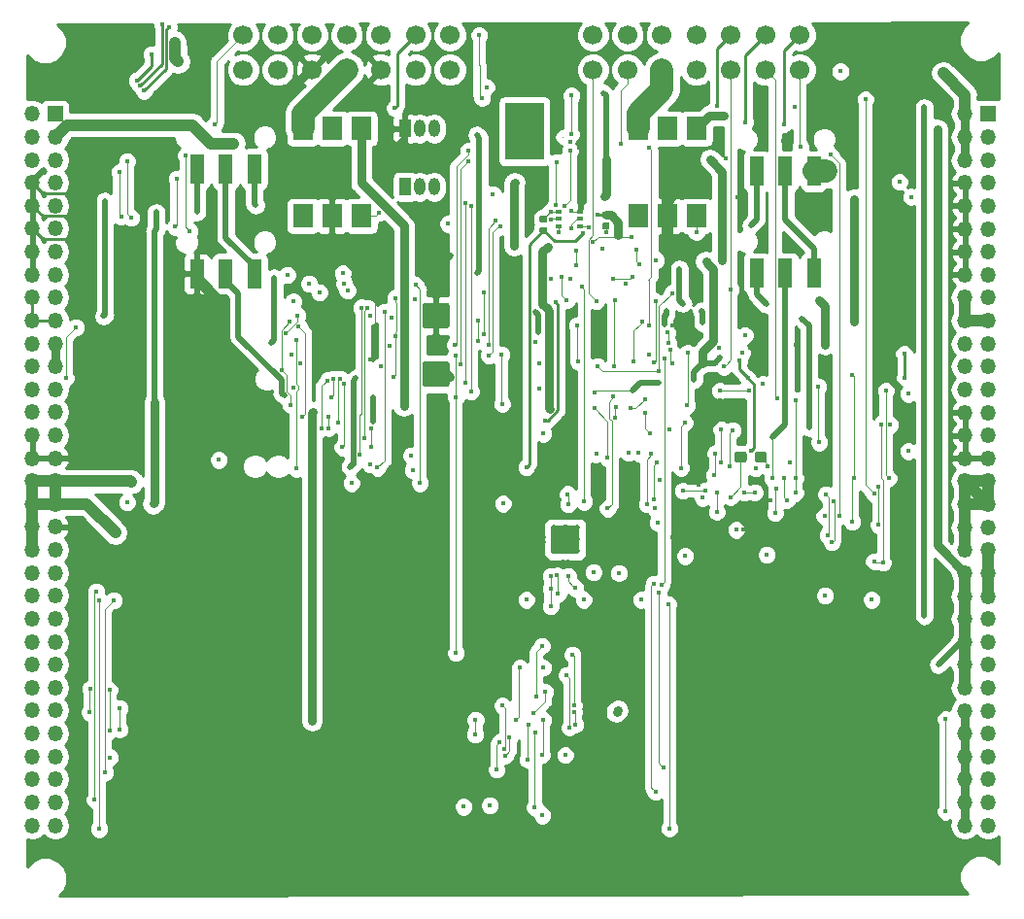
<source format=gbr>
G04 #@! TF.GenerationSoftware,KiCad,Pcbnew,(5.0.2)-1*
G04 #@! TF.CreationDate,2019-03-25T23:56:42-07:00*
G04 #@! TF.ProjectId,SwitcheroModule,53776974-6368-4657-926f-4d6f64756c65,rev?*
G04 #@! TF.SameCoordinates,Original*
G04 #@! TF.FileFunction,Copper,L4,Bot*
G04 #@! TF.FilePolarity,Positive*
%FSLAX46Y46*%
G04 Gerber Fmt 4.6, Leading zero omitted, Abs format (unit mm)*
G04 Created by KiCad (PCBNEW (5.0.2)-1) date 3/25/2019 11:56:42 PM*
%MOMM*%
%LPD*%
G01*
G04 APERTURE LIST*
G04 #@! TA.AperFunction,ComponentPad*
%ADD10R,1.350000X1.350000*%
G04 #@! TD*
G04 #@! TA.AperFunction,ComponentPad*
%ADD11O,1.350000X1.350000*%
G04 #@! TD*
G04 #@! TA.AperFunction,Conductor*
%ADD12C,0.100000*%
G04 #@! TD*
G04 #@! TA.AperFunction,SMDPad,CuDef*
%ADD13C,0.950000*%
G04 #@! TD*
G04 #@! TA.AperFunction,SMDPad,CuDef*
%ADD14R,1.780000X2.000000*%
G04 #@! TD*
G04 #@! TA.AperFunction,SMDPad,CuDef*
%ADD15C,0.590000*%
G04 #@! TD*
G04 #@! TA.AperFunction,SMDPad,CuDef*
%ADD16R,1.250000X2.500000*%
G04 #@! TD*
G04 #@! TA.AperFunction,ComponentPad*
%ADD17C,1.700000*%
G04 #@! TD*
G04 #@! TA.AperFunction,ComponentPad*
%ADD18R,1.000000X1.500000*%
G04 #@! TD*
G04 #@! TA.AperFunction,ComponentPad*
%ADD19O,1.000000X1.500000*%
G04 #@! TD*
G04 #@! TA.AperFunction,Conductor*
%ADD20R,3.400000X5.000000*%
G04 #@! TD*
G04 #@! TA.AperFunction,ComponentPad*
%ADD21C,0.380000*%
G04 #@! TD*
G04 #@! TA.AperFunction,SMDPad,CuDef*
%ADD22R,0.600000X0.420000*%
G04 #@! TD*
G04 #@! TA.AperFunction,ViaPad*
%ADD23C,0.500000*%
G04 #@! TD*
G04 #@! TA.AperFunction,Conductor*
%ADD24C,2.500000*%
G04 #@! TD*
G04 #@! TA.AperFunction,SMDPad,CuDef*
%ADD25C,2.250000*%
G04 #@! TD*
G04 #@! TA.AperFunction,ViaPad*
%ADD26C,0.450000*%
G04 #@! TD*
G04 #@! TA.AperFunction,Conductor*
%ADD27C,0.125000*%
G04 #@! TD*
G04 #@! TA.AperFunction,Conductor*
%ADD28C,1.000000*%
G04 #@! TD*
G04 #@! TA.AperFunction,Conductor*
%ADD29C,0.500000*%
G04 #@! TD*
G04 #@! TA.AperFunction,Conductor*
%ADD30C,0.250000*%
G04 #@! TD*
G04 #@! TA.AperFunction,Conductor*
%ADD31C,0.750000*%
G04 #@! TD*
G04 #@! TA.AperFunction,Conductor*
%ADD32C,2.000000*%
G04 #@! TD*
G04 #@! TA.AperFunction,Conductor*
%ADD33C,0.254000*%
G04 #@! TD*
G04 APERTURE END LIST*
D10*
G04 #@! TO.P,J1,1*
G04 #@! TO.N,+1V8*
X251460000Y-27952700D03*
D11*
G04 #@! TO.P,J1,2*
G04 #@! TO.N,LO*
X249460000Y-27952700D03*
G04 #@! TO.P,J1,3*
G04 #@! TO.N,+1V8*
X251460000Y-29952700D03*
G04 #@! TO.P,J1,4*
G04 #@! TO.N,LO*
X249460000Y-29952700D03*
G04 #@! TO.P,J1,5*
G04 #@! TO.N,+1V8*
X251460000Y-31952700D03*
G04 #@! TO.P,J1,6*
G04 #@! TO.N,LO*
X249460000Y-31952700D03*
G04 #@! TO.P,J1,7*
G04 #@! TO.N,Net-(J1-Pad7)*
X251460000Y-33952700D03*
G04 #@! TO.P,J1,8*
G04 #@! TO.N,GND*
X249460000Y-33952700D03*
G04 #@! TO.P,J1,9*
G04 #@! TO.N,+12V*
X251460000Y-35952700D03*
G04 #@! TO.P,J1,10*
G04 #@! TO.N,GND*
X249460000Y-35952700D03*
G04 #@! TO.P,J1,11*
G04 #@! TO.N,+12V*
X251460000Y-37952700D03*
G04 #@! TO.P,J1,12*
G04 #@! TO.N,GND*
X249460000Y-37952700D03*
G04 #@! TO.P,J1,13*
G04 #@! TO.N,+5V*
X251460000Y-39952700D03*
G04 #@! TO.P,J1,14*
G04 #@! TO.N,GND*
X249460000Y-39952700D03*
G04 #@! TO.P,J1,15*
G04 #@! TO.N,+5V*
X251460000Y-41952700D03*
G04 #@! TO.P,J1,16*
G04 #@! TO.N,GND*
X249460000Y-41952700D03*
G04 #@! TO.P,J1,17*
G04 #@! TO.N,+5V*
X251460000Y-43952700D03*
G04 #@! TO.P,J1,18*
G04 #@! TO.N,-5V*
X249460000Y-43952700D03*
G04 #@! TO.P,J1,19*
X251460000Y-45952700D03*
G04 #@! TO.P,J1,20*
X249460000Y-45952700D03*
G04 #@! TO.P,J1,21*
G04 #@! TO.N,HT*
X251460000Y-47952700D03*
G04 #@! TO.P,J1,22*
G04 #@! TO.N,SCLK0*
X249460000Y-47952700D03*
G04 #@! TO.P,J1,23*
G04 #@! TO.N,HT*
X251460000Y-49952700D03*
G04 #@! TO.P,J1,24*
G04 #@! TO.N,MISO0*
X249460000Y-49952700D03*
G04 #@! TO.P,J1,25*
G04 #@! TO.N,Net-(J1-Pad25)*
X251460000Y-51952700D03*
G04 #@! TO.P,J1,26*
G04 #@! TO.N,MOSI0*
X249460000Y-51952700D03*
G04 #@! TO.P,J1,27*
G04 #@! TO.N,-3V3*
X251460000Y-53952700D03*
G04 #@! TO.P,J1,28*
G04 #@! TO.N,GND*
X249460000Y-53952700D03*
G04 #@! TO.P,J1,29*
G04 #@! TO.N,-3V3*
X251460000Y-55952700D03*
G04 #@! TO.P,J1,30*
G04 #@! TO.N,GND*
X249460000Y-55952700D03*
G04 #@! TO.P,J1,31*
X251460000Y-57952700D03*
G04 #@! TO.P,J1,32*
X249460000Y-57952700D03*
G04 #@! TO.P,J1,33*
G04 #@! TO.N,+3V3*
X251460000Y-59952700D03*
G04 #@! TO.P,J1,34*
X249460000Y-59952700D03*
G04 #@! TO.P,J1,35*
X251460000Y-61952700D03*
G04 #@! TO.P,J1,36*
X249460000Y-61952700D03*
G04 #@! TO.P,J1,37*
G04 #@! TO.N,GND*
X251460000Y-63952700D03*
G04 #@! TO.P,J1,38*
G04 #@! TO.N,+3V3*
X249460000Y-63952700D03*
G04 #@! TO.P,J1,39*
G04 #@! TO.N,VAA*
X251460000Y-65952700D03*
G04 #@! TO.P,J1,40*
G04 #@! TO.N,+3V3*
X249460000Y-65952700D03*
G04 #@! TO.P,J1,41*
G04 #@! TO.N,VAA*
X251460000Y-67952700D03*
G04 #@! TO.P,J1,42*
G04 #@! TO.N,VD*
X249460000Y-67952700D03*
G04 #@! TO.P,J1,43*
G04 #@! TO.N,VAA*
X251460000Y-69952700D03*
G04 #@! TO.P,J1,44*
G04 #@! TO.N,VD*
X249460000Y-69952700D03*
G04 #@! TO.P,J1,45*
G04 #@! TO.N,Net-(J1-Pad45)*
X251460000Y-71952700D03*
G04 #@! TO.P,J1,46*
G04 #@! TO.N,VD*
X249460000Y-71952700D03*
G04 #@! TO.P,J1,47*
G04 #@! TO.N,Net-(J1-Pad47)*
X251460000Y-73952700D03*
G04 #@! TO.P,J1,48*
G04 #@! TO.N,VD*
X249460000Y-73952700D03*
G04 #@! TO.P,J1,49*
G04 #@! TO.N,Net-(J1-Pad49)*
X251460000Y-75952700D03*
G04 #@! TO.P,J1,50*
G04 #@! TO.N,VD*
X249460000Y-75952700D03*
G04 #@! TO.P,J1,51*
G04 #@! TO.N,S3*
X251460000Y-77952700D03*
G04 #@! TO.P,J1,52*
G04 #@! TO.N,VD*
X249460000Y-77952700D03*
G04 #@! TO.P,J1,53*
G04 #@! TO.N,S2*
X251460000Y-79952700D03*
G04 #@! TO.P,J1,54*
G04 #@! TO.N,VDC*
X249460000Y-79952700D03*
G04 #@! TO.P,J1,55*
G04 #@! TO.N,S1*
X251460000Y-81952700D03*
G04 #@! TO.P,J1,56*
G04 #@! TO.N,VDC*
X249460000Y-81952700D03*
G04 #@! TO.P,J1,57*
G04 #@! TO.N,S0*
X251460000Y-83952700D03*
G04 #@! TO.P,J1,58*
G04 #@! TO.N,VDC*
X249460000Y-83952700D03*
G04 #@! TO.P,J1,59*
G04 #@! TO.N,SCLK1*
X251460000Y-85952700D03*
G04 #@! TO.P,J1,60*
G04 #@! TO.N,VDC*
X249460000Y-85952700D03*
G04 #@! TO.P,J1,61*
G04 #@! TO.N,MOSI1*
X251460000Y-87952700D03*
G04 #@! TO.P,J1,62*
G04 #@! TO.N,VDC*
X249460000Y-87952700D03*
G04 #@! TO.P,J1,63*
G04 #@! TO.N,MISO1*
X251460000Y-89952700D03*
G04 #@! TO.P,J1,64*
G04 #@! TO.N,VDC*
X249460000Y-89952700D03*
G04 #@! TD*
D12*
G04 #@! TO.N,Net-(C6-Pad1)*
G04 #@! TO.C,C6*
G36*
X231984779Y-57366144D02*
X232007834Y-57369563D01*
X232030443Y-57375227D01*
X232052387Y-57383079D01*
X232073457Y-57393044D01*
X232093448Y-57405026D01*
X232112168Y-57418910D01*
X232129438Y-57434562D01*
X232145090Y-57451832D01*
X232158974Y-57470552D01*
X232170956Y-57490543D01*
X232180921Y-57511613D01*
X232188773Y-57533557D01*
X232194437Y-57556166D01*
X232197856Y-57579221D01*
X232199000Y-57602500D01*
X232199000Y-58077500D01*
X232197856Y-58100779D01*
X232194437Y-58123834D01*
X232188773Y-58146443D01*
X232180921Y-58168387D01*
X232170956Y-58189457D01*
X232158974Y-58209448D01*
X232145090Y-58228168D01*
X232129438Y-58245438D01*
X232112168Y-58261090D01*
X232093448Y-58274974D01*
X232073457Y-58286956D01*
X232052387Y-58296921D01*
X232030443Y-58304773D01*
X232007834Y-58310437D01*
X231984779Y-58313856D01*
X231961500Y-58315000D01*
X231386500Y-58315000D01*
X231363221Y-58313856D01*
X231340166Y-58310437D01*
X231317557Y-58304773D01*
X231295613Y-58296921D01*
X231274543Y-58286956D01*
X231254552Y-58274974D01*
X231235832Y-58261090D01*
X231218562Y-58245438D01*
X231202910Y-58228168D01*
X231189026Y-58209448D01*
X231177044Y-58189457D01*
X231167079Y-58168387D01*
X231159227Y-58146443D01*
X231153563Y-58123834D01*
X231150144Y-58100779D01*
X231149000Y-58077500D01*
X231149000Y-57602500D01*
X231150144Y-57579221D01*
X231153563Y-57556166D01*
X231159227Y-57533557D01*
X231167079Y-57511613D01*
X231177044Y-57490543D01*
X231189026Y-57470552D01*
X231202910Y-57451832D01*
X231218562Y-57434562D01*
X231235832Y-57418910D01*
X231254552Y-57405026D01*
X231274543Y-57393044D01*
X231295613Y-57383079D01*
X231317557Y-57375227D01*
X231340166Y-57369563D01*
X231363221Y-57366144D01*
X231386500Y-57365000D01*
X231961500Y-57365000D01*
X231984779Y-57366144D01*
X231984779Y-57366144D01*
G37*
D13*
G04 #@! TD*
G04 #@! TO.P,C6,1*
G04 #@! TO.N,Net-(C6-Pad1)*
X231674000Y-57840000D03*
D12*
G04 #@! TO.N,/Serial/RX/TX_3v3_3*
G04 #@! TO.C,C6*
G36*
X230234779Y-57366144D02*
X230257834Y-57369563D01*
X230280443Y-57375227D01*
X230302387Y-57383079D01*
X230323457Y-57393044D01*
X230343448Y-57405026D01*
X230362168Y-57418910D01*
X230379438Y-57434562D01*
X230395090Y-57451832D01*
X230408974Y-57470552D01*
X230420956Y-57490543D01*
X230430921Y-57511613D01*
X230438773Y-57533557D01*
X230444437Y-57556166D01*
X230447856Y-57579221D01*
X230449000Y-57602500D01*
X230449000Y-58077500D01*
X230447856Y-58100779D01*
X230444437Y-58123834D01*
X230438773Y-58146443D01*
X230430921Y-58168387D01*
X230420956Y-58189457D01*
X230408974Y-58209448D01*
X230395090Y-58228168D01*
X230379438Y-58245438D01*
X230362168Y-58261090D01*
X230343448Y-58274974D01*
X230323457Y-58286956D01*
X230302387Y-58296921D01*
X230280443Y-58304773D01*
X230257834Y-58310437D01*
X230234779Y-58313856D01*
X230211500Y-58315000D01*
X229636500Y-58315000D01*
X229613221Y-58313856D01*
X229590166Y-58310437D01*
X229567557Y-58304773D01*
X229545613Y-58296921D01*
X229524543Y-58286956D01*
X229504552Y-58274974D01*
X229485832Y-58261090D01*
X229468562Y-58245438D01*
X229452910Y-58228168D01*
X229439026Y-58209448D01*
X229427044Y-58189457D01*
X229417079Y-58168387D01*
X229409227Y-58146443D01*
X229403563Y-58123834D01*
X229400144Y-58100779D01*
X229399000Y-58077500D01*
X229399000Y-57602500D01*
X229400144Y-57579221D01*
X229403563Y-57556166D01*
X229409227Y-57533557D01*
X229417079Y-57511613D01*
X229427044Y-57490543D01*
X229439026Y-57470552D01*
X229452910Y-57451832D01*
X229468562Y-57434562D01*
X229485832Y-57418910D01*
X229504552Y-57405026D01*
X229524543Y-57393044D01*
X229545613Y-57383079D01*
X229567557Y-57375227D01*
X229590166Y-57369563D01*
X229613221Y-57366144D01*
X229636500Y-57365000D01*
X230211500Y-57365000D01*
X230234779Y-57366144D01*
X230234779Y-57366144D01*
G37*
D13*
G04 #@! TD*
G04 #@! TO.P,C6,2*
G04 #@! TO.N,/Serial/RX/TX_3v3_3*
X229924000Y-57840000D03*
D14*
G04 #@! TO.P,U11,1*
G04 #@! TO.N,/Relays/2_RELH*
X226060000Y-36830000D03*
G04 #@! TO.P,U11,4*
G04 #@! TO.N,1_GarminPWR*
X220980000Y-29210000D03*
G04 #@! TO.P,U11,2*
G04 #@! TO.N,GND*
X223520000Y-36830000D03*
G04 #@! TO.P,U11,5*
G04 #@! TO.N,Net-(U11-Pad5)*
X223520000Y-29210000D03*
G04 #@! TO.P,U11,3*
G04 #@! TO.N,Net-(U11-Pad3)*
X220980000Y-36830000D03*
G04 #@! TO.P,U11,6*
G04 #@! TO.N,VD*
X226060000Y-29210000D03*
G04 #@! TD*
G04 #@! TO.P,U10,6*
G04 #@! TO.N,VDC*
X196850000Y-29210000D03*
G04 #@! TO.P,U10,3*
G04 #@! TO.N,Net-(U10-Pad3)*
X191770000Y-36830000D03*
G04 #@! TO.P,U10,5*
G04 #@! TO.N,Net-(U10-Pad5)*
X194310000Y-29210000D03*
G04 #@! TO.P,U10,2*
G04 #@! TO.N,GND*
X194310000Y-36830000D03*
G04 #@! TO.P,U10,4*
G04 #@! TO.N,1_Vin*
X191770000Y-29210000D03*
G04 #@! TO.P,U10,1*
G04 #@! TO.N,/Relays/1_RELH*
X196850000Y-36830000D03*
G04 #@! TD*
D12*
G04 #@! TO.N,/Relays/1_RELH*
G04 #@! TO.C,R5*
G36*
X212911958Y-36812710D02*
X212926276Y-36814834D01*
X212940317Y-36818351D01*
X212953946Y-36823228D01*
X212967031Y-36829417D01*
X212979447Y-36836858D01*
X212991073Y-36845481D01*
X213001798Y-36855202D01*
X213011519Y-36865927D01*
X213020142Y-36877553D01*
X213027583Y-36889969D01*
X213033772Y-36903054D01*
X213038649Y-36916683D01*
X213042166Y-36930724D01*
X213044290Y-36945042D01*
X213045000Y-36959500D01*
X213045000Y-37254500D01*
X213044290Y-37268958D01*
X213042166Y-37283276D01*
X213038649Y-37297317D01*
X213033772Y-37310946D01*
X213027583Y-37324031D01*
X213020142Y-37336447D01*
X213011519Y-37348073D01*
X213001798Y-37358798D01*
X212991073Y-37368519D01*
X212979447Y-37377142D01*
X212967031Y-37384583D01*
X212953946Y-37390772D01*
X212940317Y-37395649D01*
X212926276Y-37399166D01*
X212911958Y-37401290D01*
X212897500Y-37402000D01*
X212552500Y-37402000D01*
X212538042Y-37401290D01*
X212523724Y-37399166D01*
X212509683Y-37395649D01*
X212496054Y-37390772D01*
X212482969Y-37384583D01*
X212470553Y-37377142D01*
X212458927Y-37368519D01*
X212448202Y-37358798D01*
X212438481Y-37348073D01*
X212429858Y-37336447D01*
X212422417Y-37324031D01*
X212416228Y-37310946D01*
X212411351Y-37297317D01*
X212407834Y-37283276D01*
X212405710Y-37268958D01*
X212405000Y-37254500D01*
X212405000Y-36959500D01*
X212405710Y-36945042D01*
X212407834Y-36930724D01*
X212411351Y-36916683D01*
X212416228Y-36903054D01*
X212422417Y-36889969D01*
X212429858Y-36877553D01*
X212438481Y-36865927D01*
X212448202Y-36855202D01*
X212458927Y-36845481D01*
X212470553Y-36836858D01*
X212482969Y-36829417D01*
X212496054Y-36823228D01*
X212509683Y-36818351D01*
X212523724Y-36814834D01*
X212538042Y-36812710D01*
X212552500Y-36812000D01*
X212897500Y-36812000D01*
X212911958Y-36812710D01*
X212911958Y-36812710D01*
G37*
D15*
G04 #@! TD*
G04 #@! TO.P,R5,2*
G04 #@! TO.N,/Relays/1_RELH*
X212725000Y-37107000D03*
D12*
G04 #@! TO.N,+3V3*
G04 #@! TO.C,R5*
G36*
X212911958Y-37782710D02*
X212926276Y-37784834D01*
X212940317Y-37788351D01*
X212953946Y-37793228D01*
X212967031Y-37799417D01*
X212979447Y-37806858D01*
X212991073Y-37815481D01*
X213001798Y-37825202D01*
X213011519Y-37835927D01*
X213020142Y-37847553D01*
X213027583Y-37859969D01*
X213033772Y-37873054D01*
X213038649Y-37886683D01*
X213042166Y-37900724D01*
X213044290Y-37915042D01*
X213045000Y-37929500D01*
X213045000Y-38224500D01*
X213044290Y-38238958D01*
X213042166Y-38253276D01*
X213038649Y-38267317D01*
X213033772Y-38280946D01*
X213027583Y-38294031D01*
X213020142Y-38306447D01*
X213011519Y-38318073D01*
X213001798Y-38328798D01*
X212991073Y-38338519D01*
X212979447Y-38347142D01*
X212967031Y-38354583D01*
X212953946Y-38360772D01*
X212940317Y-38365649D01*
X212926276Y-38369166D01*
X212911958Y-38371290D01*
X212897500Y-38372000D01*
X212552500Y-38372000D01*
X212538042Y-38371290D01*
X212523724Y-38369166D01*
X212509683Y-38365649D01*
X212496054Y-38360772D01*
X212482969Y-38354583D01*
X212470553Y-38347142D01*
X212458927Y-38338519D01*
X212448202Y-38328798D01*
X212438481Y-38318073D01*
X212429858Y-38306447D01*
X212422417Y-38294031D01*
X212416228Y-38280946D01*
X212411351Y-38267317D01*
X212407834Y-38253276D01*
X212405710Y-38238958D01*
X212405000Y-38224500D01*
X212405000Y-37929500D01*
X212405710Y-37915042D01*
X212407834Y-37900724D01*
X212411351Y-37886683D01*
X212416228Y-37873054D01*
X212422417Y-37859969D01*
X212429858Y-37847553D01*
X212438481Y-37835927D01*
X212448202Y-37825202D01*
X212458927Y-37815481D01*
X212470553Y-37806858D01*
X212482969Y-37799417D01*
X212496054Y-37793228D01*
X212509683Y-37788351D01*
X212523724Y-37784834D01*
X212538042Y-37782710D01*
X212552500Y-37782000D01*
X212897500Y-37782000D01*
X212911958Y-37782710D01*
X212911958Y-37782710D01*
G37*
D15*
G04 #@! TD*
G04 #@! TO.P,R5,1*
G04 #@! TO.N,+3V3*
X212725000Y-38077000D03*
D12*
G04 #@! TO.N,+3V3*
G04 #@! TO.C,R6*
G36*
X218372958Y-36431710D02*
X218387276Y-36433834D01*
X218401317Y-36437351D01*
X218414946Y-36442228D01*
X218428031Y-36448417D01*
X218440447Y-36455858D01*
X218452073Y-36464481D01*
X218462798Y-36474202D01*
X218472519Y-36484927D01*
X218481142Y-36496553D01*
X218488583Y-36508969D01*
X218494772Y-36522054D01*
X218499649Y-36535683D01*
X218503166Y-36549724D01*
X218505290Y-36564042D01*
X218506000Y-36578500D01*
X218506000Y-36873500D01*
X218505290Y-36887958D01*
X218503166Y-36902276D01*
X218499649Y-36916317D01*
X218494772Y-36929946D01*
X218488583Y-36943031D01*
X218481142Y-36955447D01*
X218472519Y-36967073D01*
X218462798Y-36977798D01*
X218452073Y-36987519D01*
X218440447Y-36996142D01*
X218428031Y-37003583D01*
X218414946Y-37009772D01*
X218401317Y-37014649D01*
X218387276Y-37018166D01*
X218372958Y-37020290D01*
X218358500Y-37021000D01*
X218013500Y-37021000D01*
X217999042Y-37020290D01*
X217984724Y-37018166D01*
X217970683Y-37014649D01*
X217957054Y-37009772D01*
X217943969Y-37003583D01*
X217931553Y-36996142D01*
X217919927Y-36987519D01*
X217909202Y-36977798D01*
X217899481Y-36967073D01*
X217890858Y-36955447D01*
X217883417Y-36943031D01*
X217877228Y-36929946D01*
X217872351Y-36916317D01*
X217868834Y-36902276D01*
X217866710Y-36887958D01*
X217866000Y-36873500D01*
X217866000Y-36578500D01*
X217866710Y-36564042D01*
X217868834Y-36549724D01*
X217872351Y-36535683D01*
X217877228Y-36522054D01*
X217883417Y-36508969D01*
X217890858Y-36496553D01*
X217899481Y-36484927D01*
X217909202Y-36474202D01*
X217919927Y-36464481D01*
X217931553Y-36455858D01*
X217943969Y-36448417D01*
X217957054Y-36442228D01*
X217970683Y-36437351D01*
X217984724Y-36433834D01*
X217999042Y-36431710D01*
X218013500Y-36431000D01*
X218358500Y-36431000D01*
X218372958Y-36431710D01*
X218372958Y-36431710D01*
G37*
D15*
G04 #@! TD*
G04 #@! TO.P,R6,1*
G04 #@! TO.N,+3V3*
X218186000Y-36726000D03*
D12*
G04 #@! TO.N,/Relays/2_RELH*
G04 #@! TO.C,R6*
G36*
X218372958Y-37401710D02*
X218387276Y-37403834D01*
X218401317Y-37407351D01*
X218414946Y-37412228D01*
X218428031Y-37418417D01*
X218440447Y-37425858D01*
X218452073Y-37434481D01*
X218462798Y-37444202D01*
X218472519Y-37454927D01*
X218481142Y-37466553D01*
X218488583Y-37478969D01*
X218494772Y-37492054D01*
X218499649Y-37505683D01*
X218503166Y-37519724D01*
X218505290Y-37534042D01*
X218506000Y-37548500D01*
X218506000Y-37843500D01*
X218505290Y-37857958D01*
X218503166Y-37872276D01*
X218499649Y-37886317D01*
X218494772Y-37899946D01*
X218488583Y-37913031D01*
X218481142Y-37925447D01*
X218472519Y-37937073D01*
X218462798Y-37947798D01*
X218452073Y-37957519D01*
X218440447Y-37966142D01*
X218428031Y-37973583D01*
X218414946Y-37979772D01*
X218401317Y-37984649D01*
X218387276Y-37988166D01*
X218372958Y-37990290D01*
X218358500Y-37991000D01*
X218013500Y-37991000D01*
X217999042Y-37990290D01*
X217984724Y-37988166D01*
X217970683Y-37984649D01*
X217957054Y-37979772D01*
X217943969Y-37973583D01*
X217931553Y-37966142D01*
X217919927Y-37957519D01*
X217909202Y-37947798D01*
X217899481Y-37937073D01*
X217890858Y-37925447D01*
X217883417Y-37913031D01*
X217877228Y-37899946D01*
X217872351Y-37886317D01*
X217868834Y-37872276D01*
X217866710Y-37857958D01*
X217866000Y-37843500D01*
X217866000Y-37548500D01*
X217866710Y-37534042D01*
X217868834Y-37519724D01*
X217872351Y-37505683D01*
X217877228Y-37492054D01*
X217883417Y-37478969D01*
X217890858Y-37466553D01*
X217899481Y-37454927D01*
X217909202Y-37444202D01*
X217919927Y-37434481D01*
X217931553Y-37425858D01*
X217943969Y-37418417D01*
X217957054Y-37412228D01*
X217970683Y-37407351D01*
X217984724Y-37403834D01*
X217999042Y-37401710D01*
X218013500Y-37401000D01*
X218358500Y-37401000D01*
X218372958Y-37401710D01*
X218372958Y-37401710D01*
G37*
D15*
G04 #@! TD*
G04 #@! TO.P,R6,2*
G04 #@! TO.N,/Relays/2_RELH*
X218186000Y-37696000D03*
D16*
G04 #@! TO.P,S2,1*
G04 #@! TO.N,+5V*
X231305069Y-41808858D03*
G04 #@! TO.P,S2,2*
G04 #@! TO.N,+VSW*
X233805069Y-41808858D03*
G04 #@! TO.P,S2,3*
G04 #@! TO.N,Net-(S2-Pad3)*
X236305069Y-41808858D03*
G04 #@! TD*
G04 #@! TO.P,S4,1*
G04 #@! TO.N,-3V3*
X182539000Y-32722000D03*
G04 #@! TO.P,S4,2*
G04 #@! TO.N,Net-(S1-Pad3)*
X185039000Y-32722000D03*
G04 #@! TO.P,S4,3*
G04 #@! TO.N,-5V*
X187539000Y-32722000D03*
G04 #@! TD*
G04 #@! TO.P,S1,3*
G04 #@! TO.N,Net-(S1-Pad3)*
X187539000Y-41866000D03*
G04 #@! TO.P,S1,2*
G04 #@! TO.N,-VSW*
X185039000Y-41866000D03*
G04 #@! TO.P,S1,1*
G04 #@! TO.N,GND*
X182539000Y-41866000D03*
G04 #@! TD*
G04 #@! TO.P,S3,3*
G04 #@! TO.N,+1V8*
X236305069Y-32918858D03*
G04 #@! TO.P,S3,2*
G04 #@! TO.N,Net-(S2-Pad3)*
X233805069Y-32918858D03*
G04 #@! TO.P,S3,1*
G04 #@! TO.N,+3V3*
X231305069Y-32918858D03*
G04 #@! TD*
D17*
G04 #@! TO.P,J2,14*
G04 #@! TO.N,1_ADC3*
X235060000Y-21060000D03*
G04 #@! TO.P,J2,1*
G04 #@! TO.N,1_TX*
X235060000Y-24080000D03*
G04 #@! TO.P,J2,13*
G04 #@! TO.N,1_ADC2*
X232060000Y-21060000D03*
G04 #@! TO.P,J2,2*
G04 #@! TO.N,1_RX*
X232060000Y-24080000D03*
G04 #@! TO.P,J2,12*
G04 #@! TO.N,1_ADC1*
X229060000Y-21060000D03*
G04 #@! TO.P,J2,3*
G04 #@! TO.N,1_CTS*
X229060000Y-24080000D03*
G04 #@! TO.P,J2,11*
G04 #@! TO.N,1_IN3*
X226060000Y-21060000D03*
G04 #@! TO.P,J2,4*
G04 #@! TO.N,1_RTS*
X226060000Y-24080000D03*
G04 #@! TO.P,J2,10*
G04 #@! TO.N,1_IN2*
X223060000Y-21060000D03*
G04 #@! TO.P,J2,5*
G04 #@! TO.N,1_GarminPWR*
X223060000Y-24080000D03*
G04 #@! TO.P,J2,9*
G04 #@! TO.N,1_IN1*
X220060000Y-21060000D03*
G04 #@! TO.P,J2,6*
G04 #@! TO.N,1_GarminRX*
X220060000Y-24080000D03*
G04 #@! TO.P,J2,8*
G04 #@! TO.N,1_IN0*
X217060000Y-21060000D03*
G04 #@! TO.P,J2,7*
G04 #@! TO.N,1_GarminTX*
X217060000Y-24080000D03*
G04 #@! TD*
G04 #@! TO.P,J3,7*
G04 #@! TO.N,1_OUT3*
X186580000Y-24080000D03*
G04 #@! TO.P,J3,8*
G04 #@! TO.N,1_OUT0*
X186580000Y-21060000D03*
G04 #@! TO.P,J3,6*
G04 #@! TO.N,1_OUT2*
X189580000Y-24080000D03*
G04 #@! TO.P,J3,9*
G04 #@! TO.N,2_OUT0*
X189580000Y-21060000D03*
G04 #@! TO.P,J3,5*
G04 #@! TO.N,GND*
X192580000Y-24080000D03*
G04 #@! TO.P,J3,10*
G04 #@! TO.N,2_OUT1*
X192580000Y-21060000D03*
G04 #@! TO.P,J3,4*
G04 #@! TO.N,1_Vin*
X195580000Y-24080000D03*
G04 #@! TO.P,J3,11*
G04 #@! TO.N,2_OUT2*
X195580000Y-21060000D03*
G04 #@! TO.P,J3,3*
G04 #@! TO.N,GND*
X198580000Y-24080000D03*
G04 #@! TO.P,J3,12*
G04 #@! TO.N,2_OUT3*
X198580000Y-21060000D03*
G04 #@! TO.P,J3,2*
G04 #@! TO.N,1_OWB_PRI*
X201580000Y-24080000D03*
G04 #@! TO.P,J3,13*
G04 #@! TO.N,1_OUT1*
X201580000Y-21060000D03*
G04 #@! TO.P,J3,1*
G04 #@! TO.N,1_OWB_SEC*
X204580000Y-24080000D03*
G04 #@! TO.P,J3,14*
G04 #@! TO.N,1_ADC0*
X204580000Y-21060000D03*
G04 #@! TD*
D18*
G04 #@! TO.P,U8,1*
G04 #@! TO.N,GND*
X200660000Y-29210000D03*
D19*
G04 #@! TO.P,U8,3*
G04 #@! TO.N,1_OWB_PRI*
X203200000Y-29210000D03*
G04 #@! TO.P,U8,2*
X201930000Y-29210000D03*
G04 #@! TD*
G04 #@! TO.P,U9,2*
G04 #@! TO.N,1_OWB_SEC*
X201930000Y-34290000D03*
G04 #@! TO.P,U9,3*
X203200000Y-34290000D03*
D18*
G04 #@! TO.P,U9,1*
G04 #@! TO.N,Net-(U9-Pad1)*
X200660000Y-34290000D03*
G04 #@! TD*
D20*
G04 #@! TO.N,N/C*
G04 #@! TO.C,U6*
X211074000Y-29464000D03*
D21*
G04 #@! TD*
G04 #@! TO.P,U6,17*
G04 #@! TO.N,N/C*
X210324000Y-30964000D03*
G04 #@! TO.P,U6,17*
G04 #@! TO.N,N/C*
X210324000Y-29464000D03*
X210324000Y-27964000D03*
X211824000Y-30964000D03*
X211824000Y-29464000D03*
X211824000Y-27964000D03*
G04 #@! TD*
D22*
G04 #@! TO.P,Q1,3*
G04 #@! TO.N,/Relays/2_RELH*
X215961000Y-37734000D03*
G04 #@! TO.P,Q1,2*
G04 #@! TO.N,1_REL*
X215961000Y-37084000D03*
G04 #@! TO.P,Q1,1*
G04 #@! TO.N,GND*
X215961000Y-36434000D03*
G04 #@! TO.P,Q1,4*
X214061000Y-37734000D03*
G04 #@! TO.P,Q1,5*
G04 #@! TO.N,2_REL*
X214061000Y-37084000D03*
G04 #@! TO.P,Q1,6*
G04 #@! TO.N,/Relays/1_RELH*
X214061000Y-36434000D03*
G04 #@! TD*
D23*
G04 #@! TO.N,GND*
G04 #@! TO.C,IC1*
X213630000Y-66024000D03*
X213630000Y-65024000D03*
X213630000Y-64024000D03*
X214630000Y-66024000D03*
X214630000Y-65024000D03*
X214630000Y-64024000D03*
X215630000Y-66024000D03*
X215630000Y-65024000D03*
X215630000Y-64024000D03*
D12*
G36*
X215654504Y-63775204D02*
X215678773Y-63778804D01*
X215702571Y-63784765D01*
X215725671Y-63793030D01*
X215747849Y-63803520D01*
X215768893Y-63816133D01*
X215788598Y-63830747D01*
X215806777Y-63847223D01*
X215823253Y-63865402D01*
X215837867Y-63885107D01*
X215850480Y-63906151D01*
X215860970Y-63928329D01*
X215869235Y-63951429D01*
X215875196Y-63975227D01*
X215878796Y-63999496D01*
X215880000Y-64024000D01*
X215880000Y-66024000D01*
X215878796Y-66048504D01*
X215875196Y-66072773D01*
X215869235Y-66096571D01*
X215860970Y-66119671D01*
X215850480Y-66141849D01*
X215837867Y-66162893D01*
X215823253Y-66182598D01*
X215806777Y-66200777D01*
X215788598Y-66217253D01*
X215768893Y-66231867D01*
X215747849Y-66244480D01*
X215725671Y-66254970D01*
X215702571Y-66263235D01*
X215678773Y-66269196D01*
X215654504Y-66272796D01*
X215630000Y-66274000D01*
X213630000Y-66274000D01*
X213605496Y-66272796D01*
X213581227Y-66269196D01*
X213557429Y-66263235D01*
X213534329Y-66254970D01*
X213512151Y-66244480D01*
X213491107Y-66231867D01*
X213471402Y-66217253D01*
X213453223Y-66200777D01*
X213436747Y-66182598D01*
X213422133Y-66162893D01*
X213409520Y-66141849D01*
X213399030Y-66119671D01*
X213390765Y-66096571D01*
X213384804Y-66072773D01*
X213381204Y-66048504D01*
X213380000Y-66024000D01*
X213380000Y-64024000D01*
X213381204Y-63999496D01*
X213384804Y-63975227D01*
X213390765Y-63951429D01*
X213399030Y-63928329D01*
X213409520Y-63906151D01*
X213422133Y-63885107D01*
X213436747Y-63865402D01*
X213453223Y-63847223D01*
X213471402Y-63830747D01*
X213491107Y-63816133D01*
X213512151Y-63803520D01*
X213534329Y-63793030D01*
X213557429Y-63784765D01*
X213581227Y-63778804D01*
X213605496Y-63775204D01*
X213630000Y-63774000D01*
X215630000Y-63774000D01*
X215654504Y-63775204D01*
X215654504Y-63775204D01*
G37*
D24*
X214630000Y-65024000D03*
G04 #@! TD*
D12*
G04 #@! TO.N,+3V3*
G04 #@! TO.C,C7*
G36*
X204316505Y-49487204D02*
X204340773Y-49490804D01*
X204364572Y-49496765D01*
X204387671Y-49505030D01*
X204409850Y-49515520D01*
X204430893Y-49528132D01*
X204450599Y-49542747D01*
X204468777Y-49559223D01*
X204485253Y-49577401D01*
X204499868Y-49597107D01*
X204512480Y-49618150D01*
X204522970Y-49640329D01*
X204531235Y-49663428D01*
X204537196Y-49687227D01*
X204540796Y-49711495D01*
X204542000Y-49735999D01*
X204542000Y-51486001D01*
X204540796Y-51510505D01*
X204537196Y-51534773D01*
X204531235Y-51558572D01*
X204522970Y-51581671D01*
X204512480Y-51603850D01*
X204499868Y-51624893D01*
X204485253Y-51644599D01*
X204468777Y-51662777D01*
X204450599Y-51679253D01*
X204430893Y-51693868D01*
X204409850Y-51706480D01*
X204387671Y-51716970D01*
X204364572Y-51725235D01*
X204340773Y-51731196D01*
X204316505Y-51734796D01*
X204292001Y-51736000D01*
X202441999Y-51736000D01*
X202417495Y-51734796D01*
X202393227Y-51731196D01*
X202369428Y-51725235D01*
X202346329Y-51716970D01*
X202324150Y-51706480D01*
X202303107Y-51693868D01*
X202283401Y-51679253D01*
X202265223Y-51662777D01*
X202248747Y-51644599D01*
X202234132Y-51624893D01*
X202221520Y-51603850D01*
X202211030Y-51581671D01*
X202202765Y-51558572D01*
X202196804Y-51534773D01*
X202193204Y-51510505D01*
X202192000Y-51486001D01*
X202192000Y-49735999D01*
X202193204Y-49711495D01*
X202196804Y-49687227D01*
X202202765Y-49663428D01*
X202211030Y-49640329D01*
X202221520Y-49618150D01*
X202234132Y-49597107D01*
X202248747Y-49577401D01*
X202265223Y-49559223D01*
X202283401Y-49542747D01*
X202303107Y-49528132D01*
X202324150Y-49515520D01*
X202346329Y-49505030D01*
X202369428Y-49496765D01*
X202393227Y-49490804D01*
X202417495Y-49487204D01*
X202441999Y-49486000D01*
X204292001Y-49486000D01*
X204316505Y-49487204D01*
X204316505Y-49487204D01*
G37*
D25*
G04 #@! TD*
G04 #@! TO.P,C7,2*
G04 #@! TO.N,+3V3*
X203367000Y-50611000D03*
D12*
G04 #@! TO.N,GND*
G04 #@! TO.C,C7*
G36*
X204316505Y-44387204D02*
X204340773Y-44390804D01*
X204364572Y-44396765D01*
X204387671Y-44405030D01*
X204409850Y-44415520D01*
X204430893Y-44428132D01*
X204450599Y-44442747D01*
X204468777Y-44459223D01*
X204485253Y-44477401D01*
X204499868Y-44497107D01*
X204512480Y-44518150D01*
X204522970Y-44540329D01*
X204531235Y-44563428D01*
X204537196Y-44587227D01*
X204540796Y-44611495D01*
X204542000Y-44635999D01*
X204542000Y-46386001D01*
X204540796Y-46410505D01*
X204537196Y-46434773D01*
X204531235Y-46458572D01*
X204522970Y-46481671D01*
X204512480Y-46503850D01*
X204499868Y-46524893D01*
X204485253Y-46544599D01*
X204468777Y-46562777D01*
X204450599Y-46579253D01*
X204430893Y-46593868D01*
X204409850Y-46606480D01*
X204387671Y-46616970D01*
X204364572Y-46625235D01*
X204340773Y-46631196D01*
X204316505Y-46634796D01*
X204292001Y-46636000D01*
X202441999Y-46636000D01*
X202417495Y-46634796D01*
X202393227Y-46631196D01*
X202369428Y-46625235D01*
X202346329Y-46616970D01*
X202324150Y-46606480D01*
X202303107Y-46593868D01*
X202283401Y-46579253D01*
X202265223Y-46562777D01*
X202248747Y-46544599D01*
X202234132Y-46524893D01*
X202221520Y-46503850D01*
X202211030Y-46481671D01*
X202202765Y-46458572D01*
X202196804Y-46434773D01*
X202193204Y-46410505D01*
X202192000Y-46386001D01*
X202192000Y-44635999D01*
X202193204Y-44611495D01*
X202196804Y-44587227D01*
X202202765Y-44563428D01*
X202211030Y-44540329D01*
X202221520Y-44518150D01*
X202234132Y-44497107D01*
X202248747Y-44477401D01*
X202265223Y-44459223D01*
X202283401Y-44442747D01*
X202303107Y-44428132D01*
X202324150Y-44415520D01*
X202346329Y-44405030D01*
X202369428Y-44396765D01*
X202393227Y-44390804D01*
X202417495Y-44387204D01*
X202441999Y-44386000D01*
X204292001Y-44386000D01*
X204316505Y-44387204D01*
X204316505Y-44387204D01*
G37*
D25*
G04 #@! TD*
G04 #@! TO.P,C7,1*
G04 #@! TO.N,GND*
X203367000Y-45511000D03*
D10*
G04 #@! TO.P,J6,1*
G04 #@! TO.N,+1V8*
X170180000Y-27940000D03*
D11*
G04 #@! TO.P,J6,2*
G04 #@! TO.N,LO*
X168180000Y-27940000D03*
G04 #@! TO.P,J6,3*
G04 #@! TO.N,+1V8*
X170180000Y-29940000D03*
G04 #@! TO.P,J6,4*
G04 #@! TO.N,LO*
X168180000Y-29940000D03*
G04 #@! TO.P,J6,5*
G04 #@! TO.N,Net-(J6-Pad5)*
X170180000Y-31940000D03*
G04 #@! TO.P,J6,6*
G04 #@! TO.N,LO*
X168180000Y-31940000D03*
G04 #@! TO.P,J6,7*
G04 #@! TO.N,+12V*
X170180000Y-33940000D03*
G04 #@! TO.P,J6,8*
G04 #@! TO.N,GND*
X168180000Y-33940000D03*
G04 #@! TO.P,J6,9*
G04 #@! TO.N,+12V*
X170180000Y-35940000D03*
G04 #@! TO.P,J6,10*
G04 #@! TO.N,GND*
X168180000Y-35940000D03*
G04 #@! TO.P,J6,11*
G04 #@! TO.N,+12V*
X170180000Y-37940000D03*
G04 #@! TO.P,J6,12*
G04 #@! TO.N,GND*
X168180000Y-37940000D03*
G04 #@! TO.P,J6,13*
G04 #@! TO.N,+5V*
X170180000Y-39940000D03*
G04 #@! TO.P,J6,14*
G04 #@! TO.N,GND*
X168180000Y-39940000D03*
G04 #@! TO.P,J6,15*
G04 #@! TO.N,+5V*
X170180000Y-41940000D03*
G04 #@! TO.P,J6,16*
G04 #@! TO.N,GND*
X168180000Y-41940000D03*
G04 #@! TO.P,J6,17*
G04 #@! TO.N,+5V*
X170180000Y-43940000D03*
G04 #@! TO.P,J6,18*
G04 #@! TO.N,-5V*
X168180000Y-43940000D03*
G04 #@! TO.P,J6,19*
X170180000Y-45940000D03*
G04 #@! TO.P,J6,20*
X168180000Y-45940000D03*
G04 #@! TO.P,J6,21*
G04 #@! TO.N,HT*
X170180000Y-47940000D03*
G04 #@! TO.P,J6,22*
G04 #@! TO.N,SCLK0*
X168180000Y-47940000D03*
G04 #@! TO.P,J6,23*
G04 #@! TO.N,HT*
X170180000Y-49940000D03*
G04 #@! TO.P,J6,24*
G04 #@! TO.N,MISO0*
X168180000Y-49940000D03*
G04 #@! TO.P,J6,25*
G04 #@! TO.N,Net-(J6-Pad25)*
X170180000Y-51940000D03*
G04 #@! TO.P,J6,26*
G04 #@! TO.N,MOSI0*
X168180000Y-51940000D03*
G04 #@! TO.P,J6,27*
G04 #@! TO.N,-3V3*
X170180000Y-53940000D03*
G04 #@! TO.P,J6,28*
G04 #@! TO.N,Net-(J6-Pad28)*
X168180000Y-53940000D03*
G04 #@! TO.P,J6,29*
G04 #@! TO.N,-3V3*
X170180000Y-55940000D03*
G04 #@! TO.P,J6,30*
G04 #@! TO.N,GND*
X168180000Y-55940000D03*
G04 #@! TO.P,J6,31*
X170180000Y-57940000D03*
G04 #@! TO.P,J6,32*
X168180000Y-57940000D03*
G04 #@! TO.P,J6,33*
G04 #@! TO.N,+3V3*
X170180000Y-59940000D03*
G04 #@! TO.P,J6,34*
X168180000Y-59940000D03*
G04 #@! TO.P,J6,35*
X170180000Y-61940000D03*
G04 #@! TO.P,J6,36*
X168180000Y-61940000D03*
G04 #@! TO.P,J6,37*
G04 #@! TO.N,GND*
X170180000Y-63940000D03*
G04 #@! TO.P,J6,38*
G04 #@! TO.N,+3V3*
X168180000Y-63940000D03*
G04 #@! TO.P,J6,39*
G04 #@! TO.N,VAA*
X170180000Y-65940000D03*
G04 #@! TO.P,J6,40*
G04 #@! TO.N,+3V3*
X168180000Y-65940000D03*
G04 #@! TO.P,J6,41*
G04 #@! TO.N,VAA*
X170180000Y-67940000D03*
G04 #@! TO.P,J6,42*
G04 #@! TO.N,VD*
X168180000Y-67940000D03*
G04 #@! TO.P,J6,43*
G04 #@! TO.N,VAA*
X170180000Y-69940000D03*
G04 #@! TO.P,J6,44*
G04 #@! TO.N,VD*
X168180000Y-69940000D03*
G04 #@! TO.P,J6,45*
G04 #@! TO.N,Net-(J6-Pad45)*
X170180000Y-71940000D03*
G04 #@! TO.P,J6,46*
G04 #@! TO.N,VD*
X168180000Y-71940000D03*
G04 #@! TO.P,J6,47*
G04 #@! TO.N,Net-(J6-Pad47)*
X170180000Y-73940000D03*
G04 #@! TO.P,J6,48*
G04 #@! TO.N,VD*
X168180000Y-73940000D03*
G04 #@! TO.P,J6,49*
X170180000Y-75940000D03*
G04 #@! TO.P,J6,50*
X168180000Y-75940000D03*
G04 #@! TO.P,J6,51*
G04 #@! TO.N,S3*
X170180000Y-77940000D03*
G04 #@! TO.P,J6,52*
G04 #@! TO.N,VD*
X168180000Y-77940000D03*
G04 #@! TO.P,J6,53*
G04 #@! TO.N,S2*
X170180000Y-79940000D03*
G04 #@! TO.P,J6,54*
G04 #@! TO.N,VDC*
X168180000Y-79940000D03*
G04 #@! TO.P,J6,55*
G04 #@! TO.N,S1*
X170180000Y-81940000D03*
G04 #@! TO.P,J6,56*
G04 #@! TO.N,VDC*
X168180000Y-81940000D03*
G04 #@! TO.P,J6,57*
G04 #@! TO.N,S0*
X170180000Y-83940000D03*
G04 #@! TO.P,J6,58*
G04 #@! TO.N,VDC*
X168180000Y-83940000D03*
G04 #@! TO.P,J6,59*
G04 #@! TO.N,SCLK1*
X170180000Y-85940000D03*
G04 #@! TO.P,J6,60*
G04 #@! TO.N,VDC*
X168180000Y-85940000D03*
G04 #@! TO.P,J6,61*
G04 #@! TO.N,MOSI1*
X170180000Y-87940000D03*
G04 #@! TO.P,J6,62*
G04 #@! TO.N,VDC*
X168180000Y-87940000D03*
G04 #@! TO.P,J6,63*
G04 #@! TO.N,MISO1*
X170180000Y-89940000D03*
G04 #@! TO.P,J6,64*
G04 #@! TO.N,VDC*
X168180000Y-89940000D03*
G04 #@! TD*
D26*
G04 #@! TO.N,GND*
X194872000Y-74110000D03*
X199872000Y-74110000D03*
X179872000Y-74110000D03*
X189872000Y-74110000D03*
X179872000Y-79110000D03*
X189872000Y-79110000D03*
X194872000Y-79110000D03*
X184872000Y-79110000D03*
X199872000Y-79110000D03*
X184872000Y-74110000D03*
X195126000Y-63315000D03*
X200126000Y-63315000D03*
X180126000Y-63315000D03*
X190126000Y-63315000D03*
X180126000Y-68315000D03*
X190126000Y-68315000D03*
X195126000Y-68315000D03*
X185126000Y-68315000D03*
X200126000Y-68315000D03*
X185126000Y-63315000D03*
X237911000Y-22534000D03*
X242911000Y-22534000D03*
X247911000Y-22534000D03*
X243753000Y-43870000D03*
X243753000Y-38870000D03*
G04 #@! TO.N,*
X243753000Y-33870000D03*
X244515000Y-57332000D03*
X244515000Y-52332000D03*
G04 #@! TO.N,GND*
X172760000Y-49204000D03*
X177760000Y-49204000D03*
X182760000Y-49204000D03*
X172506000Y-55427000D03*
X177506000Y-55427000D03*
X182506000Y-55427000D03*
X202732000Y-55808000D03*
X207732000Y-55808000D03*
G04 #@! TO.N,*
X212732000Y-55808000D03*
G04 #@! TO.N,GND*
X224830000Y-68381000D03*
X229830000Y-68381000D03*
X234830000Y-68381000D03*
X203367000Y-59618000D03*
X208367000Y-59618000D03*
X213367000Y-59618000D03*
X180126000Y-60380000D03*
X185126000Y-60380000D03*
X190126000Y-60380000D03*
G04 #@! TO.N,*
X211241000Y-70286000D03*
X216241000Y-70286000D03*
X221241000Y-70286000D03*
G04 #@! TO.N,GND*
X194096000Y-65587000D03*
X199096000Y-65587000D03*
X204096000Y-65587000D03*
G04 #@! TO.N,MUXD*
X206415000Y-35996000D03*
X206415000Y-52125000D03*
X213908000Y-32122990D03*
X213781000Y-35875500D03*
G04 #@! TO.N,MUXE*
X206161000Y-32059000D03*
X205492500Y-49731512D03*
X198526485Y-49931002D03*
X191562500Y-49712000D03*
G04 #@! TO.N,MUX1*
X215051000Y-31170000D03*
X205907000Y-35742000D03*
X205907000Y-51363000D03*
X214564735Y-35967406D03*
G04 #@! TO.N,GND*
X230886000Y-64135000D03*
X215051000Y-30408000D03*
X214035000Y-38282000D03*
X224068000Y-34980000D03*
X224068000Y-39298000D03*
X215813000Y-30916000D03*
X201081000Y-55300000D03*
X185714000Y-54665000D03*
X190413000Y-25963000D03*
X197398000Y-26471000D03*
X200065000Y-30662000D03*
X240324000Y-69270000D03*
X239435000Y-66730000D03*
X176697000Y-30408000D03*
X178856000Y-31170000D03*
X169204000Y-32821000D03*
X173014000Y-32440000D03*
X172252000Y-38663000D03*
X171871000Y-36631000D03*
X171998000Y-34853000D03*
X182666000Y-44505000D03*
X194350000Y-39044000D03*
X223941000Y-64825000D03*
X226221998Y-60253000D03*
X230164000Y-64190000D03*
X232530500Y-61650000D03*
X223687000Y-55427000D03*
X228005000Y-48315000D03*
X228132000Y-52887000D03*
X227751000Y-50734500D03*
X205907000Y-30027000D03*
X211241000Y-64825000D03*
X184698000Y-44505000D03*
X225592000Y-74096000D03*
X233720000Y-74096000D03*
X233974000Y-77525000D03*
X225592000Y-77525000D03*
X219496000Y-73969000D03*
X219369000Y-77525000D03*
X225973000Y-84129000D03*
X230973000Y-84129000D03*
X235973000Y-84129000D03*
X240973000Y-84129000D03*
X245973000Y-84129000D03*
X225973000Y-89129000D03*
X230973000Y-89129000D03*
X235973000Y-89129000D03*
X240973000Y-89129000D03*
X245973000Y-89129000D03*
X225973000Y-94129000D03*
X230973000Y-94129000D03*
X235973000Y-94129000D03*
X240973000Y-94129000D03*
X245973000Y-94129000D03*
X182285000Y-86429000D03*
X187285000Y-86429000D03*
X192285000Y-86429000D03*
X197285000Y-86429000D03*
X202285000Y-86429000D03*
X182285000Y-91429000D03*
X187285000Y-91429000D03*
X192285000Y-91429000D03*
X197285000Y-91429000D03*
X202285000Y-91429000D03*
X176570000Y-22915000D03*
X171998000Y-24820000D03*
X173649000Y-20629000D03*
X183047000Y-21137000D03*
X182920000Y-23804000D03*
X189143000Y-26725000D03*
X192699000Y-31551000D03*
X204637000Y-40314000D03*
X194604000Y-33329000D03*
X192699000Y-33837000D03*
X190921000Y-33202000D03*
X176951000Y-40441000D03*
X176824000Y-44251000D03*
X173014000Y-41965000D03*
X173268000Y-40441000D03*
X237276000Y-66730000D03*
X244642000Y-74096000D03*
X244769000Y-69651000D03*
X243626000Y-62793000D03*
X245023000Y-77271000D03*
X239562000Y-77144000D03*
X236768000Y-74858000D03*
X220385000Y-85018000D03*
X220639000Y-83240000D03*
X220131000Y-87431000D03*
X245404000Y-26090000D03*
X244769000Y-31043000D03*
X211241000Y-24947000D03*
X213527000Y-24312000D03*
X184825000Y-45648000D03*
X218988000Y-84256000D03*
X216829000Y-79430000D03*
X210225000Y-53522000D03*
X235244000Y-36377000D03*
X233847000Y-39044000D03*
X231815000Y-39044000D03*
X229656000Y-35234000D03*
X237657000Y-35869000D03*
X233593000Y-30281000D03*
X232196000Y-30027000D03*
X234609000Y-27360000D03*
X225211000Y-25709000D03*
X212003000Y-47807000D03*
X212384000Y-49712000D03*
X212384000Y-51871000D03*
X223941000Y-46410000D03*
X231434000Y-47553000D03*
X234736000Y-48061000D03*
X230037000Y-42092000D03*
X200954000Y-70540000D03*
X211876000Y-21010000D03*
X233593000Y-81589000D03*
X228640000Y-31805000D03*
X240451000Y-21645000D03*
X198513700Y-40703500D03*
X195554600Y-40881300D03*
X197205600Y-41148000D03*
X193344800Y-40576500D03*
X215176100Y-36385500D03*
X217538300Y-46266100D03*
G04 #@! TO.N,1_ADC0*
X215138000Y-29718000D03*
X207398021Y-26543000D03*
X207137000Y-21082000D03*
X215178000Y-26344000D03*
G04 #@! TO.N,1_ADC3*
X233680000Y-28829000D03*
G04 #@! TO.N,1_ADC2*
X230291000Y-28688990D03*
G04 #@! TO.N,1_ADC1*
X227878000Y-27232980D03*
G04 #@! TO.N,VAA*
X245912000Y-27360000D03*
X245912000Y-66984000D03*
X245912000Y-71683000D03*
G04 #@! TO.N,HT*
X189016000Y-47934000D03*
X189270000Y-42219000D03*
X190413000Y-41965000D03*
X195239000Y-41838000D03*
X206923000Y-41838000D03*
X206923000Y-29773000D03*
X244170200Y-48856900D03*
X244233700Y-50914300D03*
X237299500Y-48031400D03*
X236728000Y-44132500D03*
X228307900Y-40690800D03*
X227253800Y-31902400D03*
X218186000Y-31889700D03*
X217982800Y-26136600D03*
X207759300Y-25603200D03*
X218046300Y-35102802D03*
G04 #@! TO.N,MUXF*
X206161000Y-31170000D03*
X205018000Y-48061000D03*
X199301485Y-48181500D03*
X190787500Y-48950000D03*
G04 #@! TO.N,-VSW*
X239649000Y-63500000D03*
X239776000Y-59690000D03*
X218948000Y-54386000D03*
X219075000Y-53467000D03*
X221568496Y-52785496D03*
X220340707Y-53587500D03*
X239649000Y-50673000D03*
X222528500Y-44295000D03*
X222401500Y-49629000D03*
X219877000Y-42727000D03*
X197906000Y-54792000D03*
X213781000Y-44378000D03*
X212892000Y-54678010D03*
X190158752Y-52499800D03*
X197905999Y-52618979D03*
G04 #@! TO.N,+VSW*
X237871000Y-65278000D03*
X238004501Y-61722000D03*
X233934000Y-61595000D03*
X233680000Y-59690000D03*
X232664000Y-59690000D03*
X232664000Y-56134000D03*
X221996000Y-55753000D03*
X221615000Y-53975000D03*
X213106000Y-39497000D03*
X213233000Y-45085000D03*
X217845000Y-39679000D03*
X213273000Y-53649000D03*
X213273000Y-53649000D03*
G04 #@! TO.N,+5V*
X232180500Y-44549000D03*
X223418400Y-45097700D03*
X223278700Y-46316900D03*
X212255100Y-46977300D03*
X212051900Y-45199300D03*
X201523600Y-44056300D03*
X190931800Y-44272200D03*
G04 #@! TO.N,+3V3*
X220412246Y-38646855D03*
X217043000Y-39122500D03*
X201208000Y-57713000D03*
X196001000Y-60126000D03*
X209209000Y-61904000D03*
X197652000Y-58475000D03*
X212638000Y-89082000D03*
X196382000Y-50982000D03*
X195874000Y-58729000D03*
X237276000Y-69905000D03*
X241340000Y-70286000D03*
X232196000Y-66349000D03*
X229529000Y-64190000D03*
X225084000Y-66476000D03*
X222671000Y-63555000D03*
X221045010Y-57499490D03*
X220131000Y-57459000D03*
X217337000Y-57586000D03*
X228132000Y-49204000D03*
X226608000Y-49650500D03*
X229783000Y-49458000D03*
X230545000Y-50982000D03*
X225846000Y-51109000D03*
X230799000Y-57332000D03*
X231217630Y-58844422D03*
X234228000Y-58348000D03*
X230799000Y-37647000D03*
X222521499Y-40695000D03*
X199811000Y-47299000D03*
X199684000Y-50855000D03*
X184444000Y-58094000D03*
X176824000Y-59999000D03*
X176443000Y-61777000D03*
X175427000Y-64444000D03*
X199811000Y-43997000D03*
X208066000Y-88193000D03*
X205780000Y-88320000D03*
X201335000Y-58983000D03*
X204717500Y-50982000D03*
X216194000Y-38347500D03*
X217464000Y-36758000D03*
X211241000Y-58729000D03*
X226898204Y-40779700D03*
X219316300Y-67945000D03*
X217093800Y-67881500D03*
G04 #@! TO.N,+1V8*
X237657000Y-32948000D03*
X251460000Y-31940000D03*
X185714000Y-30535000D03*
G04 #@! TO.N,-5V*
X174522500Y-35532000D03*
X174395500Y-45565000D03*
X239839500Y-46050200D03*
X239776000Y-35344100D03*
X210159600Y-39420800D03*
X210235800Y-33909000D03*
X187667900Y-35915600D03*
G04 #@! TO.N,-3V3*
X215619456Y-41086531D03*
X215619456Y-39816531D03*
X221107000Y-41021000D03*
X220853000Y-39751000D03*
X220472000Y-52070000D03*
X217170000Y-52197000D03*
X178840500Y-53058000D03*
X182539000Y-36504000D03*
X178983000Y-36504000D03*
X235879000Y-55300000D03*
X235244000Y-45775000D03*
X226608000Y-46156000D03*
X226481000Y-45108000D03*
X224576000Y-41457000D03*
X235879000Y-51236000D03*
X231815000Y-51490000D03*
X222798000Y-51363000D03*
X178727100Y-61899800D03*
X222878500Y-59855100D03*
X242957500Y-55039999D03*
X224891600Y-44475400D03*
G04 #@! TO.N,Net-(Q6-Pad5)*
X242824000Y-59690000D03*
X242570000Y-52070000D03*
X230632000Y-52070000D03*
X228092000Y-52070000D03*
G04 #@! TO.N,MUXA*
X180761000Y-33583000D03*
X180634016Y-37774000D03*
G04 #@! TO.N,MUX2*
X181588966Y-31551000D03*
X181904000Y-38155000D03*
G04 #@! TO.N,1_OUT0*
X184063000Y-28884000D03*
G04 #@! TO.N,1_OUT1*
X199771000Y-27432000D03*
G04 #@! TO.N,LO*
X180467000Y-21717000D03*
X180880920Y-23368000D03*
X247586500Y-24396700D03*
X238607600Y-24231600D03*
G04 #@! TO.N,2_OUT2*
X177292000Y-25019000D03*
X178562000Y-22733000D03*
G04 #@! TO.N,2_OUT1*
X177597086Y-25476629D03*
X179491002Y-20121000D03*
G04 #@! TO.N,2_OUT0*
X177931211Y-25913507D03*
X180082601Y-20355386D03*
G04 #@! TO.N,+12V*
X244792500Y-35166300D03*
X208330800Y-34925000D03*
X204431900Y-37515800D03*
G04 #@! TO.N,MUXC*
X176443000Y-32059000D03*
X176824000Y-36998989D03*
G04 #@! TO.N,MUXB*
X175768000Y-33020000D03*
X175935000Y-36885000D03*
G04 #@! TO.N,2_REL*
X207932490Y-48061000D03*
X213400000Y-37132490D03*
X208574000Y-37266000D03*
G04 #@! TO.N,1_REL*
X215178000Y-37901000D03*
X207991565Y-49001670D03*
X208955000Y-37774000D03*
G04 #@! TO.N,RS232INV*
X224719501Y-58777499D03*
X225044000Y-54864000D03*
X228981000Y-58674000D03*
X229235000Y-55499000D03*
X225298000Y-48768000D03*
X225252159Y-53333272D03*
X193207000Y-43489000D03*
X195656254Y-43325746D03*
X207544990Y-43489000D03*
X207544990Y-47172000D03*
G04 #@! TO.N,VDC*
X200573000Y-53395000D03*
X192572000Y-80827000D03*
X219115000Y-80065000D03*
X192572000Y-77652000D03*
X192633600Y-53903000D03*
G04 #@! TO.N,Net-(U4-Pad3)*
X215011000Y-81407000D03*
X214757000Y-76835000D03*
G04 #@! TO.N,Net-(U4-Pad11)*
X212725000Y-76200000D03*
X210312000Y-80772000D03*
X210693000Y-76200000D03*
G04 #@! TO.N,Net-(R41-Pad1)*
X232918000Y-62738000D03*
X233045000Y-60579000D03*
G04 #@! TO.N,Net-(R1-Pad1)*
X208661000Y-85090000D03*
X208920036Y-82677000D03*
G04 #@! TO.N,Net-(R2-Pad1)*
X212725000Y-80772000D03*
X212598000Y-83820000D03*
G04 #@! TO.N,/Micro/CSB*
X201970000Y-60126000D03*
X201589000Y-42854000D03*
X195366000Y-42727000D03*
X192318000Y-42727000D03*
G04 #@! TO.N,/Micro/SOMIB*
X198271500Y-58773000D03*
X198913985Y-45180245D03*
G04 #@! TO.N,/Micro/SIMOB*
X197418709Y-44839046D03*
X197128500Y-56233000D03*
G04 #@! TO.N,/Micro/SCKB*
X196869199Y-44815774D03*
X196747500Y-57630000D03*
G04 #@! TO.N,/Micro/\005CHOLD*
X191175000Y-58856000D03*
X191175000Y-47680000D03*
G04 #@! TO.N,GND*
X196763000Y-43495500D03*
X197618550Y-49347521D03*
X230720900Y-48310800D03*
X206286100Y-79324200D03*
X204317600Y-81483200D03*
X200609200Y-83248500D03*
X191122300Y-82715100D03*
G04 #@! TO.N,SCLK0*
X197623502Y-45565000D03*
X199541500Y-45692000D03*
X191302000Y-45521000D03*
X190286000Y-47045000D03*
X207048100Y-45948600D03*
X207048100Y-47739300D03*
X223596200Y-47891700D03*
X223507300Y-47002700D03*
X230276400Y-47231300D03*
G04 #@! TO.N,MISO0*
X190651500Y-46073000D03*
X189905000Y-50264000D03*
X230047800Y-48780700D03*
X221907100Y-48901500D03*
X209061200Y-48901500D03*
X209130900Y-53200300D03*
X190690500Y-53274501D03*
G04 #@! TO.N,MOSI0*
X171998000Y-46537000D03*
X171109000Y-50982000D03*
X236664500Y-51682499D03*
X236766100Y-56565800D03*
X197688200Y-56972200D03*
X197700900Y-55372000D03*
X194017900Y-55308500D03*
X193992500Y-54344000D03*
X191681100Y-54330600D03*
X191407354Y-46471654D03*
G04 #@! TO.N,/Micro/TCK*
X193922924Y-51159159D03*
X193421000Y-55344000D03*
G04 #@! TO.N,/Micro/TMS*
X194461500Y-51026000D03*
X194284600Y-52618979D03*
G04 #@! TO.N,/Micro/TDI*
X195011503Y-51026000D03*
X194842500Y-54836000D03*
G04 #@! TO.N,/Micro/TDO*
X195377103Y-51436899D03*
X195223500Y-56995000D03*
G04 #@! TO.N,S0*
X174944400Y-84014700D03*
X209418552Y-83848173D03*
X209781499Y-82308700D03*
G04 #@! TO.N,S1*
X215502167Y-81159500D03*
X215398500Y-80109000D03*
X174910000Y-78147300D03*
X174910000Y-81716000D03*
G04 #@! TO.N,S2*
X206819998Y-80744000D03*
X206780500Y-82014000D03*
X211987500Y-88364000D03*
X247801500Y-88745000D03*
X247801500Y-80700000D03*
X211990300Y-81842998D03*
X175806100Y-81577000D03*
X175806100Y-79717900D03*
G04 #@! TO.N,S3*
X212871083Y-78322448D03*
X173179100Y-80065000D03*
X173229900Y-78058400D03*
X211888700Y-80122000D03*
G04 #@! TO.N,VD*
X247055000Y-29265000D03*
X228449011Y-28058011D03*
X247129300Y-75940000D03*
G04 #@! TO.N,CTS_CONT*
X241935000Y-60452000D03*
X241935038Y-63754000D03*
G04 #@! TO.N,TX_CONT*
X237363000Y-61087000D03*
X237490000Y-64643000D03*
G04 #@! TO.N,1_TX*
X235117000Y-30789000D03*
X221909000Y-30854500D03*
X221945199Y-46393100D03*
G04 #@! TO.N,1_RX*
X234696000Y-59690000D03*
X234696000Y-60966500D03*
X231149414Y-60916281D03*
X230244500Y-60960000D03*
X227838000Y-60960000D03*
X227838000Y-62611000D03*
X233085000Y-52760000D03*
X234736000Y-52887000D03*
G04 #@! TO.N,1_CTS*
X228473000Y-49959490D03*
X217464000Y-49917500D03*
X222798000Y-50318500D03*
X229060000Y-43235000D03*
X223941000Y-43553198D03*
G04 #@! TO.N,1_RTS*
X240792000Y-26670000D03*
X241547500Y-61031000D03*
G04 #@! TO.N,1_GarminRX*
X237229500Y-62992000D03*
X237744000Y-31496000D03*
X238506000Y-62992000D03*
X219494100Y-30505400D03*
G04 #@! TO.N,1_GarminTX*
X217325582Y-44260173D03*
G04 #@! TO.N,Net-(U4-Pad6)*
X215398500Y-79502000D03*
X215265000Y-75057000D03*
G04 #@! TO.N,Net-(U4-Pad8)*
X212598000Y-74295000D03*
X212090000Y-78740000D03*
G04 #@! TO.N,Net-(R4-Pad1)*
X214630000Y-83820000D03*
X209169000Y-79502000D03*
X209296000Y-83312000D03*
G04 #@! TO.N,Net-(R3-Pad1)*
X211328000Y-84207500D03*
X211418800Y-81182600D03*
G04 #@! TO.N,Net-(Q8-Pad6)*
X242329011Y-67056000D03*
X241545984Y-66920993D03*
X242182500Y-54991000D03*
G04 #@! TO.N,Net-(C6-Pad1)*
X218313000Y-57912000D03*
X217170000Y-53594000D03*
X232276500Y-58630604D03*
G04 #@! TO.N,Net-(C4-Pad1)*
X218821000Y-42291000D03*
X220472000Y-42164000D03*
G04 #@! TO.N,Net-(C3-Pad1)*
X213360000Y-42291000D03*
X215036590Y-42284603D03*
G04 #@! TO.N,/Serial/RX/Sheet5CA21CAA/TX_+3v3-3v3*
X214757000Y-44196000D03*
X214334456Y-42164000D03*
G04 #@! TO.N,SSINV*
X223266000Y-49276000D03*
X223012000Y-68961000D03*
X214884000Y-68199000D03*
X215502202Y-69262512D03*
G04 #@! TO.N,SS*
X223774000Y-48514000D03*
X205105000Y-74930000D03*
X205105000Y-48956510D03*
X205105000Y-52633000D03*
X223941000Y-49712000D03*
X190957200Y-51816000D03*
G04 #@! TO.N,RS232INVDif*
X215646000Y-46355000D03*
X215773000Y-49530000D03*
X220599000Y-49530000D03*
X221361000Y-46030990D03*
G04 #@! TO.N,/Relays/2_RELH*
X216662000Y-37846000D03*
X226075000Y-38227000D03*
X218186000Y-38227000D03*
G04 #@! TO.N,/Relays/1_RELH*
X198374000Y-36576000D03*
X213360000Y-36449000D03*
G04 #@! TO.N,/Serial/sheet5C94ECE6/RX_3V3_4*
X221742000Y-61976000D03*
X222123000Y-57524500D03*
X227711000Y-57524500D03*
X227584000Y-59436000D03*
G04 #@! TO.N,/Serial/sheet5C94ECE6/RX_3V3_3*
X214884000Y-61954500D03*
X224871376Y-60787377D03*
X214863989Y-61066989D03*
X226862000Y-60761000D03*
G04 #@! TO.N,/Serial/sheet5C94ECE6/RX_3V3_2*
X222401500Y-61567000D03*
X222655500Y-58299500D03*
X228243500Y-58299500D03*
X228243500Y-55471000D03*
G04 #@! TO.N,MISO1*
X213360000Y-69342000D03*
X213360000Y-68199000D03*
X174014500Y-70330000D03*
X174014500Y-90269000D03*
X213360000Y-70840600D03*
X223723200Y-90208100D03*
X223596200Y-70662800D03*
G04 #@! TO.N,SCLK1*
X214019500Y-69736000D03*
X213909243Y-68170120D03*
X175284500Y-70330000D03*
X174522500Y-85316000D03*
X222751800Y-69672200D03*
X223202500Y-84924900D03*
G04 #@! TO.N,MOSI1*
X173627000Y-87729000D03*
X173760500Y-69568000D03*
X222364300Y-68872100D03*
X222491300Y-87020398D03*
G04 #@! TO.N,/Serial/RX/TX_3v3_3*
X229021000Y-61347500D03*
X226608000Y-61396000D03*
X222417000Y-62285000D03*
G04 #@! TO.N,/Serial/RX/TX_3v3_2*
X218337500Y-62329000D03*
X218845500Y-52543500D03*
X218858287Y-49917500D03*
X218972500Y-44168000D03*
G04 #@! TO.N,/Serial/RX/TX_3v3_1*
X216281000Y-61728500D03*
X216059106Y-43016499D03*
G04 #@! TD*
D27*
G04 #@! TO.N,*
X214376000Y-29972000D02*
X214503000Y-29845000D01*
G04 #@! TO.N,MUXD*
X206415000Y-35996000D02*
X206415000Y-52125000D01*
X213781000Y-32249990D02*
X213908000Y-32122990D01*
X213781000Y-35875500D02*
X213781000Y-32249990D01*
G04 #@! TO.N,MUXE*
X206161000Y-32059000D02*
X205492500Y-32727500D01*
X205492500Y-32727500D02*
X205492500Y-49731512D01*
G04 #@! TO.N,MUX1*
X205907000Y-35742000D02*
X205907000Y-51363000D01*
X215051000Y-35481141D02*
X214789734Y-35742407D01*
X214789734Y-35742407D02*
X214564735Y-35967406D01*
X215051000Y-31170000D02*
X215051000Y-35481141D01*
G04 #@! TO.N,GND*
X214061000Y-37734000D02*
X214061000Y-38256000D01*
X214061000Y-38256000D02*
X214035000Y-38282000D01*
D28*
X223520000Y-35528000D02*
X224068000Y-34980000D01*
X223520000Y-36830000D02*
X223520000Y-35528000D01*
X223520000Y-36830000D02*
X223520000Y-38750000D01*
X223520000Y-38750000D02*
X224068000Y-39298000D01*
D29*
X192580000Y-24080000D02*
X192296000Y-24080000D01*
X192296000Y-24080000D02*
X190413000Y-25963000D01*
X200660000Y-29210000D02*
X200660000Y-30067000D01*
X200660000Y-30067000D02*
X200065000Y-30662000D01*
X168180000Y-33940000D02*
X168180000Y-33845000D01*
X168180000Y-33845000D02*
X169204000Y-32821000D01*
X173014000Y-32694000D02*
X173014000Y-32440000D01*
D30*
X172074999Y-38840001D02*
X172252000Y-38663000D01*
X168180000Y-37940000D02*
X169080001Y-38840001D01*
X169080001Y-38840001D02*
X172074999Y-38840001D01*
X169760998Y-34853000D02*
X171998000Y-34853000D01*
X168180000Y-33940000D02*
X169093000Y-34853000D01*
X169093000Y-34853000D02*
X169760998Y-34853000D01*
X171552802Y-36631000D02*
X171871000Y-36631000D01*
X171343801Y-36840001D02*
X171552802Y-36631000D01*
X169080001Y-36840001D02*
X171343801Y-36840001D01*
X168180000Y-35940000D02*
X169080001Y-36840001D01*
X182539000Y-41866000D02*
X182539000Y-44378000D01*
X182539000Y-44378000D02*
X182666000Y-44505000D01*
X194310000Y-36830000D02*
X194310000Y-39004000D01*
X194310000Y-39004000D02*
X194350000Y-39044000D01*
D27*
X206288000Y-30408000D02*
X205907000Y-30027000D01*
D28*
X182539000Y-41866000D02*
X182539000Y-42346000D01*
X182539000Y-42346000D02*
X184698000Y-44505000D01*
D30*
X168180000Y-41940000D02*
X168180000Y-37940000D01*
D29*
X203367000Y-41584000D02*
X204637000Y-40314000D01*
X203367000Y-45511000D02*
X203367000Y-41584000D01*
D27*
X215961000Y-36434000D02*
X215224600Y-36434000D01*
X215224600Y-36434000D02*
X215176100Y-36385500D01*
G04 #@! TO.N,1_ADC0*
X207173022Y-26318001D02*
X207173022Y-23712978D01*
X207398021Y-26543000D02*
X207173022Y-26318001D01*
X207173022Y-23712978D02*
X207137000Y-23676956D01*
X207137000Y-23676956D02*
X207137000Y-21082000D01*
X215138000Y-29718000D02*
X215138000Y-26384000D01*
X215138000Y-26384000D02*
X215178000Y-26344000D01*
D30*
G04 #@! TO.N,1_ADC3*
X233680000Y-23868998D02*
X233680000Y-28829000D01*
X235060000Y-21060000D02*
X233680000Y-22440000D01*
X233680000Y-22440000D02*
X233680000Y-23868998D01*
G04 #@! TO.N,1_ADC2*
X230291000Y-22829000D02*
X230291000Y-28370792D01*
X232060000Y-21060000D02*
X230291000Y-22829000D01*
X230291000Y-28370792D02*
X230291000Y-28688990D01*
G04 #@! TO.N,1_ADC1*
X229060000Y-21060000D02*
X227838000Y-22282000D01*
X227838000Y-22282000D02*
X227838000Y-27192980D01*
X227838000Y-27192980D02*
X227878000Y-27232980D01*
D28*
G04 #@! TO.N,VAA*
X251460000Y-69940000D02*
X251460000Y-65940000D01*
D29*
X245912000Y-27360000D02*
X245912000Y-66984000D01*
X245912000Y-66984000D02*
X245912000Y-71683000D01*
D31*
G04 #@! TO.N,HT*
X170180000Y-47940000D02*
X170180000Y-49940000D01*
D29*
X189016000Y-47934000D02*
X189270000Y-47680000D01*
X189270000Y-47680000D02*
X189270000Y-42219000D01*
X207147999Y-29997999D02*
X206923000Y-29773000D01*
X206923000Y-41838000D02*
X207147999Y-41613001D01*
X207147999Y-41613001D02*
X207147999Y-29997999D01*
D30*
X244170200Y-50850800D02*
X244233700Y-50914300D01*
X244170200Y-48856900D02*
X244170200Y-50850800D01*
D31*
X237299500Y-48031400D02*
X237299500Y-44704000D01*
X237299500Y-44704000D02*
X236728000Y-44132500D01*
X228307900Y-40690800D02*
X228307900Y-32956500D01*
X228307900Y-32956500D02*
X227253800Y-31902400D01*
D29*
X218186000Y-31889700D02*
X218186000Y-26339800D01*
X218186000Y-26339800D02*
X217982800Y-26136600D01*
D31*
X218186000Y-34963102D02*
X218046300Y-35102802D01*
X218186000Y-31889700D02*
X218186000Y-34963102D01*
D27*
G04 #@! TO.N,MUXF*
X206161000Y-31488198D02*
X205145000Y-32504198D01*
X206161000Y-31170000D02*
X206161000Y-31488198D01*
X205145000Y-32504198D02*
X205145000Y-48061000D01*
X205145000Y-48061000D02*
X205018000Y-48061000D01*
G04 #@! TO.N,-VSW*
X239649000Y-63500000D02*
X239649000Y-59817000D01*
X239649000Y-59817000D02*
X239776000Y-59690000D01*
X218948000Y-54386000D02*
X218948000Y-53594000D01*
X218948000Y-53594000D02*
X219075000Y-53467000D01*
X221568496Y-52785496D02*
X220766492Y-53587500D01*
X220766492Y-53587500D02*
X220340707Y-53587500D01*
X239776000Y-59690000D02*
X239776000Y-50800000D01*
X239776000Y-50800000D02*
X239649000Y-50673000D01*
X222528500Y-44295000D02*
X222528500Y-49502000D01*
X222528500Y-49502000D02*
X222401500Y-49629000D01*
D30*
X213781000Y-44378000D02*
X214005999Y-44602999D01*
X214005999Y-44602999D02*
X214005999Y-53764543D01*
X214005999Y-53764543D02*
X213092532Y-54678010D01*
X213092532Y-54678010D02*
X212892000Y-54678010D01*
D29*
X185039000Y-42491000D02*
X186164000Y-43616000D01*
X185039000Y-41866000D02*
X185039000Y-42491000D01*
X186164000Y-47374002D02*
X189933753Y-51143755D01*
X189933753Y-51143755D02*
X189933753Y-52274801D01*
X186164000Y-43616000D02*
X186164000Y-47374002D01*
X189933753Y-52274801D02*
X190158752Y-52499800D01*
X197906000Y-54792000D02*
X197905999Y-54473801D01*
X197905999Y-54473801D02*
X197905999Y-52937177D01*
X197905999Y-52937177D02*
X197905999Y-52618979D01*
G04 #@! TO.N,Net-(S1-Pad3)*
X185039000Y-38741000D02*
X185039000Y-32722000D01*
X187539000Y-41866000D02*
X187539000Y-41241000D01*
X187539000Y-41241000D02*
X185039000Y-38741000D01*
G04 #@! TO.N,Net-(S2-Pad3)*
X233805069Y-32918858D02*
X233805069Y-37156569D01*
X236305069Y-39656569D02*
X236305069Y-41808858D01*
X233805069Y-37156569D02*
X236305069Y-39656569D01*
D27*
G04 #@! TO.N,+VSW*
X238095999Y-61813498D02*
X238004501Y-61722000D01*
X237871000Y-65278000D02*
X238095999Y-65053001D01*
X238095999Y-65053001D02*
X238095999Y-61813498D01*
X233934000Y-61595000D02*
X233680000Y-61341000D01*
X233680000Y-61341000D02*
X233680000Y-59690000D01*
X232664000Y-59690000D02*
X232664000Y-56134000D01*
X221996000Y-55753000D02*
X221615000Y-55372000D01*
X221615000Y-55372000D02*
X221615000Y-53975000D01*
D29*
X233805069Y-54992931D02*
X232664000Y-56134000D01*
X233805069Y-41808858D02*
X233805069Y-54992931D01*
D31*
X213008001Y-44860001D02*
X213233000Y-45085000D01*
X212659999Y-44511999D02*
X213008001Y-44860001D01*
X212659999Y-39943001D02*
X212659999Y-44511999D01*
X213106000Y-39497000D02*
X212659999Y-39943001D01*
X213233000Y-45085000D02*
X213233000Y-53609000D01*
X213233000Y-53609000D02*
X213273000Y-53649000D01*
D29*
G04 #@! TO.N,+5V*
X231305069Y-41808858D02*
X231305069Y-43673569D01*
X231305069Y-43673569D02*
X232180500Y-44549000D01*
X223418400Y-45415898D02*
X223278700Y-45555598D01*
X223418400Y-45097700D02*
X223418400Y-45415898D01*
X223278700Y-45555598D02*
X223278700Y-46316900D01*
X212255100Y-45402500D02*
X212051900Y-45199300D01*
X212255100Y-46977300D02*
X212255100Y-45402500D01*
D27*
G04 #@! TO.N,+3V3*
X220412246Y-38646855D02*
X217518645Y-38646855D01*
X217518645Y-38646855D02*
X217043000Y-39122500D01*
D28*
X249460000Y-65940000D02*
X249460000Y-61940000D01*
X251460000Y-61940000D02*
X249460000Y-61940000D01*
X249460000Y-59940000D02*
X251460000Y-61940000D01*
X251460000Y-59940000D02*
X251460000Y-61940000D01*
X249460000Y-59940000D02*
X249460000Y-61940000D01*
X249460000Y-59940000D02*
X251460000Y-59940000D01*
D29*
X196157001Y-51206999D02*
X196157001Y-58445999D01*
X196382000Y-50982000D02*
X196157001Y-51206999D01*
X196098999Y-58504001D02*
X195874000Y-58729000D01*
X196157001Y-58445999D02*
X196098999Y-58504001D01*
D30*
X229783000Y-49458000D02*
X229783000Y-50220000D01*
X229783000Y-50220000D02*
X230545000Y-50982000D01*
X231082001Y-57048999D02*
X230799000Y-57332000D01*
X230545000Y-50982000D02*
X231082001Y-51519001D01*
X231082001Y-51519001D02*
X231082001Y-57048999D01*
D29*
X225846000Y-50412500D02*
X226608000Y-49650500D01*
X225846000Y-51109000D02*
X225846000Y-50412500D01*
X227685500Y-49650500D02*
X228132000Y-49204000D01*
X226608000Y-49650500D02*
X227685500Y-49650500D01*
X231305069Y-32918858D02*
X231305069Y-37140931D01*
X231305069Y-37140931D02*
X230799000Y-37647000D01*
D27*
X199811000Y-50728000D02*
X199684000Y-50855000D01*
X199811000Y-47299000D02*
X199811000Y-50728000D01*
D28*
X168180000Y-59940000D02*
X170180000Y-59940000D01*
X168180000Y-65940000D02*
X168180000Y-59940000D01*
X170180000Y-59940000D02*
X176765000Y-59940000D01*
X176765000Y-59940000D02*
X176824000Y-59999000D01*
X170180000Y-61940000D02*
X170180000Y-59940000D01*
X168180000Y-61940000D02*
X170180000Y-61940000D01*
X170180000Y-61940000D02*
X172923000Y-61940000D01*
X172923000Y-61940000D02*
X175427000Y-64444000D01*
D27*
X199811000Y-46980802D02*
X199811000Y-47299000D01*
X199929001Y-46862801D02*
X199811000Y-46980802D01*
X199929001Y-44433199D02*
X199929001Y-46862801D01*
X199811000Y-44315198D02*
X199929001Y-44433199D01*
X199811000Y-43997000D02*
X199811000Y-44315198D01*
D31*
X204346500Y-50611000D02*
X204567490Y-50831990D01*
X203367000Y-50611000D02*
X204346500Y-50611000D01*
X218606000Y-36726000D02*
X219242000Y-37362000D01*
X218186000Y-36726000D02*
X218606000Y-36726000D01*
X219242000Y-37362000D02*
X219242000Y-38536000D01*
D30*
X218186000Y-36726000D02*
X217496000Y-36726000D01*
X217496000Y-36726000D02*
X217464000Y-36758000D01*
X215497500Y-39044000D02*
X216194000Y-38347500D01*
X212725000Y-38077000D02*
X213692000Y-39044000D01*
X213692000Y-39044000D02*
X215497500Y-39044000D01*
X211495000Y-58475000D02*
X211241000Y-58729000D01*
X212725000Y-38077000D02*
X211495000Y-39307000D01*
X211495000Y-39307000D02*
X211495000Y-58475000D01*
D31*
X227558999Y-47724999D02*
X227558999Y-41440495D01*
X227558999Y-41440495D02*
X227123203Y-41004699D01*
X226608000Y-48675998D02*
X227558999Y-47724999D01*
X226608000Y-49650500D02*
X226608000Y-48675998D01*
X227123203Y-41004699D02*
X226898204Y-40779700D01*
D28*
G04 #@! TO.N,+1V8*
X183756002Y-30535000D02*
X185714000Y-30535000D01*
X182143001Y-28921999D02*
X183756002Y-30535000D01*
X170180000Y-29940000D02*
X171198001Y-28921999D01*
X171198001Y-28921999D02*
X182143001Y-28921999D01*
D31*
X237627858Y-32918858D02*
X237657000Y-32948000D01*
X236305069Y-32918858D02*
X237627858Y-32918858D01*
D32*
X236305069Y-32918858D02*
X237343490Y-32918858D01*
D28*
G04 #@! TO.N,-5V*
X249460000Y-43940000D02*
X249460000Y-45940000D01*
X251460000Y-45940000D02*
X249460000Y-45940000D01*
D29*
X174522500Y-35532000D02*
X174522500Y-45438000D01*
X174522500Y-45438000D02*
X174395500Y-45565000D01*
D30*
X170180000Y-45940000D02*
X168180000Y-45940000D01*
X168180000Y-43940000D02*
X168180000Y-45940000D01*
D31*
X239839500Y-46050200D02*
X239839500Y-35407600D01*
X239839500Y-35407600D02*
X239776000Y-35344100D01*
X210159600Y-33985200D02*
X210235800Y-33909000D01*
X210159600Y-39420800D02*
X210159600Y-33985200D01*
D29*
X187539000Y-32722000D02*
X187539000Y-35786700D01*
X187539000Y-35786700D02*
X187667900Y-35915600D01*
D27*
G04 #@! TO.N,-3V3*
X215619456Y-41086531D02*
X215619456Y-39816531D01*
X221107000Y-41021000D02*
X220853000Y-40767000D01*
X220853000Y-40767000D02*
X220853000Y-39751000D01*
X220472000Y-52070000D02*
X217297000Y-52070000D01*
X217297000Y-52070000D02*
X217170000Y-52197000D01*
D29*
X178840500Y-43059498D02*
X178840500Y-53058000D01*
X178840500Y-38170500D02*
X178840500Y-43059498D01*
X178983000Y-38028000D02*
X178840500Y-38170500D01*
X178983000Y-36504000D02*
X178983000Y-38028000D01*
X235879000Y-46410000D02*
X235244000Y-45775000D01*
X226608000Y-45235000D02*
X226481000Y-45108000D01*
X226608000Y-46156000D02*
X226608000Y-45235000D01*
X235879000Y-51236000D02*
X235879000Y-46410000D01*
X235879000Y-55300000D02*
X235879000Y-51236000D01*
X221179000Y-51363000D02*
X220472000Y-52070000D01*
X222798000Y-51363000D02*
X221179000Y-51363000D01*
X182539000Y-32722000D02*
X182539000Y-36504000D01*
D31*
X178840500Y-53058000D02*
X178840500Y-61786400D01*
X178840500Y-61786400D02*
X178727100Y-61899800D01*
D29*
X224576000Y-44159800D02*
X224891600Y-44475400D01*
X224576000Y-41457000D02*
X224576000Y-44159800D01*
D27*
G04 #@! TO.N,Net-(Q6-Pad5)*
X242824000Y-59690000D02*
X242570000Y-59436000D01*
X242570000Y-59436000D02*
X242570000Y-52070000D01*
X230632000Y-52070000D02*
X228092000Y-52070000D01*
G04 #@! TO.N,MUXA*
X180761000Y-33583000D02*
X180761000Y-37647016D01*
X180761000Y-37647016D02*
X180634016Y-37774000D01*
G04 #@! TO.N,MUX2*
X181588966Y-31551000D02*
X181588966Y-37839966D01*
X181588966Y-37839966D02*
X181679001Y-37930001D01*
X181679001Y-37930001D02*
X181904000Y-38155000D01*
G04 #@! TO.N,1_OUT0*
X185730001Y-21909999D02*
X186580000Y-21060000D01*
X184287999Y-23352001D02*
X185730001Y-21909999D01*
X184287999Y-28659001D02*
X184287999Y-23352001D01*
X184063000Y-28884000D02*
X184287999Y-28659001D01*
D30*
G04 #@! TO.N,1_OUT1*
X200730001Y-21909999D02*
X201580000Y-21060000D01*
X199995999Y-22644001D02*
X200730001Y-21909999D01*
X199995999Y-27207001D02*
X199995999Y-22644001D01*
X199771000Y-27432000D02*
X199995999Y-27207001D01*
D31*
G04 #@! TO.N,LO*
X249460000Y-31940000D02*
X249460000Y-27940000D01*
D29*
X180880920Y-23049802D02*
X180880920Y-23368000D01*
X180888000Y-23042722D02*
X180880920Y-23049802D01*
X180467000Y-21717000D02*
X180888000Y-22138000D01*
X180888000Y-22138000D02*
X180888000Y-23042722D01*
D28*
X180582612Y-23069692D02*
X180582612Y-21717000D01*
X180880920Y-23368000D02*
X180582612Y-23069692D01*
X249460000Y-27940000D02*
X249460000Y-26270200D01*
X249460000Y-26270200D02*
X247586500Y-24396700D01*
D30*
G04 #@! TO.N,2_OUT2*
X178562000Y-23749000D02*
X178562000Y-23051198D01*
X178562000Y-23051198D02*
X178562000Y-22733000D01*
X177292000Y-25019000D02*
X178562000Y-23749000D01*
G04 #@! TO.N,2_OUT1*
X177597086Y-25476629D02*
X179491002Y-23582713D01*
X179491002Y-20439198D02*
X179491002Y-20121000D01*
X179491002Y-23582713D02*
X179491002Y-20439198D01*
G04 #@! TO.N,2_OUT0*
X179857602Y-23987116D02*
X179857602Y-20580385D01*
X179857602Y-20580385D02*
X180082601Y-20355386D01*
X177931211Y-25913507D02*
X179857602Y-23987116D01*
D27*
G04 #@! TO.N,MUXC*
X176443000Y-36617989D02*
X176599001Y-36773990D01*
X176599001Y-36773990D02*
X176824000Y-36998989D01*
X176443000Y-32059000D02*
X176443000Y-36617989D01*
G04 #@! TO.N,MUXB*
X175768000Y-36718000D02*
X175935000Y-36885000D01*
X175768000Y-33020000D02*
X175768000Y-36718000D01*
G04 #@! TO.N,2_REL*
X214061000Y-37084000D02*
X213448490Y-37084000D01*
X213448490Y-37084000D02*
X213400000Y-37132490D01*
X207932490Y-47742802D02*
X207932490Y-48061000D01*
X207932490Y-37907510D02*
X207932490Y-47742802D01*
X208574000Y-37266000D02*
X207932490Y-37907510D01*
G04 #@! TO.N,1_REL*
X215676802Y-37084000D02*
X215961000Y-37084000D01*
X215178000Y-37582802D02*
X215676802Y-37084000D01*
X215178000Y-37901000D02*
X215178000Y-37582802D01*
X208828000Y-37774000D02*
X208955000Y-37774000D01*
X208320000Y-38282000D02*
X208828000Y-37774000D01*
X207991565Y-49001670D02*
X208320000Y-48673235D01*
X208320000Y-48673235D02*
X208320000Y-38282000D01*
G04 #@! TO.N,RS232INV*
X224719501Y-58777499D02*
X224719501Y-55188499D01*
X224719501Y-55188499D02*
X225044000Y-54864000D01*
X228981000Y-58674000D02*
X228981000Y-55753000D01*
X228981000Y-55753000D02*
X229235000Y-55499000D01*
X225298000Y-48768000D02*
X225298000Y-53287431D01*
X225298000Y-53287431D02*
X225252159Y-53333272D01*
X207544990Y-43489000D02*
X207544990Y-47172000D01*
D32*
G04 #@! TO.N,1_Vin*
X191770000Y-27890000D02*
X195580000Y-24080000D01*
X191770000Y-29210000D02*
X191770000Y-27890000D01*
D31*
G04 #@! TO.N,VDC*
X200573000Y-37664998D02*
X200573000Y-53395000D01*
X196850000Y-29210000D02*
X196850000Y-33941998D01*
X196850000Y-33941998D02*
X200573000Y-37664998D01*
X249460000Y-79940000D02*
X249460000Y-89940000D01*
X219240000Y-79940000D02*
X219115000Y-80065000D01*
X192572000Y-77652000D02*
X192572000Y-80827000D01*
X192572000Y-77652000D02*
X192572000Y-53964600D01*
X192572000Y-53964600D02*
X192633600Y-53903000D01*
D27*
G04 #@! TO.N,Net-(U4-Pad3)*
X215011000Y-81407000D02*
X215011000Y-77089000D01*
X215011000Y-77089000D02*
X214757000Y-76835000D01*
G04 #@! TO.N,Net-(U4-Pad11)*
X210693000Y-76200000D02*
X210566000Y-76327000D01*
X210566000Y-80518000D02*
X210566000Y-76327000D01*
X210312000Y-80772000D02*
X210566000Y-80518000D01*
G04 #@! TO.N,Net-(R41-Pad1)*
X232918000Y-62738000D02*
X232918000Y-60706000D01*
X232918000Y-60706000D02*
X233045000Y-60579000D01*
G04 #@! TO.N,Net-(R1-Pad1)*
X208661000Y-85090000D02*
X208661000Y-82936036D01*
X208661000Y-82936036D02*
X208695037Y-82901999D01*
X208695037Y-82901999D02*
X208920036Y-82677000D01*
G04 #@! TO.N,Net-(R2-Pad1)*
X212725000Y-80772000D02*
X212725000Y-83693000D01*
X212725000Y-83693000D02*
X212598000Y-83820000D01*
G04 #@! TO.N,/Micro/CSB*
X201970000Y-60126000D02*
X201970000Y-43235000D01*
X201970000Y-43235000D02*
X201589000Y-42854000D01*
G04 #@! TO.N,/Micro/SOMIB*
X198271500Y-58773000D02*
X198913985Y-58130515D01*
X198913985Y-58130515D02*
X198913985Y-45180245D01*
G04 #@! TO.N,/Micro/SIMOB*
X197418709Y-44839046D02*
X197128500Y-45129255D01*
X197128500Y-45129255D02*
X197128500Y-55914802D01*
X197128500Y-55914802D02*
X197128500Y-56233000D01*
G04 #@! TO.N,/Micro/SCKB*
X196869199Y-44815774D02*
X196869199Y-54068699D01*
X196740999Y-57623499D02*
X196747500Y-57630000D01*
X196869199Y-54068699D02*
X196740999Y-54196899D01*
X196740999Y-54196899D02*
X196740999Y-57623499D01*
G04 #@! TO.N,/Micro/\005CHOLD*
X191175000Y-58856000D02*
X191175000Y-52171702D01*
X191175000Y-52171702D02*
X191344701Y-52002001D01*
X191344701Y-51629999D02*
X191175000Y-51460298D01*
X191175000Y-47998198D02*
X191175000Y-47680000D01*
X191175000Y-51460298D02*
X191175000Y-47998198D01*
X191344701Y-52002001D02*
X191344701Y-51629999D01*
G04 #@! TO.N,GND*
X196763000Y-43495500D02*
X198039500Y-43495500D01*
X198039500Y-43495500D02*
X198039500Y-48926571D01*
X198039500Y-48926571D02*
X197618550Y-49347521D01*
G04 #@! TO.N,SCLK0*
X191302000Y-45521000D02*
X191302000Y-46029000D01*
X191302000Y-46029000D02*
X190510999Y-46820001D01*
X190510999Y-46820001D02*
X190286000Y-47045000D01*
X207048100Y-45948600D02*
X207048100Y-47739300D01*
X223596200Y-47891700D02*
X223596200Y-47091600D01*
X223596200Y-47091600D02*
X223507300Y-47002700D01*
G04 #@! TO.N,MISO0*
X189905000Y-49945802D02*
X189905000Y-50264000D01*
X189898498Y-47231002D02*
X189905000Y-47237504D01*
X189898498Y-46826002D02*
X189898498Y-47231002D01*
X190651500Y-46073000D02*
X189898498Y-46826002D01*
X189905000Y-47237504D02*
X189905000Y-49945802D01*
X209061200Y-48901500D02*
X209061200Y-53130600D01*
X209061200Y-53130600D02*
X209130900Y-53200300D01*
X190690500Y-52956303D02*
X190690500Y-53274501D01*
X190690500Y-52448170D02*
X190690500Y-52956303D01*
X190346511Y-52104181D02*
X190690500Y-52448170D01*
X189905000Y-50264000D02*
X190346511Y-50705511D01*
X190346511Y-50705511D02*
X190346511Y-52104181D01*
G04 #@! TO.N,MOSI0*
X171998000Y-46537000D02*
X171109000Y-47426000D01*
X171109000Y-47426000D02*
X171109000Y-50982000D01*
X236664500Y-51682499D02*
X236664500Y-56464200D01*
X236664500Y-56464200D02*
X236766100Y-56565800D01*
X197688200Y-56972200D02*
X197688200Y-55384700D01*
X197688200Y-55384700D02*
X197700900Y-55372000D01*
X194017900Y-55308500D02*
X194017900Y-54369400D01*
X194017900Y-54369400D02*
X193992500Y-54344000D01*
X191950001Y-47014301D02*
X191407354Y-46471654D01*
X191950001Y-54061699D02*
X191950001Y-47014301D01*
X191681100Y-54330600D02*
X191950001Y-54061699D01*
G04 #@! TO.N,/Micro/TCK*
X193421000Y-51661083D02*
X193421000Y-55025802D01*
X193421000Y-55025802D02*
X193421000Y-55344000D01*
X193922924Y-51159159D02*
X193421000Y-51661083D01*
G04 #@! TO.N,/Micro/TMS*
X194461500Y-51026000D02*
X194461500Y-52442079D01*
X194461500Y-52442079D02*
X194284600Y-52618979D01*
G04 #@! TO.N,/Micro/TDI*
X194842500Y-51195003D02*
X195011503Y-51026000D01*
X194842500Y-54836000D02*
X194842500Y-51195003D01*
G04 #@! TO.N,/Micro/TDO*
X195377103Y-51436899D02*
X195377103Y-56841397D01*
X195377103Y-56841397D02*
X195223500Y-56995000D01*
G04 #@! TO.N,S0*
X209781499Y-83400003D02*
X209781499Y-82308700D01*
X209418552Y-83848173D02*
X209781499Y-83485226D01*
X209781499Y-83485226D02*
X209781499Y-83400003D01*
G04 #@! TO.N,S1*
X215502167Y-81159500D02*
X215502167Y-80212667D01*
X215502167Y-80212667D02*
X215398500Y-80109000D01*
X174910000Y-78147300D02*
X174910000Y-81716000D01*
G04 #@! TO.N,S2*
X206819998Y-80744000D02*
X206819998Y-81974502D01*
X206819998Y-81974502D02*
X206780500Y-82014000D01*
X247801500Y-88745000D02*
X247801500Y-80700000D01*
X211987500Y-88364000D02*
X211987500Y-81845798D01*
X211987500Y-81845798D02*
X211990300Y-81842998D01*
X175806100Y-81577000D02*
X175806100Y-79717900D01*
G04 #@! TO.N,S3*
X173179100Y-80065000D02*
X173179100Y-78109200D01*
X173179100Y-78109200D02*
X173229900Y-78058400D01*
X212871083Y-78322448D02*
X212871083Y-79139617D01*
X212871083Y-79139617D02*
X212113699Y-79897001D01*
X212113699Y-79897001D02*
X211888700Y-80122000D01*
D28*
G04 #@! TO.N,VD*
X249460000Y-67940000D02*
X249460000Y-77940000D01*
D31*
X247055000Y-65311002D02*
X247055000Y-29265000D01*
X249460000Y-67940000D02*
X247055000Y-65535000D01*
X247055000Y-65535000D02*
X247055000Y-65311002D01*
X227211989Y-28058011D02*
X226060000Y-29210000D01*
X228449011Y-28058011D02*
X227211989Y-28058011D01*
D29*
X249116600Y-73952700D02*
X247129300Y-75940000D01*
X249460000Y-73952700D02*
X249116600Y-73952700D01*
D27*
G04 #@! TO.N,CTS_CONT*
X241935000Y-60452000D02*
X241935000Y-63753962D01*
X241935000Y-63753962D02*
X241935038Y-63754000D01*
G04 #@! TO.N,TX_CONT*
X237617001Y-64515999D02*
X237490000Y-64643000D01*
X237363000Y-61087000D02*
X237617001Y-61341001D01*
X237617001Y-61341001D02*
X237617001Y-64515999D01*
G04 #@! TO.N,1_TX*
X235060000Y-24080000D02*
X235060000Y-30732000D01*
X235060000Y-30732000D02*
X235117000Y-30789000D01*
X222133999Y-42154580D02*
X221859000Y-42429579D01*
X221909000Y-30854500D02*
X222133999Y-31079499D01*
X222133999Y-31079499D02*
X222133999Y-42154580D01*
X221945199Y-42343380D02*
X221945199Y-46074902D01*
X221945199Y-46074902D02*
X221945199Y-46393100D01*
X222133999Y-42154580D02*
X221945199Y-42343380D01*
G04 #@! TO.N,1_RX*
X234696000Y-59690000D02*
X234696000Y-60966500D01*
X231149414Y-60916281D02*
X230288219Y-60916281D01*
X230288219Y-60916281D02*
X230244500Y-60960000D01*
X227838000Y-60960000D02*
X227838000Y-62611000D01*
X232909999Y-52584999D02*
X233085000Y-52760000D01*
X232060000Y-24080000D02*
X232909999Y-24929999D01*
X232909999Y-24929999D02*
X232909999Y-52584999D01*
X234736000Y-59650000D02*
X234696000Y-59690000D01*
X234736000Y-52887000D02*
X234736000Y-59650000D01*
G04 #@! TO.N,1_CTS*
X229060000Y-49372490D02*
X228697999Y-49734491D01*
X228697999Y-49734491D02*
X228473000Y-49959490D01*
X217464000Y-49917500D02*
X217865000Y-50318500D01*
X217865000Y-50318500D02*
X222798000Y-50318500D01*
X229060000Y-43235000D02*
X229060000Y-49372490D01*
X229060000Y-24080000D02*
X229060000Y-43235000D01*
X222798000Y-50000302D02*
X222798000Y-50318500D01*
X222798000Y-44696198D02*
X222798000Y-50000302D01*
X223941000Y-43553198D02*
X222798000Y-44696198D01*
G04 #@! TO.N,1_RTS*
X240792000Y-60275500D02*
X241547500Y-61031000D01*
X240792000Y-26670000D02*
X240792000Y-60275500D01*
G04 #@! TO.N,1_GarminRX*
X237744000Y-31496000D02*
X238506000Y-32258000D01*
X238506000Y-32258000D02*
X238506000Y-62992000D01*
X219494100Y-25847981D02*
X219494100Y-30505400D01*
X220060000Y-25282081D02*
X219494100Y-25847981D01*
X220060000Y-24080000D02*
X220060000Y-25282081D01*
G04 #@! TO.N,1_GarminTX*
X216655499Y-43590090D02*
X217325582Y-44260173D01*
X216655499Y-38936499D02*
X216655499Y-43590090D01*
X217060000Y-24080000D02*
X217060000Y-38531998D01*
X217060000Y-38531998D02*
X216655499Y-38936499D01*
D32*
G04 #@! TO.N,1_GarminPWR*
X223060000Y-25282081D02*
X223060000Y-24080000D01*
X223060000Y-25799998D02*
X223060000Y-25282081D01*
X220980000Y-27879998D02*
X223060000Y-25799998D01*
X220980000Y-29210000D02*
X220980000Y-27879998D01*
D27*
G04 #@! TO.N,Net-(U4-Pad6)*
X215398500Y-79502000D02*
X215398500Y-75190500D01*
X215398500Y-75190500D02*
X215265000Y-75057000D01*
G04 #@! TO.N,Net-(U4-Pad8)*
X212598000Y-74295000D02*
X212090000Y-74803000D01*
X212090000Y-74803000D02*
X212090000Y-78740000D01*
G04 #@! TO.N,Net-(R4-Pad1)*
X209169000Y-79502000D02*
X209393999Y-79726999D01*
X209393999Y-83214001D02*
X209296000Y-83312000D01*
X209393999Y-79726999D02*
X209393999Y-83214001D01*
G04 #@! TO.N,Net-(R3-Pad1)*
X211328000Y-84207500D02*
X211328000Y-81273400D01*
X211328000Y-81273400D02*
X211418800Y-81182600D01*
G04 #@! TO.N,Net-(Q8-Pad6)*
X242329011Y-67056000D02*
X241680991Y-67056000D01*
X241680991Y-67056000D02*
X241545984Y-66920993D01*
X242329011Y-66737802D02*
X242329011Y-67056000D01*
X242329011Y-59830011D02*
X242329011Y-66737802D01*
X242182500Y-59683500D02*
X242329011Y-59830011D01*
X242182500Y-54991000D02*
X242182500Y-59683500D01*
G04 #@! TO.N,Net-(C6-Pad1)*
X218313000Y-57912000D02*
X218313000Y-54991000D01*
X218313000Y-54737000D02*
X218313000Y-54991000D01*
X217170000Y-53594000D02*
X218313000Y-54737000D01*
X232276500Y-58442500D02*
X231674000Y-57840000D01*
X232276500Y-58630604D02*
X232276500Y-58442500D01*
G04 #@! TO.N,Net-(C4-Pad1)*
X218821000Y-42291000D02*
X220345000Y-42291000D01*
X220345000Y-42291000D02*
X220472000Y-42164000D01*
G04 #@! TO.N,/Serial/RX/Sheet5CA21CAA/TX_+3v3-3v3*
X214757000Y-44196000D02*
X214334456Y-43773456D01*
X214334456Y-42164000D02*
X214334456Y-42545000D01*
X214334456Y-43773456D02*
X214334456Y-42545000D01*
X214334456Y-42545000D02*
X214334456Y-42482198D01*
G04 #@! TO.N,SSINV*
X223266000Y-49276000D02*
X223266000Y-68707000D01*
X223266000Y-68707000D02*
X223012000Y-68961000D01*
X215277203Y-69037513D02*
X215502202Y-69262512D01*
X214884000Y-68199000D02*
X214884000Y-68644310D01*
X214884000Y-68644310D02*
X215277203Y-69037513D01*
G04 #@! TO.N,SS*
X205105000Y-52633000D02*
X205105000Y-48956510D01*
X205105000Y-74930000D02*
X205105000Y-52633000D01*
X223774000Y-48514000D02*
X223774000Y-49545000D01*
X223774000Y-49545000D02*
X223941000Y-49712000D01*
G04 #@! TO.N,RS232INVDif*
X215646000Y-46355000D02*
X215646000Y-49403000D01*
X215646000Y-49403000D02*
X215773000Y-49530000D01*
X221136001Y-46255989D02*
X221361000Y-46030990D01*
X220599000Y-46792990D02*
X221136001Y-46255989D01*
X220599000Y-49530000D02*
X220599000Y-46792990D01*
G04 #@! TO.N,/Relays/2_RELH*
X226075000Y-36845000D02*
X226060000Y-36830000D01*
X215961000Y-37734000D02*
X216550000Y-37734000D01*
X216550000Y-37734000D02*
X216662000Y-37846000D01*
X226075000Y-38227000D02*
X226075000Y-36845000D01*
X218186000Y-38227000D02*
X218186000Y-37696000D01*
G04 #@! TO.N,/Relays/1_RELH*
X198120000Y-36830000D02*
X196850000Y-36830000D01*
X198374000Y-36576000D02*
X198120000Y-36830000D01*
X212725000Y-37107000D02*
X212725000Y-37084000D01*
X214061000Y-36434000D02*
X213375000Y-36434000D01*
X213375000Y-36434000D02*
X213360000Y-36449000D01*
X212725000Y-37084000D02*
X213360000Y-36449000D01*
G04 #@! TO.N,/Serial/sheet5C94ECE6/RX_3V3_4*
X221742000Y-61976000D02*
X221742000Y-58039000D01*
X221742000Y-58039000D02*
X222123000Y-57658000D01*
X222123000Y-57658000D02*
X222123000Y-57524500D01*
X227711000Y-57524500D02*
X227711000Y-59309000D01*
X227711000Y-59309000D02*
X227584000Y-59436000D01*
G04 #@! TO.N,/Serial/sheet5C94ECE6/RX_3V3_3*
X214884000Y-61954500D02*
X214884000Y-61087000D01*
X214884000Y-61087000D02*
X214863989Y-61066989D01*
X224871376Y-60787377D02*
X226835623Y-60787377D01*
X226835623Y-60787377D02*
X226862000Y-60761000D01*
G04 #@! TO.N,/Serial/sheet5C94ECE6/RX_3V3_2*
X222401500Y-61567000D02*
X222401500Y-58553500D01*
X222401500Y-58553500D02*
X222655500Y-58299500D01*
X228243500Y-58299500D02*
X228243500Y-55471000D01*
G04 #@! TO.N,MISO1*
X213360000Y-69342000D02*
X213360000Y-68199000D01*
X174014500Y-70330000D02*
X174014500Y-90269000D01*
X213360000Y-69342000D02*
X213360000Y-70840600D01*
X223723200Y-90208100D02*
X223723200Y-70789800D01*
X223723200Y-70789800D02*
X223596200Y-70662800D01*
G04 #@! TO.N,SCLK1*
X214019500Y-69736000D02*
X214019500Y-68280377D01*
X214019500Y-68280377D02*
X213909243Y-68170120D01*
X175284500Y-70330000D02*
X174522500Y-71092000D01*
X174522500Y-71092000D02*
X174522500Y-85316000D01*
X222751800Y-84474200D02*
X222977501Y-84699901D01*
X222751800Y-69672200D02*
X222751800Y-84474200D01*
X222977501Y-84699901D02*
X223202500Y-84924900D01*
G04 #@! TO.N,MOSI1*
X173627000Y-87729000D02*
X173627000Y-69701500D01*
X173627000Y-69701500D02*
X173760500Y-69568000D01*
X222266301Y-86795399D02*
X222491300Y-87020398D01*
X222139301Y-69097099D02*
X222139301Y-86668399D01*
X222139301Y-86668399D02*
X222266301Y-86795399D01*
X222364300Y-68872100D02*
X222139301Y-69097099D01*
G04 #@! TO.N,/Serial/RX/TX_3v3_3*
X229924000Y-57840000D02*
X229924000Y-60444500D01*
X229924000Y-60444500D02*
X229021000Y-61347500D01*
G04 #@! TO.N,/Serial/RX/TX_3v3_2*
X218464500Y-54476002D02*
X218464500Y-53058000D01*
X218700501Y-54712003D02*
X218464500Y-54476002D01*
X218337500Y-62329000D02*
X218700501Y-61965999D01*
X218700501Y-61965999D02*
X218700501Y-54712003D01*
X218845500Y-52677000D02*
X218845500Y-52543500D01*
X218464500Y-53058000D02*
X218845500Y-52543500D01*
X218858287Y-49917500D02*
X218858287Y-44282213D01*
X218858287Y-44282213D02*
X218972500Y-44168000D01*
G04 #@! TO.N,/Serial/RX/TX_3v3_1*
X216281000Y-43238393D02*
X216059106Y-43016499D01*
X216281000Y-45085000D02*
X216281000Y-43238393D01*
X216281000Y-45085000D02*
X216281000Y-44958000D01*
X216281000Y-61728500D02*
X216281000Y-45085000D01*
G04 #@! TD*
D33*
G04 #@! TO.N,GND*
G36*
X249266974Y-20450233D02*
X248980000Y-21143050D01*
X248980000Y-21892950D01*
X249266974Y-22585767D01*
X249797233Y-23116026D01*
X250490050Y-23403000D01*
X251239950Y-23403000D01*
X251932767Y-23116026D01*
X252389000Y-22659793D01*
X252389000Y-26683709D01*
X252382765Y-26679543D01*
X252135000Y-26630260D01*
X250785000Y-26630260D01*
X250595000Y-26668053D01*
X250595000Y-26381982D01*
X250617235Y-26270199D01*
X250529146Y-25827345D01*
X250505055Y-25791291D01*
X250278289Y-25451911D01*
X250183521Y-25388589D01*
X248310023Y-23515092D01*
X248029354Y-23327554D01*
X247586500Y-23239465D01*
X247143646Y-23327554D01*
X246768212Y-23578412D01*
X246517354Y-23953846D01*
X246429265Y-24396700D01*
X246517354Y-24839554D01*
X246704892Y-25120223D01*
X248325000Y-26740332D01*
X248325000Y-27293411D01*
X248226007Y-27441564D01*
X248124336Y-27952700D01*
X248226007Y-28463836D01*
X248450001Y-28799066D01*
X248450001Y-29106334D01*
X248226007Y-29441564D01*
X248124336Y-29952700D01*
X248226007Y-30463836D01*
X248450000Y-30799065D01*
X248450000Y-31106335D01*
X248226007Y-31441564D01*
X248124336Y-31952700D01*
X248226007Y-32463836D01*
X248515543Y-32897157D01*
X248618358Y-32965856D01*
X248330522Y-33289067D01*
X248192090Y-33623300D01*
X248315776Y-33825700D01*
X249333000Y-33825700D01*
X249333000Y-33805700D01*
X249587000Y-33805700D01*
X249587000Y-33825700D01*
X249607000Y-33825700D01*
X249607000Y-34079700D01*
X249587000Y-34079700D01*
X249587000Y-35825700D01*
X249607000Y-35825700D01*
X249607000Y-36079700D01*
X249587000Y-36079700D01*
X249587000Y-37825700D01*
X249607000Y-37825700D01*
X249607000Y-38079700D01*
X249587000Y-38079700D01*
X249587000Y-39825700D01*
X249607000Y-39825700D01*
X249607000Y-40079700D01*
X249587000Y-40079700D01*
X249587000Y-41825700D01*
X249607000Y-41825700D01*
X249607000Y-42079700D01*
X249587000Y-42079700D01*
X249587000Y-42099700D01*
X249333000Y-42099700D01*
X249333000Y-42079700D01*
X248315776Y-42079700D01*
X248192090Y-42282100D01*
X248330522Y-42616333D01*
X248618358Y-42939544D01*
X248515543Y-43008243D01*
X248226007Y-43441564D01*
X248124336Y-43952700D01*
X248226007Y-44463836D01*
X248325000Y-44611990D01*
X248325001Y-45293410D01*
X248226007Y-45441564D01*
X248124336Y-45952700D01*
X248226007Y-46463836D01*
X248515543Y-46897157D01*
X248598669Y-46952700D01*
X248515543Y-47008243D01*
X248226007Y-47441564D01*
X248124336Y-47952700D01*
X248226007Y-48463836D01*
X248515543Y-48897157D01*
X248598669Y-48952700D01*
X248515543Y-49008243D01*
X248226007Y-49441564D01*
X248124336Y-49952700D01*
X248226007Y-50463836D01*
X248515543Y-50897157D01*
X248598669Y-50952700D01*
X248515543Y-51008243D01*
X248226007Y-51441564D01*
X248124336Y-51952700D01*
X248226007Y-52463836D01*
X248515543Y-52897157D01*
X248618358Y-52965856D01*
X248330522Y-53289067D01*
X248192090Y-53623300D01*
X248315776Y-53825700D01*
X249333000Y-53825700D01*
X249333000Y-53805700D01*
X249587000Y-53805700D01*
X249587000Y-53825700D01*
X249607000Y-53825700D01*
X249607000Y-54079700D01*
X249587000Y-54079700D01*
X249587000Y-55825700D01*
X249607000Y-55825700D01*
X249607000Y-56079700D01*
X249587000Y-56079700D01*
X249587000Y-57825700D01*
X251333000Y-57825700D01*
X251333000Y-57805700D01*
X251587000Y-57805700D01*
X251587000Y-57825700D01*
X251607000Y-57825700D01*
X251607000Y-58079700D01*
X251587000Y-58079700D01*
X251587000Y-58099700D01*
X251333000Y-58099700D01*
X251333000Y-58079700D01*
X249587000Y-58079700D01*
X249587000Y-58099700D01*
X249333000Y-58099700D01*
X249333000Y-58079700D01*
X248315776Y-58079700D01*
X248192090Y-58282100D01*
X248330522Y-58616333D01*
X248618358Y-58939544D01*
X248515543Y-59008243D01*
X248226007Y-59441564D01*
X248124336Y-59952700D01*
X248226007Y-60463836D01*
X248325000Y-60611990D01*
X248325001Y-61293410D01*
X248226007Y-61441564D01*
X248124336Y-61952700D01*
X248226007Y-62463836D01*
X248325001Y-62611991D01*
X248325001Y-63293410D01*
X248226007Y-63441564D01*
X248124336Y-63952700D01*
X248226007Y-64463836D01*
X248325000Y-64611990D01*
X248325000Y-65293410D01*
X248291661Y-65343306D01*
X248065000Y-65116645D01*
X248065000Y-56282100D01*
X248192090Y-56282100D01*
X248330522Y-56616333D01*
X248630074Y-56952700D01*
X248330522Y-57289067D01*
X248192090Y-57623300D01*
X248315776Y-57825700D01*
X249333000Y-57825700D01*
X249333000Y-56079700D01*
X248315776Y-56079700D01*
X248192090Y-56282100D01*
X248065000Y-56282100D01*
X248065000Y-54282100D01*
X248192090Y-54282100D01*
X248330522Y-54616333D01*
X248630074Y-54952700D01*
X248330522Y-55289067D01*
X248192090Y-55623300D01*
X248315776Y-55825700D01*
X249333000Y-55825700D01*
X249333000Y-54079700D01*
X248315776Y-54079700D01*
X248192090Y-54282100D01*
X248065000Y-54282100D01*
X248065000Y-40282100D01*
X248192090Y-40282100D01*
X248330522Y-40616333D01*
X248630074Y-40952700D01*
X248330522Y-41289067D01*
X248192090Y-41623300D01*
X248315776Y-41825700D01*
X249333000Y-41825700D01*
X249333000Y-40079700D01*
X248315776Y-40079700D01*
X248192090Y-40282100D01*
X248065000Y-40282100D01*
X248065000Y-38282100D01*
X248192090Y-38282100D01*
X248330522Y-38616333D01*
X248630074Y-38952700D01*
X248330522Y-39289067D01*
X248192090Y-39623300D01*
X248315776Y-39825700D01*
X249333000Y-39825700D01*
X249333000Y-38079700D01*
X248315776Y-38079700D01*
X248192090Y-38282100D01*
X248065000Y-38282100D01*
X248065000Y-36282100D01*
X248192090Y-36282100D01*
X248330522Y-36616333D01*
X248630074Y-36952700D01*
X248330522Y-37289067D01*
X248192090Y-37623300D01*
X248315776Y-37825700D01*
X249333000Y-37825700D01*
X249333000Y-36079700D01*
X248315776Y-36079700D01*
X248192090Y-36282100D01*
X248065000Y-36282100D01*
X248065000Y-34282100D01*
X248192090Y-34282100D01*
X248330522Y-34616333D01*
X248630074Y-34952700D01*
X248330522Y-35289067D01*
X248192090Y-35623300D01*
X248315776Y-35825700D01*
X249333000Y-35825700D01*
X249333000Y-34079700D01*
X248315776Y-34079700D01*
X248192090Y-34282100D01*
X248065000Y-34282100D01*
X248065000Y-29165524D01*
X248006399Y-28870918D01*
X247783169Y-28536831D01*
X247449082Y-28313601D01*
X247055000Y-28235213D01*
X246797000Y-28286533D01*
X246797000Y-27272835D01*
X246745652Y-27014690D01*
X246550049Y-26721951D01*
X246257309Y-26526348D01*
X245912000Y-26457662D01*
X245566690Y-26526348D01*
X245273951Y-26721951D01*
X245078348Y-27014691D01*
X245027000Y-27272836D01*
X245027000Y-34332576D01*
X244963565Y-34306300D01*
X244621435Y-34306300D01*
X244470335Y-34368888D01*
X244482072Y-34357151D01*
X244613000Y-34041065D01*
X244613000Y-33698935D01*
X244482072Y-33382849D01*
X244240151Y-33140928D01*
X243924065Y-33010000D01*
X243581935Y-33010000D01*
X243265849Y-33140928D01*
X243023928Y-33382849D01*
X242893000Y-33698935D01*
X242893000Y-34041065D01*
X243023928Y-34357151D01*
X243265849Y-34599072D01*
X243581935Y-34730000D01*
X243924065Y-34730000D01*
X244075165Y-34667412D01*
X244063428Y-34679149D01*
X243932500Y-34995235D01*
X243932500Y-35337365D01*
X244063428Y-35653451D01*
X244305349Y-35895372D01*
X244621435Y-36026300D01*
X244963565Y-36026300D01*
X245027000Y-36000024D01*
X245027001Y-48678111D01*
X244899272Y-48369749D01*
X244657351Y-48127828D01*
X244341265Y-47996900D01*
X243999135Y-47996900D01*
X243683049Y-48127828D01*
X243441128Y-48369749D01*
X243310200Y-48685835D01*
X243310200Y-49027965D01*
X243410200Y-49269385D01*
X243410201Y-50655115D01*
X243373700Y-50743235D01*
X243373700Y-51085365D01*
X243504628Y-51401451D01*
X243746549Y-51643372D01*
X243916860Y-51713917D01*
X243785928Y-51844849D01*
X243655000Y-52160935D01*
X243655000Y-52503065D01*
X243785928Y-52819151D01*
X244027849Y-53061072D01*
X244343935Y-53192000D01*
X244686065Y-53192000D01*
X245002151Y-53061072D01*
X245027001Y-53036222D01*
X245027001Y-56627778D01*
X245002151Y-56602928D01*
X244686065Y-56472000D01*
X244343935Y-56472000D01*
X244027849Y-56602928D01*
X243785928Y-56844849D01*
X243655000Y-57160935D01*
X243655000Y-57503065D01*
X243785928Y-57819151D01*
X244027849Y-58061072D01*
X244343935Y-58192000D01*
X244686065Y-58192000D01*
X245002151Y-58061072D01*
X245027001Y-58036222D01*
X245027001Y-66896831D01*
X245027000Y-66896836D01*
X245027001Y-71770165D01*
X245078349Y-72028310D01*
X245273952Y-72321049D01*
X245566691Y-72516652D01*
X245912000Y-72585338D01*
X246257310Y-72516652D01*
X246550049Y-72321049D01*
X246745652Y-72028310D01*
X246797000Y-71770165D01*
X246797000Y-66705355D01*
X248144198Y-68052554D01*
X248226007Y-68463836D01*
X248325000Y-68611990D01*
X248325000Y-69293410D01*
X248226007Y-69441564D01*
X248124336Y-69952700D01*
X248226007Y-70463836D01*
X248325000Y-70611990D01*
X248325000Y-71293410D01*
X248226007Y-71441564D01*
X248124336Y-71952700D01*
X248226007Y-72463836D01*
X248325000Y-72611990D01*
X248325001Y-73293410D01*
X248226007Y-73441564D01*
X248188724Y-73628997D01*
X246441876Y-75375846D01*
X246295648Y-75594691D01*
X246226963Y-75940000D01*
X246295648Y-76285309D01*
X246491251Y-76578049D01*
X246783991Y-76773652D01*
X247129300Y-76842337D01*
X247474609Y-76773652D01*
X247693454Y-76627424D01*
X248164792Y-76156086D01*
X248226007Y-76463836D01*
X248325001Y-76611991D01*
X248325001Y-77293409D01*
X248226007Y-77441564D01*
X248124336Y-77952700D01*
X248226007Y-78463836D01*
X248515543Y-78897157D01*
X248598669Y-78952700D01*
X248515543Y-79008243D01*
X248226007Y-79441564D01*
X248133494Y-79906659D01*
X247972565Y-79840000D01*
X247630435Y-79840000D01*
X247314349Y-79970928D01*
X247072428Y-80212849D01*
X246941500Y-80528935D01*
X246941500Y-80871065D01*
X247072428Y-81187151D01*
X247104001Y-81218724D01*
X247104000Y-88226277D01*
X247072428Y-88257849D01*
X246941500Y-88573935D01*
X246941500Y-88916065D01*
X247072428Y-89232151D01*
X247314349Y-89474072D01*
X247630435Y-89605000D01*
X247972565Y-89605000D01*
X248213335Y-89505269D01*
X248124336Y-89952700D01*
X248226007Y-90463836D01*
X248515543Y-90897157D01*
X248948864Y-91186693D01*
X249330978Y-91262700D01*
X249589022Y-91262700D01*
X249971136Y-91186693D01*
X250404457Y-90897157D01*
X250460000Y-90814031D01*
X250515543Y-90897157D01*
X250948864Y-91186693D01*
X251330978Y-91262700D01*
X251589022Y-91262700D01*
X251971136Y-91186693D01*
X252389000Y-90907485D01*
X252389000Y-93274207D01*
X251932767Y-92817974D01*
X251239950Y-92531000D01*
X250490050Y-92531000D01*
X249797233Y-92817974D01*
X249266974Y-93348233D01*
X248980000Y-94041050D01*
X248980000Y-94790950D01*
X249266974Y-95483767D01*
X249727576Y-95944369D01*
X170528720Y-96068473D01*
X170939826Y-95657367D01*
X171226800Y-94964550D01*
X171226800Y-94214650D01*
X170939826Y-93521833D01*
X170409567Y-92991574D01*
X169716750Y-92704600D01*
X168966850Y-92704600D01*
X168274033Y-92991574D01*
X167767000Y-93498607D01*
X167767000Y-91193513D01*
X168050978Y-91250000D01*
X168309022Y-91250000D01*
X168691136Y-91173993D01*
X169124457Y-90884457D01*
X169180000Y-90801331D01*
X169235543Y-90884457D01*
X169668864Y-91173993D01*
X170050978Y-91250000D01*
X170309022Y-91250000D01*
X170691136Y-91173993D01*
X171124457Y-90884457D01*
X171413993Y-90451136D01*
X171515664Y-89940000D01*
X171413993Y-89428864D01*
X171124457Y-88995543D01*
X171041331Y-88940000D01*
X171124457Y-88884457D01*
X171413993Y-88451136D01*
X171515664Y-87940000D01*
X171413993Y-87428864D01*
X171124457Y-86995543D01*
X171041331Y-86940000D01*
X171124457Y-86884457D01*
X171413993Y-86451136D01*
X171515664Y-85940000D01*
X171413993Y-85428864D01*
X171124457Y-84995543D01*
X171041331Y-84940000D01*
X171124457Y-84884457D01*
X171413993Y-84451136D01*
X171515664Y-83940000D01*
X171413993Y-83428864D01*
X171124457Y-82995543D01*
X171041331Y-82940000D01*
X171124457Y-82884457D01*
X171413993Y-82451136D01*
X171515664Y-81940000D01*
X171413993Y-81428864D01*
X171124457Y-80995543D01*
X171041331Y-80940000D01*
X171124457Y-80884457D01*
X171413993Y-80451136D01*
X171515664Y-79940000D01*
X171506502Y-79893935D01*
X172319100Y-79893935D01*
X172319100Y-80236065D01*
X172450028Y-80552151D01*
X172691949Y-80794072D01*
X172929500Y-80892470D01*
X172929500Y-87210277D01*
X172897928Y-87241849D01*
X172767000Y-87557935D01*
X172767000Y-87900065D01*
X172897928Y-88216151D01*
X173139849Y-88458072D01*
X173317001Y-88531451D01*
X173317001Y-89750276D01*
X173285428Y-89781849D01*
X173154500Y-90097935D01*
X173154500Y-90440065D01*
X173285428Y-90756151D01*
X173527349Y-90998072D01*
X173843435Y-91129000D01*
X174185565Y-91129000D01*
X174501651Y-90998072D01*
X174743572Y-90756151D01*
X174874500Y-90440065D01*
X174874500Y-90097935D01*
X174743572Y-89781849D01*
X174712000Y-89750277D01*
X174712000Y-88148935D01*
X204920000Y-88148935D01*
X204920000Y-88491065D01*
X205050928Y-88807151D01*
X205292849Y-89049072D01*
X205608935Y-89180000D01*
X205951065Y-89180000D01*
X206267151Y-89049072D01*
X206509072Y-88807151D01*
X206640000Y-88491065D01*
X206640000Y-88148935D01*
X206587395Y-88021935D01*
X207206000Y-88021935D01*
X207206000Y-88364065D01*
X207336928Y-88680151D01*
X207578849Y-88922072D01*
X207894935Y-89053000D01*
X208237065Y-89053000D01*
X208553151Y-88922072D01*
X208795072Y-88680151D01*
X208926000Y-88364065D01*
X208926000Y-88021935D01*
X208795072Y-87705849D01*
X208553151Y-87463928D01*
X208237065Y-87333000D01*
X207894935Y-87333000D01*
X207578849Y-87463928D01*
X207336928Y-87705849D01*
X207206000Y-88021935D01*
X206587395Y-88021935D01*
X206509072Y-87832849D01*
X206267151Y-87590928D01*
X205951065Y-87460000D01*
X205608935Y-87460000D01*
X205292849Y-87590928D01*
X205050928Y-87832849D01*
X204920000Y-88148935D01*
X174712000Y-88148935D01*
X174712000Y-86168364D01*
X175009651Y-86045072D01*
X175251572Y-85803151D01*
X175382500Y-85487065D01*
X175382500Y-85144935D01*
X175288888Y-84918935D01*
X207801000Y-84918935D01*
X207801000Y-85261065D01*
X207931928Y-85577151D01*
X208173849Y-85819072D01*
X208489935Y-85950000D01*
X208832065Y-85950000D01*
X209148151Y-85819072D01*
X209390072Y-85577151D01*
X209521000Y-85261065D01*
X209521000Y-84918935D01*
X209433699Y-84708173D01*
X209589617Y-84708173D01*
X209905703Y-84577245D01*
X210147624Y-84335324D01*
X210278552Y-84019238D01*
X210278552Y-83991980D01*
X210284367Y-83988095D01*
X210438529Y-83757377D01*
X210478999Y-83553920D01*
X210478999Y-83553919D01*
X210492663Y-83485226D01*
X210478999Y-83416532D01*
X210478999Y-82827423D01*
X210510571Y-82795851D01*
X210630501Y-82506317D01*
X210630500Y-83688777D01*
X210598928Y-83720349D01*
X210468000Y-84036435D01*
X210468000Y-84378565D01*
X210598928Y-84694651D01*
X210840849Y-84936572D01*
X211156935Y-85067500D01*
X211290001Y-85067500D01*
X211290000Y-87845277D01*
X211258428Y-87876849D01*
X211127500Y-88192935D01*
X211127500Y-88535065D01*
X211258428Y-88851151D01*
X211500349Y-89093072D01*
X211778000Y-89208080D01*
X211778000Y-89253065D01*
X211908928Y-89569151D01*
X212150849Y-89811072D01*
X212466935Y-89942000D01*
X212809065Y-89942000D01*
X213125151Y-89811072D01*
X213367072Y-89569151D01*
X213498000Y-89253065D01*
X213498000Y-88910935D01*
X213367072Y-88594849D01*
X213125151Y-88352928D01*
X212847500Y-88237920D01*
X212847500Y-88192935D01*
X212716572Y-87876849D01*
X212685000Y-87845277D01*
X212685000Y-84680000D01*
X212769065Y-84680000D01*
X213085151Y-84549072D01*
X213327072Y-84307151D01*
X213458000Y-83991065D01*
X213458000Y-83648935D01*
X213770000Y-83648935D01*
X213770000Y-83991065D01*
X213900928Y-84307151D01*
X214142849Y-84549072D01*
X214458935Y-84680000D01*
X214801065Y-84680000D01*
X215117151Y-84549072D01*
X215359072Y-84307151D01*
X215490000Y-83991065D01*
X215490000Y-83648935D01*
X215359072Y-83332849D01*
X215117151Y-83090928D01*
X214801065Y-82960000D01*
X214458935Y-82960000D01*
X214142849Y-83090928D01*
X213900928Y-83332849D01*
X213770000Y-83648935D01*
X213458000Y-83648935D01*
X213422500Y-83563231D01*
X213422500Y-81290723D01*
X213454072Y-81259151D01*
X213585000Y-80943065D01*
X213585000Y-80600935D01*
X213454072Y-80284849D01*
X213212151Y-80042928D01*
X213029742Y-79967371D01*
X213315715Y-79681399D01*
X213373952Y-79642486D01*
X213528113Y-79411768D01*
X213568583Y-79208311D01*
X213582247Y-79139617D01*
X213568583Y-79070923D01*
X213568583Y-78841171D01*
X213600155Y-78809599D01*
X213731083Y-78493513D01*
X213731083Y-78151383D01*
X213600155Y-77835297D01*
X213358234Y-77593376D01*
X213042148Y-77462448D01*
X212787500Y-77462448D01*
X212787500Y-77060000D01*
X212896065Y-77060000D01*
X213212151Y-76929072D01*
X213454072Y-76687151D01*
X213463688Y-76663935D01*
X213897000Y-76663935D01*
X213897000Y-77006065D01*
X214027928Y-77322151D01*
X214269849Y-77564072D01*
X214313501Y-77582153D01*
X214313500Y-80888277D01*
X214281928Y-80919849D01*
X214151000Y-81235935D01*
X214151000Y-81578065D01*
X214281928Y-81894151D01*
X214523849Y-82136072D01*
X214839935Y-82267000D01*
X215182065Y-82267000D01*
X215498151Y-82136072D01*
X215614723Y-82019500D01*
X215673232Y-82019500D01*
X215989318Y-81888572D01*
X216231239Y-81646651D01*
X216362167Y-81330565D01*
X216362167Y-80988435D01*
X216231239Y-80672349D01*
X216199667Y-80640777D01*
X216199667Y-80422099D01*
X216258500Y-80280065D01*
X216258500Y-80065000D01*
X218085214Y-80065000D01*
X218163602Y-80459082D01*
X218386831Y-80793169D01*
X218720918Y-81016398D01*
X219115000Y-81094786D01*
X219509082Y-81016398D01*
X219758837Y-80849518D01*
X220024518Y-80583837D01*
X220191398Y-80334082D01*
X220269786Y-79940000D01*
X220191398Y-79545918D01*
X219968169Y-79211831D01*
X219634082Y-78988602D01*
X219240000Y-78910214D01*
X218845918Y-78988602D01*
X218596163Y-79155482D01*
X218330482Y-79421163D01*
X218163602Y-79670918D01*
X218085214Y-80065000D01*
X216258500Y-80065000D01*
X216258500Y-79937935D01*
X216203643Y-79805500D01*
X216258500Y-79673065D01*
X216258500Y-79330935D01*
X216127572Y-79014849D01*
X216096000Y-78983277D01*
X216096000Y-75298077D01*
X216125000Y-75228065D01*
X216125000Y-74885935D01*
X215994072Y-74569849D01*
X215752151Y-74327928D01*
X215436065Y-74197000D01*
X215093935Y-74197000D01*
X214777849Y-74327928D01*
X214535928Y-74569849D01*
X214405000Y-74885935D01*
X214405000Y-75228065D01*
X214535928Y-75544151D01*
X214701001Y-75709224D01*
X214701001Y-75975000D01*
X214585935Y-75975000D01*
X214269849Y-76105928D01*
X214027928Y-76347849D01*
X213897000Y-76663935D01*
X213463688Y-76663935D01*
X213585000Y-76371065D01*
X213585000Y-76028935D01*
X213454072Y-75712849D01*
X213212151Y-75470928D01*
X212896065Y-75340000D01*
X212787500Y-75340000D01*
X212787500Y-75147364D01*
X213085151Y-75024072D01*
X213327072Y-74782151D01*
X213458000Y-74466065D01*
X213458000Y-74123935D01*
X213327072Y-73807849D01*
X213085151Y-73565928D01*
X212769065Y-73435000D01*
X212426935Y-73435000D01*
X212110849Y-73565928D01*
X211868928Y-73807849D01*
X211738000Y-74123935D01*
X211738000Y-74168587D01*
X211645370Y-74261218D01*
X211587131Y-74300132D01*
X211476258Y-74466065D01*
X211432970Y-74530850D01*
X211378836Y-74803000D01*
X211392500Y-74871694D01*
X211392500Y-75683277D01*
X211180151Y-75470928D01*
X210864065Y-75340000D01*
X210521935Y-75340000D01*
X210205849Y-75470928D01*
X209963928Y-75712849D01*
X209833000Y-76028935D01*
X209833000Y-76371065D01*
X209868501Y-76456771D01*
X209868500Y-78985277D01*
X209656151Y-78772928D01*
X209340065Y-78642000D01*
X208997935Y-78642000D01*
X208681849Y-78772928D01*
X208439928Y-79014849D01*
X208309000Y-79330935D01*
X208309000Y-79673065D01*
X208439928Y-79989151D01*
X208681849Y-80231072D01*
X208696499Y-80237140D01*
X208696500Y-81838735D01*
X208432885Y-81947928D01*
X208190964Y-82189849D01*
X208060036Y-82505935D01*
X208060036Y-82579978D01*
X208003970Y-82663886D01*
X207949836Y-82936036D01*
X207963501Y-83004734D01*
X207963500Y-84571277D01*
X207931928Y-84602849D01*
X207801000Y-84918935D01*
X175288888Y-84918935D01*
X175251572Y-84828849D01*
X175244128Y-84821405D01*
X175431551Y-84743772D01*
X175673472Y-84501851D01*
X175804400Y-84185765D01*
X175804400Y-83843635D01*
X175673472Y-83527549D01*
X175431551Y-83285628D01*
X175220000Y-83198000D01*
X175220000Y-82518451D01*
X175397151Y-82445072D01*
X175472534Y-82369689D01*
X175635035Y-82437000D01*
X175977165Y-82437000D01*
X176293251Y-82306072D01*
X176535172Y-82064151D01*
X176666100Y-81748065D01*
X176666100Y-81405935D01*
X176535172Y-81089849D01*
X176503600Y-81058277D01*
X176503600Y-80236623D01*
X176535172Y-80205051D01*
X176666100Y-79888965D01*
X176666100Y-79546835D01*
X176535172Y-79230749D01*
X176293251Y-78988828D01*
X175977165Y-78857900D01*
X175635035Y-78857900D01*
X175607500Y-78869305D01*
X175607500Y-78666023D01*
X175639072Y-78634451D01*
X175770000Y-78318365D01*
X175770000Y-77976235D01*
X175639072Y-77660149D01*
X175397151Y-77418228D01*
X175220000Y-77344849D01*
X175220000Y-71380913D01*
X175410913Y-71190000D01*
X175455565Y-71190000D01*
X175771651Y-71059072D01*
X176013572Y-70817151D01*
X176144500Y-70501065D01*
X176144500Y-70158935D01*
X176013572Y-69842849D01*
X175771651Y-69600928D01*
X175455565Y-69470000D01*
X175113435Y-69470000D01*
X174797349Y-69600928D01*
X174649500Y-69748777D01*
X174620500Y-69719777D01*
X174620500Y-69396935D01*
X174489572Y-69080849D01*
X174247651Y-68838928D01*
X173931565Y-68708000D01*
X173589435Y-68708000D01*
X173273349Y-68838928D01*
X173031428Y-69080849D01*
X172900500Y-69396935D01*
X172900500Y-69739065D01*
X172929501Y-69809079D01*
X172929501Y-77251972D01*
X172742749Y-77329328D01*
X172500828Y-77571249D01*
X172369900Y-77887335D01*
X172369900Y-78229465D01*
X172481601Y-78499133D01*
X172481600Y-79546277D01*
X172450028Y-79577849D01*
X172319100Y-79893935D01*
X171506502Y-79893935D01*
X171413993Y-79428864D01*
X171124457Y-78995543D01*
X171041331Y-78940000D01*
X171124457Y-78884457D01*
X171413993Y-78451136D01*
X171515664Y-77940000D01*
X171413993Y-77428864D01*
X171124457Y-76995543D01*
X171041331Y-76940000D01*
X171124457Y-76884457D01*
X171413993Y-76451136D01*
X171515664Y-75940000D01*
X171413993Y-75428864D01*
X171124457Y-74995543D01*
X171041331Y-74940000D01*
X171124457Y-74884457D01*
X171413993Y-74451136D01*
X171515664Y-73940000D01*
X171413993Y-73428864D01*
X171124457Y-72995543D01*
X171041331Y-72940000D01*
X171124457Y-72884457D01*
X171413993Y-72451136D01*
X171515664Y-71940000D01*
X171413993Y-71428864D01*
X171124457Y-70995543D01*
X171041331Y-70940000D01*
X171124457Y-70884457D01*
X171413993Y-70451136D01*
X171515664Y-69940000D01*
X171413993Y-69428864D01*
X171124457Y-68995543D01*
X171041331Y-68940000D01*
X171124457Y-68884457D01*
X171413993Y-68451136D01*
X171515664Y-67940000D01*
X171413993Y-67428864D01*
X171124457Y-66995543D01*
X171041331Y-66940000D01*
X171124457Y-66884457D01*
X171413993Y-66451136D01*
X171515664Y-65940000D01*
X171413993Y-65428864D01*
X171124457Y-64995543D01*
X171021642Y-64926844D01*
X171309478Y-64603633D01*
X171447910Y-64269400D01*
X171324224Y-64067000D01*
X170307000Y-64067000D01*
X170307000Y-64087000D01*
X170053000Y-64087000D01*
X170053000Y-64067000D01*
X170033000Y-64067000D01*
X170033000Y-63813000D01*
X170053000Y-63813000D01*
X170053000Y-63793000D01*
X170307000Y-63793000D01*
X170307000Y-63813000D01*
X171324224Y-63813000D01*
X171447910Y-63610600D01*
X171309478Y-63276367D01*
X171130150Y-63075000D01*
X172452869Y-63075000D01*
X174703476Y-65325608D01*
X174984145Y-65513146D01*
X175427000Y-65601235D01*
X175869854Y-65513146D01*
X176245288Y-65262288D01*
X176496146Y-64886854D01*
X176584235Y-64444000D01*
X176496146Y-64001145D01*
X176308608Y-63720476D01*
X173804613Y-61216482D01*
X173741289Y-61121711D01*
X173671381Y-61075000D01*
X175928777Y-61075000D01*
X175713928Y-61289849D01*
X175583000Y-61605935D01*
X175583000Y-61948065D01*
X175713928Y-62264151D01*
X175955849Y-62506072D01*
X176271935Y-62637000D01*
X176614065Y-62637000D01*
X176930151Y-62506072D01*
X177172072Y-62264151D01*
X177303000Y-61948065D01*
X177303000Y-61605935D01*
X177172072Y-61289849D01*
X177002877Y-61120654D01*
X177266854Y-61068146D01*
X177642288Y-60817288D01*
X177830501Y-60535609D01*
X177830501Y-61423705D01*
X177775702Y-61505718D01*
X177697314Y-61899800D01*
X177775702Y-62293882D01*
X177998931Y-62627969D01*
X178333018Y-62851198D01*
X178727100Y-62929586D01*
X179121182Y-62851198D01*
X179370937Y-62684318D01*
X179484337Y-62570918D01*
X179568669Y-62514569D01*
X179791899Y-62180482D01*
X179850500Y-61885876D01*
X179850500Y-61885871D01*
X179870286Y-61786400D01*
X179850500Y-61686929D01*
X179850500Y-57922935D01*
X183584000Y-57922935D01*
X183584000Y-58265065D01*
X183714928Y-58581151D01*
X183956849Y-58823072D01*
X184272935Y-58954000D01*
X184615065Y-58954000D01*
X184931151Y-58823072D01*
X185173072Y-58581151D01*
X185304000Y-58265065D01*
X185304000Y-57922935D01*
X185173072Y-57606849D01*
X184931151Y-57364928D01*
X184615065Y-57234000D01*
X184272935Y-57234000D01*
X183956849Y-57364928D01*
X183714928Y-57606849D01*
X183584000Y-57922935D01*
X179850500Y-57922935D01*
X179850500Y-52958524D01*
X179791899Y-52663918D01*
X179725500Y-52564545D01*
X179725500Y-42151750D01*
X181279000Y-42151750D01*
X181279000Y-43242310D01*
X181375673Y-43475699D01*
X181554302Y-43654327D01*
X181787691Y-43751000D01*
X182253250Y-43751000D01*
X182412000Y-43592250D01*
X182412000Y-41993000D01*
X181437750Y-41993000D01*
X181279000Y-42151750D01*
X179725500Y-42151750D01*
X179725500Y-38509728D01*
X179816652Y-38373310D01*
X179860368Y-38153535D01*
X179904944Y-38261151D01*
X180146865Y-38503072D01*
X180462951Y-38634000D01*
X180664256Y-38634000D01*
X180554000Y-38900180D01*
X180554000Y-39331820D01*
X180719182Y-39730603D01*
X181024397Y-40035818D01*
X181423180Y-40201000D01*
X181430974Y-40201000D01*
X181375673Y-40256301D01*
X181279000Y-40489690D01*
X181279000Y-41580250D01*
X181437750Y-41739000D01*
X182412000Y-41739000D01*
X182412000Y-40139750D01*
X182280836Y-40008586D01*
X182558818Y-39730603D01*
X182724000Y-39331820D01*
X182724000Y-38900180D01*
X182621793Y-38653430D01*
X182633072Y-38642151D01*
X182764000Y-38326065D01*
X182764000Y-37983935D01*
X182633072Y-37667849D01*
X182391151Y-37425928D01*
X182286466Y-37382566D01*
X182286466Y-37356106D01*
X182539000Y-37406338D01*
X182884310Y-37337652D01*
X183177049Y-37142049D01*
X183372652Y-36849310D01*
X183424000Y-36591165D01*
X183424000Y-34561982D01*
X183621809Y-34429809D01*
X183762157Y-34219765D01*
X183789000Y-34084815D01*
X183815843Y-34219765D01*
X183956191Y-34429809D01*
X184154001Y-34561982D01*
X184154000Y-38653839D01*
X184136663Y-38741000D01*
X184154000Y-38828161D01*
X184154000Y-38828164D01*
X184205348Y-39086309D01*
X184400951Y-39379049D01*
X184474847Y-39428425D01*
X185014982Y-39968560D01*
X184414000Y-39968560D01*
X184166235Y-40017843D01*
X183956191Y-40158191D01*
X183815843Y-40368235D01*
X183794058Y-40477758D01*
X183702327Y-40256301D01*
X183523698Y-40077673D01*
X183290309Y-39981000D01*
X182824750Y-39981000D01*
X182666000Y-40139750D01*
X182666000Y-41739000D01*
X182686000Y-41739000D01*
X182686000Y-41993000D01*
X182666000Y-41993000D01*
X182666000Y-43592250D01*
X182824750Y-43751000D01*
X183290309Y-43751000D01*
X183523698Y-43654327D01*
X183702327Y-43475699D01*
X183794058Y-43254242D01*
X183815843Y-43363765D01*
X183956191Y-43573809D01*
X184166235Y-43714157D01*
X184414000Y-43763440D01*
X185059861Y-43763440D01*
X185279000Y-43982579D01*
X185279001Y-47286837D01*
X185261663Y-47374002D01*
X185330348Y-47719311D01*
X185476576Y-47938156D01*
X185476578Y-47938158D01*
X185525952Y-48012051D01*
X185599845Y-48061425D01*
X187792717Y-50254297D01*
X187661278Y-50385736D01*
X187489200Y-50801169D01*
X187489200Y-51250831D01*
X187661278Y-51666264D01*
X187979236Y-51984222D01*
X188394669Y-52156300D01*
X188844331Y-52156300D01*
X189048754Y-52071625D01*
X189048754Y-52187636D01*
X189031416Y-52274801D01*
X189100101Y-52620110D01*
X189246329Y-52838955D01*
X189246331Y-52838957D01*
X189295705Y-52912850D01*
X189369598Y-52962224D01*
X189594598Y-53187224D01*
X189813443Y-53333452D01*
X189830500Y-53336845D01*
X189830500Y-53445566D01*
X189961428Y-53761652D01*
X190203349Y-54003573D01*
X190477501Y-54117131D01*
X190477500Y-57889514D01*
X190275764Y-57687778D01*
X189860331Y-57515700D01*
X189410669Y-57515700D01*
X188995236Y-57687778D01*
X188677278Y-58005736D01*
X188619500Y-58145224D01*
X188561722Y-58005736D01*
X188243764Y-57687778D01*
X187828331Y-57515700D01*
X187378669Y-57515700D01*
X186963236Y-57687778D01*
X186645278Y-58005736D01*
X186473200Y-58421169D01*
X186473200Y-58870831D01*
X186645278Y-59286264D01*
X186963236Y-59604222D01*
X187378669Y-59776300D01*
X187828331Y-59776300D01*
X188243764Y-59604222D01*
X188561722Y-59286264D01*
X188619500Y-59146776D01*
X188677278Y-59286264D01*
X188995236Y-59604222D01*
X189410669Y-59776300D01*
X189860331Y-59776300D01*
X190275764Y-59604222D01*
X190491382Y-59388605D01*
X190687849Y-59585072D01*
X191003935Y-59716000D01*
X191346065Y-59716000D01*
X191562001Y-59626556D01*
X191562000Y-77552524D01*
X191562000Y-77552525D01*
X191562001Y-80926476D01*
X191620602Y-81221082D01*
X191843832Y-81555169D01*
X192177919Y-81778399D01*
X192572000Y-81856787D01*
X192641638Y-81842935D01*
X205920500Y-81842935D01*
X205920500Y-82185065D01*
X206051428Y-82501151D01*
X206293349Y-82743072D01*
X206609435Y-82874000D01*
X206951565Y-82874000D01*
X207267651Y-82743072D01*
X207509572Y-82501151D01*
X207640500Y-82185065D01*
X207640500Y-81842935D01*
X207517498Y-81545984D01*
X207517498Y-81262723D01*
X207549070Y-81231151D01*
X207679998Y-80915065D01*
X207679998Y-80572935D01*
X207549070Y-80256849D01*
X207307149Y-80014928D01*
X206991063Y-79884000D01*
X206648933Y-79884000D01*
X206332847Y-80014928D01*
X206090926Y-80256849D01*
X205959998Y-80572935D01*
X205959998Y-80915065D01*
X206090926Y-81231151D01*
X206122498Y-81262723D01*
X206122499Y-81455778D01*
X206051428Y-81526849D01*
X205920500Y-81842935D01*
X192641638Y-81842935D01*
X192966082Y-81778399D01*
X193300169Y-81555169D01*
X193523399Y-81221082D01*
X193582000Y-80926476D01*
X193582000Y-56204000D01*
X193592065Y-56204000D01*
X193762302Y-56133485D01*
X193846835Y-56168500D01*
X194188965Y-56168500D01*
X194505051Y-56037572D01*
X194679604Y-55863019D01*
X194679604Y-56322673D01*
X194494428Y-56507849D01*
X194363500Y-56823935D01*
X194363500Y-57166065D01*
X194494428Y-57482151D01*
X194736349Y-57724072D01*
X195052435Y-57855000D01*
X195272002Y-57855000D01*
X195272002Y-58079420D01*
X195186576Y-58164846D01*
X195040348Y-58383691D01*
X194971663Y-58729000D01*
X195040348Y-59074309D01*
X195235951Y-59367049D01*
X195420450Y-59490327D01*
X195271928Y-59638849D01*
X195141000Y-59954935D01*
X195141000Y-60297065D01*
X195271928Y-60613151D01*
X195513849Y-60855072D01*
X195829935Y-60986000D01*
X196172065Y-60986000D01*
X196488151Y-60855072D01*
X196730072Y-60613151D01*
X196861000Y-60297065D01*
X196861000Y-59954935D01*
X196730072Y-59638849D01*
X196488151Y-59396928D01*
X196466584Y-59387994D01*
X196721154Y-59133424D01*
X196795050Y-59084048D01*
X196905161Y-58919257D01*
X196922928Y-58962151D01*
X197164849Y-59204072D01*
X197480935Y-59335000D01*
X197617277Y-59335000D01*
X197784349Y-59502072D01*
X198100435Y-59633000D01*
X198442565Y-59633000D01*
X198758651Y-59502072D01*
X199000572Y-59260151D01*
X199131500Y-58944065D01*
X199131500Y-58899413D01*
X199358616Y-58672297D01*
X199416853Y-58633384D01*
X199571015Y-58402666D01*
X199580045Y-58357271D01*
X199625149Y-58130516D01*
X199611485Y-58061822D01*
X199611485Y-53738221D01*
X199621602Y-53789082D01*
X199844832Y-54123169D01*
X200178919Y-54346399D01*
X200573000Y-54424787D01*
X200967082Y-54346399D01*
X201272500Y-54142325D01*
X201272500Y-56853000D01*
X201036935Y-56853000D01*
X200720849Y-56983928D01*
X200478928Y-57225849D01*
X200348000Y-57541935D01*
X200348000Y-57884065D01*
X200478928Y-58200151D01*
X200690277Y-58411500D01*
X200605928Y-58495849D01*
X200475000Y-58811935D01*
X200475000Y-59154065D01*
X200605928Y-59470151D01*
X200847849Y-59712072D01*
X201157474Y-59840324D01*
X201110000Y-59954935D01*
X201110000Y-60297065D01*
X201240928Y-60613151D01*
X201482849Y-60855072D01*
X201798935Y-60986000D01*
X202141065Y-60986000D01*
X202457151Y-60855072D01*
X202699072Y-60613151D01*
X202830000Y-60297065D01*
X202830000Y-59954935D01*
X202699072Y-59638849D01*
X202667500Y-59607277D01*
X202667500Y-52383440D01*
X204277514Y-52383440D01*
X204245000Y-52461935D01*
X204245000Y-52804065D01*
X204375928Y-53120151D01*
X204407501Y-53151724D01*
X204407500Y-74411277D01*
X204375928Y-74442849D01*
X204245000Y-74758935D01*
X204245000Y-75101065D01*
X204375928Y-75417151D01*
X204617849Y-75659072D01*
X204933935Y-75790000D01*
X205276065Y-75790000D01*
X205592151Y-75659072D01*
X205834072Y-75417151D01*
X205965000Y-75101065D01*
X205965000Y-74758935D01*
X205834072Y-74442849D01*
X205802500Y-74411277D01*
X205802500Y-70114935D01*
X210381000Y-70114935D01*
X210381000Y-70457065D01*
X210511928Y-70773151D01*
X210753849Y-71015072D01*
X211069935Y-71146000D01*
X211412065Y-71146000D01*
X211728151Y-71015072D01*
X211970072Y-70773151D01*
X212101000Y-70457065D01*
X212101000Y-70114935D01*
X211970072Y-69798849D01*
X211728151Y-69556928D01*
X211412065Y-69426000D01*
X211069935Y-69426000D01*
X210753849Y-69556928D01*
X210511928Y-69798849D01*
X210381000Y-70114935D01*
X205802500Y-70114935D01*
X205802500Y-68027935D01*
X212500000Y-68027935D01*
X212500000Y-68370065D01*
X212630928Y-68686151D01*
X212662501Y-68717724D01*
X212662500Y-68823277D01*
X212630928Y-68854849D01*
X212500000Y-69170935D01*
X212500000Y-69513065D01*
X212630928Y-69829151D01*
X212662500Y-69860723D01*
X212662501Y-70321876D01*
X212630928Y-70353449D01*
X212500000Y-70669535D01*
X212500000Y-71011665D01*
X212630928Y-71327751D01*
X212872849Y-71569672D01*
X213188935Y-71700600D01*
X213531065Y-71700600D01*
X213847151Y-71569672D01*
X214089072Y-71327751D01*
X214220000Y-71011665D01*
X214220000Y-70669535D01*
X214189541Y-70596000D01*
X214190565Y-70596000D01*
X214506651Y-70465072D01*
X214748572Y-70223151D01*
X214879500Y-69907065D01*
X214879500Y-69856033D01*
X215015051Y-69991584D01*
X215331137Y-70122512D01*
X215381000Y-70122512D01*
X215381000Y-70457065D01*
X215511928Y-70773151D01*
X215753849Y-71015072D01*
X216069935Y-71146000D01*
X216412065Y-71146000D01*
X216728151Y-71015072D01*
X216970072Y-70773151D01*
X217101000Y-70457065D01*
X217101000Y-70114935D01*
X216970072Y-69798849D01*
X216728151Y-69556928D01*
X216412065Y-69426000D01*
X216362202Y-69426000D01*
X216362202Y-69091447D01*
X216231274Y-68775361D01*
X215989353Y-68533440D01*
X215722169Y-68422768D01*
X215744000Y-68370065D01*
X215744000Y-68027935D01*
X215613072Y-67711849D01*
X215611658Y-67710435D01*
X216233800Y-67710435D01*
X216233800Y-68052565D01*
X216364728Y-68368651D01*
X216606649Y-68610572D01*
X216922735Y-68741500D01*
X217264865Y-68741500D01*
X217580951Y-68610572D01*
X217822872Y-68368651D01*
X217953800Y-68052565D01*
X217953800Y-67773935D01*
X218456300Y-67773935D01*
X218456300Y-68116065D01*
X218587228Y-68432151D01*
X218829149Y-68674072D01*
X219145235Y-68805000D01*
X219487365Y-68805000D01*
X219803451Y-68674072D01*
X220045372Y-68432151D01*
X220176300Y-68116065D01*
X220176300Y-67773935D01*
X220045372Y-67457849D01*
X219803451Y-67215928D01*
X219487365Y-67085000D01*
X219145235Y-67085000D01*
X218829149Y-67215928D01*
X218587228Y-67457849D01*
X218456300Y-67773935D01*
X217953800Y-67773935D01*
X217953800Y-67710435D01*
X217822872Y-67394349D01*
X217580951Y-67152428D01*
X217264865Y-67021500D01*
X216922735Y-67021500D01*
X216606649Y-67152428D01*
X216364728Y-67394349D01*
X216233800Y-67710435D01*
X215611658Y-67710435D01*
X215371151Y-67469928D01*
X215055065Y-67339000D01*
X214712935Y-67339000D01*
X214416948Y-67461602D01*
X214396394Y-67441048D01*
X214080308Y-67310120D01*
X213738178Y-67310120D01*
X213599760Y-67367455D01*
X213531065Y-67339000D01*
X213188935Y-67339000D01*
X212872849Y-67469928D01*
X212630928Y-67711849D01*
X212500000Y-68027935D01*
X205802500Y-68027935D01*
X205802500Y-63936930D01*
X212731872Y-63936930D01*
X212745000Y-64068164D01*
X212745000Y-64738250D01*
X212780961Y-64774211D01*
X212731872Y-64936930D01*
X212745000Y-65068164D01*
X212745000Y-65151002D01*
X212753287Y-65151002D01*
X212766917Y-65287257D01*
X212767086Y-65287664D01*
X212745000Y-65309750D01*
X212745000Y-65893413D01*
X212731872Y-65936930D01*
X212745000Y-66068164D01*
X212745000Y-66400309D01*
X212841673Y-66633698D01*
X213020301Y-66812327D01*
X213253690Y-66909000D01*
X213499413Y-66909000D01*
X213542930Y-66922128D01*
X213674164Y-66909000D01*
X214344250Y-66909000D01*
X214380211Y-66873039D01*
X214542930Y-66922128D01*
X214674164Y-66909000D01*
X214757002Y-66909000D01*
X214757002Y-66900713D01*
X214893257Y-66887083D01*
X214893664Y-66886914D01*
X214915750Y-66909000D01*
X215499413Y-66909000D01*
X215542930Y-66922128D01*
X215674164Y-66909000D01*
X216006310Y-66909000D01*
X216239699Y-66812327D01*
X216418327Y-66633698D01*
X216515000Y-66400309D01*
X216515000Y-66154587D01*
X216528128Y-66111070D01*
X216515000Y-65979836D01*
X216515000Y-65309750D01*
X216479039Y-65273789D01*
X216528128Y-65111070D01*
X216515000Y-64979836D01*
X216515000Y-64896998D01*
X216506713Y-64896998D01*
X216493083Y-64760743D01*
X216492914Y-64760336D01*
X216515000Y-64738250D01*
X216515000Y-64154587D01*
X216528128Y-64111070D01*
X216515000Y-63979836D01*
X216515000Y-63647691D01*
X216418327Y-63414302D01*
X216239699Y-63235673D01*
X216006310Y-63139000D01*
X215760587Y-63139000D01*
X215717070Y-63125872D01*
X215585836Y-63139000D01*
X214915750Y-63139000D01*
X214879789Y-63174961D01*
X214717070Y-63125872D01*
X214585836Y-63139000D01*
X214502998Y-63139000D01*
X214502998Y-63147287D01*
X214366743Y-63160917D01*
X214366336Y-63161086D01*
X214344250Y-63139000D01*
X213760587Y-63139000D01*
X213717070Y-63125872D01*
X213585836Y-63139000D01*
X213253690Y-63139000D01*
X213020301Y-63235673D01*
X212841673Y-63414302D01*
X212745000Y-63647691D01*
X212745000Y-63893413D01*
X212731872Y-63936930D01*
X205802500Y-63936930D01*
X205802500Y-61732935D01*
X208349000Y-61732935D01*
X208349000Y-62075065D01*
X208479928Y-62391151D01*
X208721849Y-62633072D01*
X209037935Y-62764000D01*
X209380065Y-62764000D01*
X209696151Y-62633072D01*
X209938072Y-62391151D01*
X210069000Y-62075065D01*
X210069000Y-61732935D01*
X209938072Y-61416849D01*
X209696151Y-61174928D01*
X209380065Y-61044000D01*
X209037935Y-61044000D01*
X208721849Y-61174928D01*
X208479928Y-61416849D01*
X208349000Y-61732935D01*
X205802500Y-61732935D01*
X205802500Y-53151723D01*
X205834072Y-53120151D01*
X205941879Y-52859883D01*
X206243935Y-52985000D01*
X206586065Y-52985000D01*
X206902151Y-52854072D01*
X207144072Y-52612151D01*
X207275000Y-52296065D01*
X207275000Y-51953935D01*
X207144072Y-51637849D01*
X207112500Y-51606277D01*
X207112500Y-48599300D01*
X207219165Y-48599300D01*
X207229076Y-48595195D01*
X207131565Y-48830605D01*
X207131565Y-49172735D01*
X207262493Y-49488821D01*
X207504414Y-49730742D01*
X207820500Y-49861670D01*
X208162630Y-49861670D01*
X208363700Y-49778383D01*
X208363701Y-52805195D01*
X208270900Y-53029235D01*
X208270900Y-53371365D01*
X208401828Y-53687451D01*
X208643749Y-53929372D01*
X208959835Y-54060300D01*
X209301965Y-54060300D01*
X209618051Y-53929372D01*
X209859972Y-53687451D01*
X209990900Y-53371365D01*
X209990900Y-53029235D01*
X209859972Y-52713149D01*
X209758700Y-52611877D01*
X209758700Y-49420223D01*
X209790272Y-49388651D01*
X209921200Y-49072565D01*
X209921200Y-48730435D01*
X209790272Y-48414349D01*
X209548351Y-48172428D01*
X209232265Y-48041500D01*
X209017500Y-48041500D01*
X209017500Y-38634000D01*
X209126065Y-38634000D01*
X209149600Y-38624251D01*
X209149600Y-39520275D01*
X209208201Y-39814881D01*
X209431431Y-40148969D01*
X209765518Y-40372199D01*
X210159600Y-40450587D01*
X210553681Y-40372199D01*
X210735000Y-40251046D01*
X210735001Y-58018776D01*
X210511928Y-58241849D01*
X210381000Y-58557935D01*
X210381000Y-58900065D01*
X210511928Y-59216151D01*
X210753849Y-59458072D01*
X211069935Y-59589000D01*
X211412065Y-59589000D01*
X211728151Y-59458072D01*
X211970072Y-59216151D01*
X212061816Y-58994662D01*
X212210904Y-58771537D01*
X212255000Y-58549852D01*
X212255000Y-58549848D01*
X212269888Y-58475001D01*
X212255000Y-58400154D01*
X212255000Y-56541277D01*
X212560935Y-56668000D01*
X212903065Y-56668000D01*
X213219151Y-56537072D01*
X213461072Y-56295151D01*
X213592000Y-55979065D01*
X213592000Y-55636935D01*
X213469168Y-55340394D01*
X213640461Y-55225939D01*
X213682863Y-55162481D01*
X214490474Y-54354870D01*
X214553928Y-54312472D01*
X214596326Y-54249019D01*
X214596328Y-54249017D01*
X214697735Y-54097250D01*
X214721903Y-54061080D01*
X214765999Y-53839395D01*
X214765999Y-53839391D01*
X214780887Y-53764544D01*
X214765999Y-53689697D01*
X214765999Y-45056000D01*
X214928065Y-45056000D01*
X215244151Y-44925072D01*
X215486072Y-44683151D01*
X215583500Y-44447940D01*
X215583500Y-45153693D01*
X215583501Y-45153698D01*
X215583501Y-45495000D01*
X215474935Y-45495000D01*
X215158849Y-45625928D01*
X214916928Y-45867849D01*
X214786000Y-46183935D01*
X214786000Y-46526065D01*
X214916928Y-46842151D01*
X214948500Y-46873723D01*
X214948501Y-49273229D01*
X214913000Y-49358935D01*
X214913000Y-49701065D01*
X215043928Y-50017151D01*
X215285849Y-50259072D01*
X215583501Y-50382364D01*
X215583500Y-60570277D01*
X215351140Y-60337917D01*
X215035054Y-60206989D01*
X214692924Y-60206989D01*
X214376838Y-60337917D01*
X214134917Y-60579838D01*
X214003989Y-60895924D01*
X214003989Y-61238054D01*
X214126947Y-61534900D01*
X214024000Y-61783435D01*
X214024000Y-62125565D01*
X214154928Y-62441651D01*
X214396849Y-62683572D01*
X214712935Y-62814500D01*
X215055065Y-62814500D01*
X215371151Y-62683572D01*
X215613072Y-62441651D01*
X215661357Y-62325080D01*
X215793849Y-62457572D01*
X216109935Y-62588500D01*
X216452065Y-62588500D01*
X216768151Y-62457572D01*
X217010072Y-62215651D01*
X217141000Y-61899565D01*
X217141000Y-61557435D01*
X217010072Y-61241349D01*
X216978500Y-61209777D01*
X216978500Y-58368361D01*
X217165935Y-58446000D01*
X217508065Y-58446000D01*
X217594835Y-58410058D01*
X217825849Y-58641072D01*
X218003001Y-58714451D01*
X218003001Y-61536697D01*
X217850349Y-61599928D01*
X217608428Y-61841849D01*
X217477500Y-62157935D01*
X217477500Y-62500065D01*
X217608428Y-62816151D01*
X217850349Y-63058072D01*
X218166435Y-63189000D01*
X218508565Y-63189000D01*
X218824651Y-63058072D01*
X219066572Y-62816151D01*
X219197500Y-62500065D01*
X219197500Y-62472790D01*
X219203369Y-62468868D01*
X219357531Y-62238150D01*
X219398001Y-62034693D01*
X219398001Y-62034692D01*
X219411665Y-61965999D01*
X219398001Y-61897305D01*
X219398001Y-57936670D01*
X219401928Y-57946151D01*
X219643849Y-58188072D01*
X219959935Y-58319000D01*
X220302065Y-58319000D01*
X220546888Y-58217591D01*
X220557859Y-58228562D01*
X220873945Y-58359490D01*
X221044501Y-58359490D01*
X221044500Y-61457277D01*
X221012928Y-61488849D01*
X220882000Y-61804935D01*
X220882000Y-62147065D01*
X221012928Y-62463151D01*
X221254849Y-62705072D01*
X221570935Y-62836000D01*
X221751777Y-62836000D01*
X221929849Y-63014072D01*
X221976416Y-63033361D01*
X221941928Y-63067849D01*
X221811000Y-63383935D01*
X221811000Y-63726065D01*
X221941928Y-64042151D01*
X222183849Y-64284072D01*
X222499935Y-64415000D01*
X222568501Y-64415000D01*
X222568501Y-68025825D01*
X222535365Y-68012100D01*
X222193235Y-68012100D01*
X221877149Y-68143028D01*
X221635228Y-68384949D01*
X221504300Y-68701035D01*
X221504300Y-68791981D01*
X221482271Y-68824949D01*
X221428137Y-69097099D01*
X221441801Y-69165793D01*
X221441801Y-69438317D01*
X221412065Y-69426000D01*
X221069935Y-69426000D01*
X220753849Y-69556928D01*
X220511928Y-69798849D01*
X220381000Y-70114935D01*
X220381000Y-70457065D01*
X220511928Y-70773151D01*
X220753849Y-71015072D01*
X221069935Y-71146000D01*
X221412065Y-71146000D01*
X221441801Y-71133683D01*
X221441802Y-86599700D01*
X221428137Y-86668399D01*
X221482271Y-86940549D01*
X221482272Y-86940550D01*
X221631300Y-87163586D01*
X221631300Y-87191463D01*
X221762228Y-87507549D01*
X222004149Y-87749470D01*
X222320235Y-87880398D01*
X222662365Y-87880398D01*
X222978451Y-87749470D01*
X223025700Y-87702221D01*
X223025700Y-89689377D01*
X222994128Y-89720949D01*
X222863200Y-90037035D01*
X222863200Y-90379165D01*
X222994128Y-90695251D01*
X223236049Y-90937172D01*
X223552135Y-91068100D01*
X223894265Y-91068100D01*
X224210351Y-90937172D01*
X224452272Y-90695251D01*
X224583200Y-90379165D01*
X224583200Y-90037035D01*
X224452272Y-89720949D01*
X224420700Y-89689377D01*
X224420700Y-70919569D01*
X224456200Y-70833865D01*
X224456200Y-70491735D01*
X224325272Y-70175649D01*
X224083351Y-69933728D01*
X223767265Y-69802800D01*
X223611800Y-69802800D01*
X223611800Y-69733935D01*
X236416000Y-69733935D01*
X236416000Y-70076065D01*
X236546928Y-70392151D01*
X236788849Y-70634072D01*
X237104935Y-70765000D01*
X237447065Y-70765000D01*
X237763151Y-70634072D01*
X238005072Y-70392151D01*
X238119899Y-70114935D01*
X240480000Y-70114935D01*
X240480000Y-70457065D01*
X240610928Y-70773151D01*
X240852849Y-71015072D01*
X241168935Y-71146000D01*
X241511065Y-71146000D01*
X241827151Y-71015072D01*
X242069072Y-70773151D01*
X242200000Y-70457065D01*
X242200000Y-70114935D01*
X242069072Y-69798849D01*
X241827151Y-69556928D01*
X241511065Y-69426000D01*
X241168935Y-69426000D01*
X240852849Y-69556928D01*
X240610928Y-69798849D01*
X240480000Y-70114935D01*
X238119899Y-70114935D01*
X238136000Y-70076065D01*
X238136000Y-69733935D01*
X238005072Y-69417849D01*
X237763151Y-69175928D01*
X237447065Y-69045000D01*
X237104935Y-69045000D01*
X236788849Y-69175928D01*
X236546928Y-69417849D01*
X236416000Y-69733935D01*
X223611800Y-69733935D01*
X223611800Y-69577423D01*
X223741072Y-69448151D01*
X223872000Y-69132065D01*
X223872000Y-69055523D01*
X223923030Y-68979151D01*
X223963500Y-68775694D01*
X223963500Y-68775691D01*
X223977163Y-68707001D01*
X223963500Y-68638311D01*
X223963500Y-66304935D01*
X224224000Y-66304935D01*
X224224000Y-66647065D01*
X224354928Y-66963151D01*
X224596849Y-67205072D01*
X224912935Y-67336000D01*
X225255065Y-67336000D01*
X225571151Y-67205072D01*
X225813072Y-66963151D01*
X225944000Y-66647065D01*
X225944000Y-66304935D01*
X225891395Y-66177935D01*
X231336000Y-66177935D01*
X231336000Y-66520065D01*
X231466928Y-66836151D01*
X231708849Y-67078072D01*
X232024935Y-67209000D01*
X232367065Y-67209000D01*
X232683151Y-67078072D01*
X232925072Y-66836151D01*
X233056000Y-66520065D01*
X233056000Y-66177935D01*
X232925072Y-65861849D01*
X232683151Y-65619928D01*
X232367065Y-65489000D01*
X232024935Y-65489000D01*
X231708849Y-65619928D01*
X231466928Y-65861849D01*
X231336000Y-66177935D01*
X225891395Y-66177935D01*
X225813072Y-65988849D01*
X225571151Y-65746928D01*
X225255065Y-65616000D01*
X224912935Y-65616000D01*
X224596849Y-65746928D01*
X224354928Y-65988849D01*
X224224000Y-66304935D01*
X223963500Y-66304935D01*
X223963500Y-64018935D01*
X228669000Y-64018935D01*
X228669000Y-64361065D01*
X228799928Y-64677151D01*
X229041849Y-64919072D01*
X229357935Y-65050000D01*
X229700065Y-65050000D01*
X230016151Y-64919072D01*
X230258072Y-64677151D01*
X230389000Y-64361065D01*
X230389000Y-64018935D01*
X230258072Y-63702849D01*
X230016151Y-63460928D01*
X229700065Y-63330000D01*
X229357935Y-63330000D01*
X229041849Y-63460928D01*
X228799928Y-63702849D01*
X228669000Y-64018935D01*
X223963500Y-64018935D01*
X223963500Y-59199638D01*
X223990429Y-59264650D01*
X224232350Y-59506571D01*
X224548436Y-59637499D01*
X224890566Y-59637499D01*
X225206652Y-59506571D01*
X225448573Y-59264650D01*
X225579501Y-58948564D01*
X225579501Y-58606434D01*
X225448573Y-58290348D01*
X225417001Y-58258776D01*
X225417001Y-55640355D01*
X225531151Y-55593072D01*
X225773072Y-55351151D01*
X225904000Y-55035065D01*
X225904000Y-54692935D01*
X225773072Y-54376849D01*
X225540795Y-54144572D01*
X225739310Y-54062344D01*
X225981231Y-53820423D01*
X226112159Y-53504337D01*
X226112159Y-53162207D01*
X225995500Y-52880569D01*
X225995500Y-51981601D01*
X226191309Y-51942652D01*
X226484049Y-51747049D01*
X226679652Y-51454310D01*
X226731000Y-51196165D01*
X226731000Y-50779078D01*
X226884863Y-50625215D01*
X227002081Y-50601899D01*
X227101454Y-50535500D01*
X227598339Y-50535500D01*
X227685500Y-50552837D01*
X227772661Y-50535500D01*
X227772665Y-50535500D01*
X227822812Y-50525525D01*
X227985849Y-50688562D01*
X228301935Y-50819490D01*
X228644065Y-50819490D01*
X228960151Y-50688562D01*
X229093164Y-50555549D01*
X229182041Y-50688562D01*
X229235072Y-50767929D01*
X229298528Y-50810329D01*
X229715927Y-51227728D01*
X229775894Y-51372500D01*
X228610723Y-51372500D01*
X228579151Y-51340928D01*
X228263065Y-51210000D01*
X227920935Y-51210000D01*
X227604849Y-51340928D01*
X227362928Y-51582849D01*
X227232000Y-51898935D01*
X227232000Y-52241065D01*
X227362928Y-52557151D01*
X227604849Y-52799072D01*
X227920935Y-52930000D01*
X228263065Y-52930000D01*
X228579151Y-52799072D01*
X228610723Y-52767500D01*
X230113277Y-52767500D01*
X230144849Y-52799072D01*
X230322001Y-52872451D01*
X230322002Y-56598722D01*
X230311849Y-56602928D01*
X230197217Y-56717560D01*
X229678500Y-56717560D01*
X229678500Y-56246153D01*
X229722151Y-56228072D01*
X229964072Y-55986151D01*
X230095000Y-55670065D01*
X230095000Y-55327935D01*
X229964072Y-55011849D01*
X229722151Y-54769928D01*
X229406065Y-54639000D01*
X229063935Y-54639000D01*
X228755487Y-54766764D01*
X228730651Y-54741928D01*
X228414565Y-54611000D01*
X228072435Y-54611000D01*
X227756349Y-54741928D01*
X227514428Y-54983849D01*
X227383500Y-55299935D01*
X227383500Y-55642065D01*
X227514428Y-55958151D01*
X227546001Y-55989724D01*
X227546001Y-56664500D01*
X227539935Y-56664500D01*
X227223849Y-56795428D01*
X226981928Y-57037349D01*
X226851000Y-57353435D01*
X226851000Y-57695565D01*
X226981928Y-58011651D01*
X227013500Y-58043223D01*
X227013501Y-58790276D01*
X226854928Y-58948849D01*
X226724000Y-59264935D01*
X226724000Y-59607065D01*
X226845753Y-59901000D01*
X226690935Y-59901000D01*
X226374849Y-60031928D01*
X226316900Y-60089877D01*
X225390099Y-60089877D01*
X225358527Y-60058305D01*
X225042441Y-59927377D01*
X224700311Y-59927377D01*
X224384225Y-60058305D01*
X224142304Y-60300226D01*
X224011376Y-60616312D01*
X224011376Y-60958442D01*
X224142304Y-61274528D01*
X224384225Y-61516449D01*
X224700311Y-61647377D01*
X225042441Y-61647377D01*
X225358527Y-61516449D01*
X225390099Y-61484877D01*
X225748000Y-61484877D01*
X225748000Y-61567065D01*
X225878928Y-61883151D01*
X226120849Y-62125072D01*
X226436935Y-62256000D01*
X226779065Y-62256000D01*
X227095151Y-62125072D01*
X227140501Y-62079722D01*
X227140501Y-62092276D01*
X227108928Y-62123849D01*
X226978000Y-62439935D01*
X226978000Y-62782065D01*
X227108928Y-63098151D01*
X227350849Y-63340072D01*
X227666935Y-63471000D01*
X228009065Y-63471000D01*
X228325151Y-63340072D01*
X228567072Y-63098151D01*
X228698000Y-62782065D01*
X228698000Y-62439935D01*
X228567072Y-62123849D01*
X228535500Y-62092277D01*
X228535500Y-62077256D01*
X228849935Y-62207500D01*
X229192065Y-62207500D01*
X229508151Y-62076572D01*
X229750072Y-61834651D01*
X229802608Y-61707819D01*
X230073435Y-61820000D01*
X230415565Y-61820000D01*
X230731651Y-61689072D01*
X230742242Y-61678481D01*
X230978349Y-61776281D01*
X231320479Y-61776281D01*
X231636565Y-61645353D01*
X231878486Y-61403432D01*
X232009414Y-61087346D01*
X232009414Y-60745216D01*
X231878486Y-60429130D01*
X231636565Y-60187209D01*
X231320479Y-60056281D01*
X230978349Y-60056281D01*
X230662263Y-60187209D01*
X230651672Y-60197800D01*
X230621500Y-60185302D01*
X230621500Y-59464515D01*
X230730479Y-59573494D01*
X231046565Y-59704422D01*
X231388695Y-59704422D01*
X231704781Y-59573494D01*
X231835580Y-59442695D01*
X231804000Y-59518935D01*
X231804000Y-59861065D01*
X231934928Y-60177151D01*
X232176849Y-60419072D01*
X232185000Y-60422448D01*
X232185000Y-60750065D01*
X232220501Y-60835771D01*
X232220500Y-62219277D01*
X232188928Y-62250849D01*
X232058000Y-62566935D01*
X232058000Y-62909065D01*
X232188928Y-63225151D01*
X232430849Y-63467072D01*
X232746935Y-63598000D01*
X233089065Y-63598000D01*
X233405151Y-63467072D01*
X233647072Y-63225151D01*
X233778000Y-62909065D01*
X233778000Y-62566935D01*
X233725152Y-62439350D01*
X233762935Y-62455000D01*
X234105065Y-62455000D01*
X234421151Y-62324072D01*
X234663072Y-62082151D01*
X234768967Y-61826500D01*
X234867065Y-61826500D01*
X235183151Y-61695572D01*
X235425072Y-61453651D01*
X235556000Y-61137565D01*
X235556000Y-60795435D01*
X235425072Y-60479349D01*
X235393500Y-60447777D01*
X235393500Y-60208723D01*
X235425072Y-60177151D01*
X235556000Y-59861065D01*
X235556000Y-59518935D01*
X235433500Y-59223196D01*
X235433500Y-56066707D01*
X235533690Y-56133652D01*
X235879000Y-56202338D01*
X235967001Y-56184834D01*
X235967001Y-56247708D01*
X235906100Y-56394735D01*
X235906100Y-56736865D01*
X236037028Y-57052951D01*
X236278949Y-57294872D01*
X236595035Y-57425800D01*
X236937165Y-57425800D01*
X237253251Y-57294872D01*
X237495172Y-57052951D01*
X237626100Y-56736865D01*
X237626100Y-56394735D01*
X237495172Y-56078649D01*
X237362000Y-55945477D01*
X237362000Y-52201222D01*
X237393572Y-52169650D01*
X237524500Y-51853564D01*
X237524500Y-51511434D01*
X237393572Y-51195348D01*
X237151651Y-50953427D01*
X236835565Y-50822499D01*
X236764000Y-50822499D01*
X236764000Y-48888306D01*
X236905418Y-48982799D01*
X237299500Y-49061187D01*
X237693581Y-48982799D01*
X237808501Y-48906012D01*
X237808501Y-60340676D01*
X237534065Y-60227000D01*
X237191935Y-60227000D01*
X236875849Y-60357928D01*
X236633928Y-60599849D01*
X236503000Y-60915935D01*
X236503000Y-61258065D01*
X236633928Y-61574151D01*
X236875849Y-61816072D01*
X236919501Y-61834153D01*
X236919501Y-62189549D01*
X236742349Y-62262928D01*
X236500428Y-62504849D01*
X236369500Y-62820935D01*
X236369500Y-63163065D01*
X236500428Y-63479151D01*
X236742349Y-63721072D01*
X236919502Y-63794452D01*
X236919502Y-63997275D01*
X236760928Y-64155849D01*
X236630000Y-64471935D01*
X236630000Y-64814065D01*
X236760928Y-65130151D01*
X237002849Y-65372072D01*
X237011000Y-65375448D01*
X237011000Y-65449065D01*
X237141928Y-65765151D01*
X237383849Y-66007072D01*
X237699935Y-66138000D01*
X238042065Y-66138000D01*
X238358151Y-66007072D01*
X238600072Y-65765151D01*
X238731000Y-65449065D01*
X238731000Y-65358120D01*
X238753029Y-65325152D01*
X238793499Y-65121695D01*
X238793499Y-65121694D01*
X238807163Y-65053001D01*
X238793499Y-64984307D01*
X238793499Y-63803771D01*
X238836578Y-63785927D01*
X238919928Y-63987151D01*
X239161849Y-64229072D01*
X239477935Y-64360000D01*
X239820065Y-64360000D01*
X240136151Y-64229072D01*
X240378072Y-63987151D01*
X240509000Y-63671065D01*
X240509000Y-63328935D01*
X240378072Y-63012849D01*
X240346500Y-62981277D01*
X240346500Y-60816701D01*
X240347371Y-60817283D01*
X240687500Y-61157413D01*
X240687500Y-61202065D01*
X240818428Y-61518151D01*
X241060349Y-61760072D01*
X241237500Y-61833451D01*
X241237501Y-63235314D01*
X241205966Y-63266849D01*
X241075038Y-63582935D01*
X241075038Y-63925065D01*
X241205966Y-64241151D01*
X241447887Y-64483072D01*
X241631512Y-64559132D01*
X241631512Y-66060993D01*
X241374919Y-66060993D01*
X241058833Y-66191921D01*
X240816912Y-66433842D01*
X240685984Y-66749928D01*
X240685984Y-67092058D01*
X240816912Y-67408144D01*
X241058833Y-67650065D01*
X241374919Y-67780993D01*
X241717049Y-67780993D01*
X241783423Y-67753500D01*
X241810288Y-67753500D01*
X241841860Y-67785072D01*
X242157946Y-67916000D01*
X242500076Y-67916000D01*
X242816162Y-67785072D01*
X243058083Y-67543151D01*
X243189011Y-67227065D01*
X243189011Y-66884935D01*
X243058083Y-66568849D01*
X243026511Y-66537277D01*
X243026511Y-60536975D01*
X243311151Y-60419072D01*
X243553072Y-60177151D01*
X243684000Y-59861065D01*
X243684000Y-59518935D01*
X243553072Y-59202849D01*
X243311151Y-58960928D01*
X243267500Y-58942847D01*
X243267500Y-55842450D01*
X243444651Y-55769071D01*
X243686572Y-55527150D01*
X243817500Y-55211064D01*
X243817500Y-54868934D01*
X243686572Y-54552848D01*
X243444651Y-54310927D01*
X243267500Y-54237548D01*
X243267500Y-52588723D01*
X243299072Y-52557151D01*
X243430000Y-52241065D01*
X243430000Y-51898935D01*
X243299072Y-51582849D01*
X243057151Y-51340928D01*
X242741065Y-51210000D01*
X242398935Y-51210000D01*
X242082849Y-51340928D01*
X241840928Y-51582849D01*
X241710000Y-51898935D01*
X241710000Y-52241065D01*
X241840928Y-52557151D01*
X241872501Y-52588724D01*
X241872501Y-54188549D01*
X241695349Y-54261928D01*
X241489500Y-54467777D01*
X241489500Y-27188723D01*
X241521072Y-27157151D01*
X241652000Y-26841065D01*
X241652000Y-26498935D01*
X241521072Y-26182849D01*
X241279151Y-25940928D01*
X240963065Y-25810000D01*
X240620935Y-25810000D01*
X240304849Y-25940928D01*
X240062928Y-26182849D01*
X239932000Y-26498935D01*
X239932000Y-26841065D01*
X240062928Y-27157151D01*
X240094500Y-27188723D01*
X240094500Y-34377668D01*
X239776000Y-34314314D01*
X239381918Y-34392702D01*
X239203500Y-34511917D01*
X239203500Y-32326694D01*
X239217164Y-32258000D01*
X239163030Y-31985849D01*
X239047781Y-31813367D01*
X239047779Y-31813365D01*
X239008868Y-31755131D01*
X238950634Y-31716220D01*
X238604000Y-31369587D01*
X238604000Y-31324935D01*
X238473072Y-31008849D01*
X238231151Y-30766928D01*
X238146294Y-30731779D01*
X238290069Y-30384678D01*
X238290069Y-29953038D01*
X238124887Y-29554255D01*
X237819672Y-29249040D01*
X237420889Y-29083858D01*
X236989249Y-29083858D01*
X236590466Y-29249040D01*
X236285251Y-29554255D01*
X236120069Y-29953038D01*
X236120069Y-30384678D01*
X236285251Y-30783461D01*
X236523208Y-31021418D01*
X235951587Y-31021418D01*
X235977000Y-30960065D01*
X235977000Y-30617935D01*
X235846072Y-30301849D01*
X235757500Y-30213277D01*
X235757500Y-25398438D01*
X235901185Y-25338922D01*
X236318922Y-24921185D01*
X236545000Y-24375385D01*
X236545000Y-24060535D01*
X237747600Y-24060535D01*
X237747600Y-24402665D01*
X237878528Y-24718751D01*
X238120449Y-24960672D01*
X238436535Y-25091600D01*
X238778665Y-25091600D01*
X239094751Y-24960672D01*
X239336672Y-24718751D01*
X239467600Y-24402665D01*
X239467600Y-24060535D01*
X239336672Y-23744449D01*
X239094751Y-23502528D01*
X238778665Y-23371600D01*
X238436535Y-23371600D01*
X238120449Y-23502528D01*
X237878528Y-23744449D01*
X237747600Y-24060535D01*
X236545000Y-24060535D01*
X236545000Y-23784615D01*
X236318922Y-23238815D01*
X235901185Y-22821078D01*
X235355385Y-22595000D01*
X234764615Y-22595000D01*
X234483260Y-22711541D01*
X234683430Y-22511372D01*
X234764615Y-22545000D01*
X235355385Y-22545000D01*
X235901185Y-22318922D01*
X236318922Y-21901185D01*
X236545000Y-21355385D01*
X236545000Y-20764615D01*
X236318922Y-20218815D01*
X236119800Y-20019693D01*
X249718824Y-19998383D01*
X249266974Y-20450233D01*
X249266974Y-20450233D01*
G37*
X249266974Y-20450233D02*
X248980000Y-21143050D01*
X248980000Y-21892950D01*
X249266974Y-22585767D01*
X249797233Y-23116026D01*
X250490050Y-23403000D01*
X251239950Y-23403000D01*
X251932767Y-23116026D01*
X252389000Y-22659793D01*
X252389000Y-26683709D01*
X252382765Y-26679543D01*
X252135000Y-26630260D01*
X250785000Y-26630260D01*
X250595000Y-26668053D01*
X250595000Y-26381982D01*
X250617235Y-26270199D01*
X250529146Y-25827345D01*
X250505055Y-25791291D01*
X250278289Y-25451911D01*
X250183521Y-25388589D01*
X248310023Y-23515092D01*
X248029354Y-23327554D01*
X247586500Y-23239465D01*
X247143646Y-23327554D01*
X246768212Y-23578412D01*
X246517354Y-23953846D01*
X246429265Y-24396700D01*
X246517354Y-24839554D01*
X246704892Y-25120223D01*
X248325000Y-26740332D01*
X248325000Y-27293411D01*
X248226007Y-27441564D01*
X248124336Y-27952700D01*
X248226007Y-28463836D01*
X248450001Y-28799066D01*
X248450001Y-29106334D01*
X248226007Y-29441564D01*
X248124336Y-29952700D01*
X248226007Y-30463836D01*
X248450000Y-30799065D01*
X248450000Y-31106335D01*
X248226007Y-31441564D01*
X248124336Y-31952700D01*
X248226007Y-32463836D01*
X248515543Y-32897157D01*
X248618358Y-32965856D01*
X248330522Y-33289067D01*
X248192090Y-33623300D01*
X248315776Y-33825700D01*
X249333000Y-33825700D01*
X249333000Y-33805700D01*
X249587000Y-33805700D01*
X249587000Y-33825700D01*
X249607000Y-33825700D01*
X249607000Y-34079700D01*
X249587000Y-34079700D01*
X249587000Y-35825700D01*
X249607000Y-35825700D01*
X249607000Y-36079700D01*
X249587000Y-36079700D01*
X249587000Y-37825700D01*
X249607000Y-37825700D01*
X249607000Y-38079700D01*
X249587000Y-38079700D01*
X249587000Y-39825700D01*
X249607000Y-39825700D01*
X249607000Y-40079700D01*
X249587000Y-40079700D01*
X249587000Y-41825700D01*
X249607000Y-41825700D01*
X249607000Y-42079700D01*
X249587000Y-42079700D01*
X249587000Y-42099700D01*
X249333000Y-42099700D01*
X249333000Y-42079700D01*
X248315776Y-42079700D01*
X248192090Y-42282100D01*
X248330522Y-42616333D01*
X248618358Y-42939544D01*
X248515543Y-43008243D01*
X248226007Y-43441564D01*
X248124336Y-43952700D01*
X248226007Y-44463836D01*
X248325000Y-44611990D01*
X248325001Y-45293410D01*
X248226007Y-45441564D01*
X248124336Y-45952700D01*
X248226007Y-46463836D01*
X248515543Y-46897157D01*
X248598669Y-46952700D01*
X248515543Y-47008243D01*
X248226007Y-47441564D01*
X248124336Y-47952700D01*
X248226007Y-48463836D01*
X248515543Y-48897157D01*
X248598669Y-48952700D01*
X248515543Y-49008243D01*
X248226007Y-49441564D01*
X248124336Y-49952700D01*
X248226007Y-50463836D01*
X248515543Y-50897157D01*
X248598669Y-50952700D01*
X248515543Y-51008243D01*
X248226007Y-51441564D01*
X248124336Y-51952700D01*
X248226007Y-52463836D01*
X248515543Y-52897157D01*
X248618358Y-52965856D01*
X248330522Y-53289067D01*
X248192090Y-53623300D01*
X248315776Y-53825700D01*
X249333000Y-53825700D01*
X249333000Y-53805700D01*
X249587000Y-53805700D01*
X249587000Y-53825700D01*
X249607000Y-53825700D01*
X249607000Y-54079700D01*
X249587000Y-54079700D01*
X249587000Y-55825700D01*
X249607000Y-55825700D01*
X249607000Y-56079700D01*
X249587000Y-56079700D01*
X249587000Y-57825700D01*
X251333000Y-57825700D01*
X251333000Y-57805700D01*
X251587000Y-57805700D01*
X251587000Y-57825700D01*
X251607000Y-57825700D01*
X251607000Y-58079700D01*
X251587000Y-58079700D01*
X251587000Y-58099700D01*
X251333000Y-58099700D01*
X251333000Y-58079700D01*
X249587000Y-58079700D01*
X249587000Y-58099700D01*
X249333000Y-58099700D01*
X249333000Y-58079700D01*
X248315776Y-58079700D01*
X248192090Y-58282100D01*
X248330522Y-58616333D01*
X248618358Y-58939544D01*
X248515543Y-59008243D01*
X248226007Y-59441564D01*
X248124336Y-59952700D01*
X248226007Y-60463836D01*
X248325000Y-60611990D01*
X248325001Y-61293410D01*
X248226007Y-61441564D01*
X248124336Y-61952700D01*
X248226007Y-62463836D01*
X248325001Y-62611991D01*
X248325001Y-63293410D01*
X248226007Y-63441564D01*
X248124336Y-63952700D01*
X248226007Y-64463836D01*
X248325000Y-64611990D01*
X248325000Y-65293410D01*
X248291661Y-65343306D01*
X248065000Y-65116645D01*
X248065000Y-56282100D01*
X248192090Y-56282100D01*
X248330522Y-56616333D01*
X248630074Y-56952700D01*
X248330522Y-57289067D01*
X248192090Y-57623300D01*
X248315776Y-57825700D01*
X249333000Y-57825700D01*
X249333000Y-56079700D01*
X248315776Y-56079700D01*
X248192090Y-56282100D01*
X248065000Y-56282100D01*
X248065000Y-54282100D01*
X248192090Y-54282100D01*
X248330522Y-54616333D01*
X248630074Y-54952700D01*
X248330522Y-55289067D01*
X248192090Y-55623300D01*
X248315776Y-55825700D01*
X249333000Y-55825700D01*
X249333000Y-54079700D01*
X248315776Y-54079700D01*
X248192090Y-54282100D01*
X248065000Y-54282100D01*
X248065000Y-40282100D01*
X248192090Y-40282100D01*
X248330522Y-40616333D01*
X248630074Y-40952700D01*
X248330522Y-41289067D01*
X248192090Y-41623300D01*
X248315776Y-41825700D01*
X249333000Y-41825700D01*
X249333000Y-40079700D01*
X248315776Y-40079700D01*
X248192090Y-40282100D01*
X248065000Y-40282100D01*
X248065000Y-38282100D01*
X248192090Y-38282100D01*
X248330522Y-38616333D01*
X248630074Y-38952700D01*
X248330522Y-39289067D01*
X248192090Y-39623300D01*
X248315776Y-39825700D01*
X249333000Y-39825700D01*
X249333000Y-38079700D01*
X248315776Y-38079700D01*
X248192090Y-38282100D01*
X248065000Y-38282100D01*
X248065000Y-36282100D01*
X248192090Y-36282100D01*
X248330522Y-36616333D01*
X248630074Y-36952700D01*
X248330522Y-37289067D01*
X248192090Y-37623300D01*
X248315776Y-37825700D01*
X249333000Y-37825700D01*
X249333000Y-36079700D01*
X248315776Y-36079700D01*
X248192090Y-36282100D01*
X248065000Y-36282100D01*
X248065000Y-34282100D01*
X248192090Y-34282100D01*
X248330522Y-34616333D01*
X248630074Y-34952700D01*
X248330522Y-35289067D01*
X248192090Y-35623300D01*
X248315776Y-35825700D01*
X249333000Y-35825700D01*
X249333000Y-34079700D01*
X248315776Y-34079700D01*
X248192090Y-34282100D01*
X248065000Y-34282100D01*
X248065000Y-29165524D01*
X248006399Y-28870918D01*
X247783169Y-28536831D01*
X247449082Y-28313601D01*
X247055000Y-28235213D01*
X246797000Y-28286533D01*
X246797000Y-27272835D01*
X246745652Y-27014690D01*
X246550049Y-26721951D01*
X246257309Y-26526348D01*
X245912000Y-26457662D01*
X245566690Y-26526348D01*
X245273951Y-26721951D01*
X245078348Y-27014691D01*
X245027000Y-27272836D01*
X245027000Y-34332576D01*
X244963565Y-34306300D01*
X244621435Y-34306300D01*
X244470335Y-34368888D01*
X244482072Y-34357151D01*
X244613000Y-34041065D01*
X244613000Y-33698935D01*
X244482072Y-33382849D01*
X244240151Y-33140928D01*
X243924065Y-33010000D01*
X243581935Y-33010000D01*
X243265849Y-33140928D01*
X243023928Y-33382849D01*
X242893000Y-33698935D01*
X242893000Y-34041065D01*
X243023928Y-34357151D01*
X243265849Y-34599072D01*
X243581935Y-34730000D01*
X243924065Y-34730000D01*
X244075165Y-34667412D01*
X244063428Y-34679149D01*
X243932500Y-34995235D01*
X243932500Y-35337365D01*
X244063428Y-35653451D01*
X244305349Y-35895372D01*
X244621435Y-36026300D01*
X244963565Y-36026300D01*
X245027000Y-36000024D01*
X245027001Y-48678111D01*
X244899272Y-48369749D01*
X244657351Y-48127828D01*
X244341265Y-47996900D01*
X243999135Y-47996900D01*
X243683049Y-48127828D01*
X243441128Y-48369749D01*
X243310200Y-48685835D01*
X243310200Y-49027965D01*
X243410200Y-49269385D01*
X243410201Y-50655115D01*
X243373700Y-50743235D01*
X243373700Y-51085365D01*
X243504628Y-51401451D01*
X243746549Y-51643372D01*
X243916860Y-51713917D01*
X243785928Y-51844849D01*
X243655000Y-52160935D01*
X243655000Y-52503065D01*
X243785928Y-52819151D01*
X244027849Y-53061072D01*
X244343935Y-53192000D01*
X244686065Y-53192000D01*
X245002151Y-53061072D01*
X245027001Y-53036222D01*
X245027001Y-56627778D01*
X245002151Y-56602928D01*
X244686065Y-56472000D01*
X244343935Y-56472000D01*
X244027849Y-56602928D01*
X243785928Y-56844849D01*
X243655000Y-57160935D01*
X243655000Y-57503065D01*
X243785928Y-57819151D01*
X244027849Y-58061072D01*
X244343935Y-58192000D01*
X244686065Y-58192000D01*
X245002151Y-58061072D01*
X245027001Y-58036222D01*
X245027001Y-66896831D01*
X245027000Y-66896836D01*
X245027001Y-71770165D01*
X245078349Y-72028310D01*
X245273952Y-72321049D01*
X245566691Y-72516652D01*
X245912000Y-72585338D01*
X246257310Y-72516652D01*
X246550049Y-72321049D01*
X246745652Y-72028310D01*
X246797000Y-71770165D01*
X246797000Y-66705355D01*
X248144198Y-68052554D01*
X248226007Y-68463836D01*
X248325000Y-68611990D01*
X248325000Y-69293410D01*
X248226007Y-69441564D01*
X248124336Y-69952700D01*
X248226007Y-70463836D01*
X248325000Y-70611990D01*
X248325000Y-71293410D01*
X248226007Y-71441564D01*
X248124336Y-71952700D01*
X248226007Y-72463836D01*
X248325000Y-72611990D01*
X248325001Y-73293410D01*
X248226007Y-73441564D01*
X248188724Y-73628997D01*
X246441876Y-75375846D01*
X246295648Y-75594691D01*
X246226963Y-75940000D01*
X246295648Y-76285309D01*
X246491251Y-76578049D01*
X246783991Y-76773652D01*
X247129300Y-76842337D01*
X247474609Y-76773652D01*
X247693454Y-76627424D01*
X248164792Y-76156086D01*
X248226007Y-76463836D01*
X248325001Y-76611991D01*
X248325001Y-77293409D01*
X248226007Y-77441564D01*
X248124336Y-77952700D01*
X248226007Y-78463836D01*
X248515543Y-78897157D01*
X248598669Y-78952700D01*
X248515543Y-79008243D01*
X248226007Y-79441564D01*
X248133494Y-79906659D01*
X247972565Y-79840000D01*
X247630435Y-79840000D01*
X247314349Y-79970928D01*
X247072428Y-80212849D01*
X246941500Y-80528935D01*
X246941500Y-80871065D01*
X247072428Y-81187151D01*
X247104001Y-81218724D01*
X247104000Y-88226277D01*
X247072428Y-88257849D01*
X246941500Y-88573935D01*
X246941500Y-88916065D01*
X247072428Y-89232151D01*
X247314349Y-89474072D01*
X247630435Y-89605000D01*
X247972565Y-89605000D01*
X248213335Y-89505269D01*
X248124336Y-89952700D01*
X248226007Y-90463836D01*
X248515543Y-90897157D01*
X248948864Y-91186693D01*
X249330978Y-91262700D01*
X249589022Y-91262700D01*
X249971136Y-91186693D01*
X250404457Y-90897157D01*
X250460000Y-90814031D01*
X250515543Y-90897157D01*
X250948864Y-91186693D01*
X251330978Y-91262700D01*
X251589022Y-91262700D01*
X251971136Y-91186693D01*
X252389000Y-90907485D01*
X252389000Y-93274207D01*
X251932767Y-92817974D01*
X251239950Y-92531000D01*
X250490050Y-92531000D01*
X249797233Y-92817974D01*
X249266974Y-93348233D01*
X248980000Y-94041050D01*
X248980000Y-94790950D01*
X249266974Y-95483767D01*
X249727576Y-95944369D01*
X170528720Y-96068473D01*
X170939826Y-95657367D01*
X171226800Y-94964550D01*
X171226800Y-94214650D01*
X170939826Y-93521833D01*
X170409567Y-92991574D01*
X169716750Y-92704600D01*
X168966850Y-92704600D01*
X168274033Y-92991574D01*
X167767000Y-93498607D01*
X167767000Y-91193513D01*
X168050978Y-91250000D01*
X168309022Y-91250000D01*
X168691136Y-91173993D01*
X169124457Y-90884457D01*
X169180000Y-90801331D01*
X169235543Y-90884457D01*
X169668864Y-91173993D01*
X170050978Y-91250000D01*
X170309022Y-91250000D01*
X170691136Y-91173993D01*
X171124457Y-90884457D01*
X171413993Y-90451136D01*
X171515664Y-89940000D01*
X171413993Y-89428864D01*
X171124457Y-88995543D01*
X171041331Y-88940000D01*
X171124457Y-88884457D01*
X171413993Y-88451136D01*
X171515664Y-87940000D01*
X171413993Y-87428864D01*
X171124457Y-86995543D01*
X171041331Y-86940000D01*
X171124457Y-86884457D01*
X171413993Y-86451136D01*
X171515664Y-85940000D01*
X171413993Y-85428864D01*
X171124457Y-84995543D01*
X171041331Y-84940000D01*
X171124457Y-84884457D01*
X171413993Y-84451136D01*
X171515664Y-83940000D01*
X171413993Y-83428864D01*
X171124457Y-82995543D01*
X171041331Y-82940000D01*
X171124457Y-82884457D01*
X171413993Y-82451136D01*
X171515664Y-81940000D01*
X171413993Y-81428864D01*
X171124457Y-80995543D01*
X171041331Y-80940000D01*
X171124457Y-80884457D01*
X171413993Y-80451136D01*
X171515664Y-79940000D01*
X171506502Y-79893935D01*
X172319100Y-79893935D01*
X172319100Y-80236065D01*
X172450028Y-80552151D01*
X172691949Y-80794072D01*
X172929500Y-80892470D01*
X172929500Y-87210277D01*
X172897928Y-87241849D01*
X172767000Y-87557935D01*
X172767000Y-87900065D01*
X172897928Y-88216151D01*
X173139849Y-88458072D01*
X173317001Y-88531451D01*
X173317001Y-89750276D01*
X173285428Y-89781849D01*
X173154500Y-90097935D01*
X173154500Y-90440065D01*
X173285428Y-90756151D01*
X173527349Y-90998072D01*
X173843435Y-91129000D01*
X174185565Y-91129000D01*
X174501651Y-90998072D01*
X174743572Y-90756151D01*
X174874500Y-90440065D01*
X174874500Y-90097935D01*
X174743572Y-89781849D01*
X174712000Y-89750277D01*
X174712000Y-88148935D01*
X204920000Y-88148935D01*
X204920000Y-88491065D01*
X205050928Y-88807151D01*
X205292849Y-89049072D01*
X205608935Y-89180000D01*
X205951065Y-89180000D01*
X206267151Y-89049072D01*
X206509072Y-88807151D01*
X206640000Y-88491065D01*
X206640000Y-88148935D01*
X206587395Y-88021935D01*
X207206000Y-88021935D01*
X207206000Y-88364065D01*
X207336928Y-88680151D01*
X207578849Y-88922072D01*
X207894935Y-89053000D01*
X208237065Y-89053000D01*
X208553151Y-88922072D01*
X208795072Y-88680151D01*
X208926000Y-88364065D01*
X208926000Y-88021935D01*
X208795072Y-87705849D01*
X208553151Y-87463928D01*
X208237065Y-87333000D01*
X207894935Y-87333000D01*
X207578849Y-87463928D01*
X207336928Y-87705849D01*
X207206000Y-88021935D01*
X206587395Y-88021935D01*
X206509072Y-87832849D01*
X206267151Y-87590928D01*
X205951065Y-87460000D01*
X205608935Y-87460000D01*
X205292849Y-87590928D01*
X205050928Y-87832849D01*
X204920000Y-88148935D01*
X174712000Y-88148935D01*
X174712000Y-86168364D01*
X175009651Y-86045072D01*
X175251572Y-85803151D01*
X175382500Y-85487065D01*
X175382500Y-85144935D01*
X175288888Y-84918935D01*
X207801000Y-84918935D01*
X207801000Y-85261065D01*
X207931928Y-85577151D01*
X208173849Y-85819072D01*
X208489935Y-85950000D01*
X208832065Y-85950000D01*
X209148151Y-85819072D01*
X209390072Y-85577151D01*
X209521000Y-85261065D01*
X209521000Y-84918935D01*
X209433699Y-84708173D01*
X209589617Y-84708173D01*
X209905703Y-84577245D01*
X210147624Y-84335324D01*
X210278552Y-84019238D01*
X210278552Y-83991980D01*
X210284367Y-83988095D01*
X210438529Y-83757377D01*
X210478999Y-83553920D01*
X210478999Y-83553919D01*
X210492663Y-83485226D01*
X210478999Y-83416532D01*
X210478999Y-82827423D01*
X210510571Y-82795851D01*
X210630501Y-82506317D01*
X210630500Y-83688777D01*
X210598928Y-83720349D01*
X210468000Y-84036435D01*
X210468000Y-84378565D01*
X210598928Y-84694651D01*
X210840849Y-84936572D01*
X211156935Y-85067500D01*
X211290001Y-85067500D01*
X211290000Y-87845277D01*
X211258428Y-87876849D01*
X211127500Y-88192935D01*
X211127500Y-88535065D01*
X211258428Y-88851151D01*
X211500349Y-89093072D01*
X211778000Y-89208080D01*
X211778000Y-89253065D01*
X211908928Y-89569151D01*
X212150849Y-89811072D01*
X212466935Y-89942000D01*
X212809065Y-89942000D01*
X213125151Y-89811072D01*
X213367072Y-89569151D01*
X213498000Y-89253065D01*
X213498000Y-88910935D01*
X213367072Y-88594849D01*
X213125151Y-88352928D01*
X212847500Y-88237920D01*
X212847500Y-88192935D01*
X212716572Y-87876849D01*
X212685000Y-87845277D01*
X212685000Y-84680000D01*
X212769065Y-84680000D01*
X213085151Y-84549072D01*
X213327072Y-84307151D01*
X213458000Y-83991065D01*
X213458000Y-83648935D01*
X213770000Y-83648935D01*
X213770000Y-83991065D01*
X213900928Y-84307151D01*
X214142849Y-84549072D01*
X214458935Y-84680000D01*
X214801065Y-84680000D01*
X215117151Y-84549072D01*
X215359072Y-84307151D01*
X215490000Y-83991065D01*
X215490000Y-83648935D01*
X215359072Y-83332849D01*
X215117151Y-83090928D01*
X214801065Y-82960000D01*
X214458935Y-82960000D01*
X214142849Y-83090928D01*
X213900928Y-83332849D01*
X213770000Y-83648935D01*
X213458000Y-83648935D01*
X213422500Y-83563231D01*
X213422500Y-81290723D01*
X213454072Y-81259151D01*
X213585000Y-80943065D01*
X213585000Y-80600935D01*
X213454072Y-80284849D01*
X213212151Y-80042928D01*
X213029742Y-79967371D01*
X213315715Y-79681399D01*
X213373952Y-79642486D01*
X213528113Y-79411768D01*
X213568583Y-79208311D01*
X213582247Y-79139617D01*
X213568583Y-79070923D01*
X213568583Y-78841171D01*
X213600155Y-78809599D01*
X213731083Y-78493513D01*
X213731083Y-78151383D01*
X213600155Y-77835297D01*
X213358234Y-77593376D01*
X213042148Y-77462448D01*
X212787500Y-77462448D01*
X212787500Y-77060000D01*
X212896065Y-77060000D01*
X213212151Y-76929072D01*
X213454072Y-76687151D01*
X213463688Y-76663935D01*
X213897000Y-76663935D01*
X213897000Y-77006065D01*
X214027928Y-77322151D01*
X214269849Y-77564072D01*
X214313501Y-77582153D01*
X214313500Y-80888277D01*
X214281928Y-80919849D01*
X214151000Y-81235935D01*
X214151000Y-81578065D01*
X214281928Y-81894151D01*
X214523849Y-82136072D01*
X214839935Y-82267000D01*
X215182065Y-82267000D01*
X215498151Y-82136072D01*
X215614723Y-82019500D01*
X215673232Y-82019500D01*
X215989318Y-81888572D01*
X216231239Y-81646651D01*
X216362167Y-81330565D01*
X216362167Y-80988435D01*
X216231239Y-80672349D01*
X216199667Y-80640777D01*
X216199667Y-80422099D01*
X216258500Y-80280065D01*
X216258500Y-80065000D01*
X218085214Y-80065000D01*
X218163602Y-80459082D01*
X218386831Y-80793169D01*
X218720918Y-81016398D01*
X219115000Y-81094786D01*
X219509082Y-81016398D01*
X219758837Y-80849518D01*
X220024518Y-80583837D01*
X220191398Y-80334082D01*
X220269786Y-79940000D01*
X220191398Y-79545918D01*
X219968169Y-79211831D01*
X219634082Y-78988602D01*
X219240000Y-78910214D01*
X218845918Y-78988602D01*
X218596163Y-79155482D01*
X218330482Y-79421163D01*
X218163602Y-79670918D01*
X218085214Y-80065000D01*
X216258500Y-80065000D01*
X216258500Y-79937935D01*
X216203643Y-79805500D01*
X216258500Y-79673065D01*
X216258500Y-79330935D01*
X216127572Y-79014849D01*
X216096000Y-78983277D01*
X216096000Y-75298077D01*
X216125000Y-75228065D01*
X216125000Y-74885935D01*
X215994072Y-74569849D01*
X215752151Y-74327928D01*
X215436065Y-74197000D01*
X215093935Y-74197000D01*
X214777849Y-74327928D01*
X214535928Y-74569849D01*
X214405000Y-74885935D01*
X214405000Y-75228065D01*
X214535928Y-75544151D01*
X214701001Y-75709224D01*
X214701001Y-75975000D01*
X214585935Y-75975000D01*
X214269849Y-76105928D01*
X214027928Y-76347849D01*
X213897000Y-76663935D01*
X213463688Y-76663935D01*
X213585000Y-76371065D01*
X213585000Y-76028935D01*
X213454072Y-75712849D01*
X213212151Y-75470928D01*
X212896065Y-75340000D01*
X212787500Y-75340000D01*
X212787500Y-75147364D01*
X213085151Y-75024072D01*
X213327072Y-74782151D01*
X213458000Y-74466065D01*
X213458000Y-74123935D01*
X213327072Y-73807849D01*
X213085151Y-73565928D01*
X212769065Y-73435000D01*
X212426935Y-73435000D01*
X212110849Y-73565928D01*
X211868928Y-73807849D01*
X211738000Y-74123935D01*
X211738000Y-74168587D01*
X211645370Y-74261218D01*
X211587131Y-74300132D01*
X211476258Y-74466065D01*
X211432970Y-74530850D01*
X211378836Y-74803000D01*
X211392500Y-74871694D01*
X211392500Y-75683277D01*
X211180151Y-75470928D01*
X210864065Y-75340000D01*
X210521935Y-75340000D01*
X210205849Y-75470928D01*
X209963928Y-75712849D01*
X209833000Y-76028935D01*
X209833000Y-76371065D01*
X209868501Y-76456771D01*
X209868500Y-78985277D01*
X209656151Y-78772928D01*
X209340065Y-78642000D01*
X208997935Y-78642000D01*
X208681849Y-78772928D01*
X208439928Y-79014849D01*
X208309000Y-79330935D01*
X208309000Y-79673065D01*
X208439928Y-79989151D01*
X208681849Y-80231072D01*
X208696499Y-80237140D01*
X208696500Y-81838735D01*
X208432885Y-81947928D01*
X208190964Y-82189849D01*
X208060036Y-82505935D01*
X208060036Y-82579978D01*
X208003970Y-82663886D01*
X207949836Y-82936036D01*
X207963501Y-83004734D01*
X207963500Y-84571277D01*
X207931928Y-84602849D01*
X207801000Y-84918935D01*
X175288888Y-84918935D01*
X175251572Y-84828849D01*
X175244128Y-84821405D01*
X175431551Y-84743772D01*
X175673472Y-84501851D01*
X175804400Y-84185765D01*
X175804400Y-83843635D01*
X175673472Y-83527549D01*
X175431551Y-83285628D01*
X175220000Y-83198000D01*
X175220000Y-82518451D01*
X175397151Y-82445072D01*
X175472534Y-82369689D01*
X175635035Y-82437000D01*
X175977165Y-82437000D01*
X176293251Y-82306072D01*
X176535172Y-82064151D01*
X176666100Y-81748065D01*
X176666100Y-81405935D01*
X176535172Y-81089849D01*
X176503600Y-81058277D01*
X176503600Y-80236623D01*
X176535172Y-80205051D01*
X176666100Y-79888965D01*
X176666100Y-79546835D01*
X176535172Y-79230749D01*
X176293251Y-78988828D01*
X175977165Y-78857900D01*
X175635035Y-78857900D01*
X175607500Y-78869305D01*
X175607500Y-78666023D01*
X175639072Y-78634451D01*
X175770000Y-78318365D01*
X175770000Y-77976235D01*
X175639072Y-77660149D01*
X175397151Y-77418228D01*
X175220000Y-77344849D01*
X175220000Y-71380913D01*
X175410913Y-71190000D01*
X175455565Y-71190000D01*
X175771651Y-71059072D01*
X176013572Y-70817151D01*
X176144500Y-70501065D01*
X176144500Y-70158935D01*
X176013572Y-69842849D01*
X175771651Y-69600928D01*
X175455565Y-69470000D01*
X175113435Y-69470000D01*
X174797349Y-69600928D01*
X174649500Y-69748777D01*
X174620500Y-69719777D01*
X174620500Y-69396935D01*
X174489572Y-69080849D01*
X174247651Y-68838928D01*
X173931565Y-68708000D01*
X173589435Y-68708000D01*
X173273349Y-68838928D01*
X173031428Y-69080849D01*
X172900500Y-69396935D01*
X172900500Y-69739065D01*
X172929501Y-69809079D01*
X172929501Y-77251972D01*
X172742749Y-77329328D01*
X172500828Y-77571249D01*
X172369900Y-77887335D01*
X172369900Y-78229465D01*
X172481601Y-78499133D01*
X172481600Y-79546277D01*
X172450028Y-79577849D01*
X172319100Y-79893935D01*
X171506502Y-79893935D01*
X171413993Y-79428864D01*
X171124457Y-78995543D01*
X171041331Y-78940000D01*
X171124457Y-78884457D01*
X171413993Y-78451136D01*
X171515664Y-77940000D01*
X171413993Y-77428864D01*
X171124457Y-76995543D01*
X171041331Y-76940000D01*
X171124457Y-76884457D01*
X171413993Y-76451136D01*
X171515664Y-75940000D01*
X171413993Y-75428864D01*
X171124457Y-74995543D01*
X171041331Y-74940000D01*
X171124457Y-74884457D01*
X171413993Y-74451136D01*
X171515664Y-73940000D01*
X171413993Y-73428864D01*
X171124457Y-72995543D01*
X171041331Y-72940000D01*
X171124457Y-72884457D01*
X171413993Y-72451136D01*
X171515664Y-71940000D01*
X171413993Y-71428864D01*
X171124457Y-70995543D01*
X171041331Y-70940000D01*
X171124457Y-70884457D01*
X171413993Y-70451136D01*
X171515664Y-69940000D01*
X171413993Y-69428864D01*
X171124457Y-68995543D01*
X171041331Y-68940000D01*
X171124457Y-68884457D01*
X171413993Y-68451136D01*
X171515664Y-67940000D01*
X171413993Y-67428864D01*
X171124457Y-66995543D01*
X171041331Y-66940000D01*
X171124457Y-66884457D01*
X171413993Y-66451136D01*
X171515664Y-65940000D01*
X171413993Y-65428864D01*
X171124457Y-64995543D01*
X171021642Y-64926844D01*
X171309478Y-64603633D01*
X171447910Y-64269400D01*
X171324224Y-64067000D01*
X170307000Y-64067000D01*
X170307000Y-64087000D01*
X170053000Y-64087000D01*
X170053000Y-64067000D01*
X170033000Y-64067000D01*
X170033000Y-63813000D01*
X170053000Y-63813000D01*
X170053000Y-63793000D01*
X170307000Y-63793000D01*
X170307000Y-63813000D01*
X171324224Y-63813000D01*
X171447910Y-63610600D01*
X171309478Y-63276367D01*
X171130150Y-63075000D01*
X172452869Y-63075000D01*
X174703476Y-65325608D01*
X174984145Y-65513146D01*
X175427000Y-65601235D01*
X175869854Y-65513146D01*
X176245288Y-65262288D01*
X176496146Y-64886854D01*
X176584235Y-64444000D01*
X176496146Y-64001145D01*
X176308608Y-63720476D01*
X173804613Y-61216482D01*
X173741289Y-61121711D01*
X173671381Y-61075000D01*
X175928777Y-61075000D01*
X175713928Y-61289849D01*
X175583000Y-61605935D01*
X175583000Y-61948065D01*
X175713928Y-62264151D01*
X175955849Y-62506072D01*
X176271935Y-62637000D01*
X176614065Y-62637000D01*
X176930151Y-62506072D01*
X177172072Y-62264151D01*
X177303000Y-61948065D01*
X177303000Y-61605935D01*
X177172072Y-61289849D01*
X177002877Y-61120654D01*
X177266854Y-61068146D01*
X177642288Y-60817288D01*
X177830501Y-60535609D01*
X177830501Y-61423705D01*
X177775702Y-61505718D01*
X177697314Y-61899800D01*
X177775702Y-62293882D01*
X177998931Y-62627969D01*
X178333018Y-62851198D01*
X178727100Y-62929586D01*
X179121182Y-62851198D01*
X179370937Y-62684318D01*
X179484337Y-62570918D01*
X179568669Y-62514569D01*
X179791899Y-62180482D01*
X179850500Y-61885876D01*
X179850500Y-61885871D01*
X179870286Y-61786400D01*
X179850500Y-61686929D01*
X179850500Y-57922935D01*
X183584000Y-57922935D01*
X183584000Y-58265065D01*
X183714928Y-58581151D01*
X183956849Y-58823072D01*
X184272935Y-58954000D01*
X184615065Y-58954000D01*
X184931151Y-58823072D01*
X185173072Y-58581151D01*
X185304000Y-58265065D01*
X185304000Y-57922935D01*
X185173072Y-57606849D01*
X184931151Y-57364928D01*
X184615065Y-57234000D01*
X184272935Y-57234000D01*
X183956849Y-57364928D01*
X183714928Y-57606849D01*
X183584000Y-57922935D01*
X179850500Y-57922935D01*
X179850500Y-52958524D01*
X179791899Y-52663918D01*
X179725500Y-52564545D01*
X179725500Y-42151750D01*
X181279000Y-42151750D01*
X181279000Y-43242310D01*
X181375673Y-43475699D01*
X181554302Y-43654327D01*
X181787691Y-43751000D01*
X182253250Y-43751000D01*
X182412000Y-43592250D01*
X182412000Y-41993000D01*
X181437750Y-41993000D01*
X181279000Y-42151750D01*
X179725500Y-42151750D01*
X179725500Y-38509728D01*
X179816652Y-38373310D01*
X179860368Y-38153535D01*
X179904944Y-38261151D01*
X180146865Y-38503072D01*
X180462951Y-38634000D01*
X180664256Y-38634000D01*
X180554000Y-38900180D01*
X180554000Y-39331820D01*
X180719182Y-39730603D01*
X181024397Y-40035818D01*
X181423180Y-40201000D01*
X181430974Y-40201000D01*
X181375673Y-40256301D01*
X181279000Y-40489690D01*
X181279000Y-41580250D01*
X181437750Y-41739000D01*
X182412000Y-41739000D01*
X182412000Y-40139750D01*
X182280836Y-40008586D01*
X182558818Y-39730603D01*
X182724000Y-39331820D01*
X182724000Y-38900180D01*
X182621793Y-38653430D01*
X182633072Y-38642151D01*
X182764000Y-38326065D01*
X182764000Y-37983935D01*
X182633072Y-37667849D01*
X182391151Y-37425928D01*
X182286466Y-37382566D01*
X182286466Y-37356106D01*
X182539000Y-37406338D01*
X182884310Y-37337652D01*
X183177049Y-37142049D01*
X183372652Y-36849310D01*
X183424000Y-36591165D01*
X183424000Y-34561982D01*
X183621809Y-34429809D01*
X183762157Y-34219765D01*
X183789000Y-34084815D01*
X183815843Y-34219765D01*
X183956191Y-34429809D01*
X184154001Y-34561982D01*
X184154000Y-38653839D01*
X184136663Y-38741000D01*
X184154000Y-38828161D01*
X184154000Y-38828164D01*
X184205348Y-39086309D01*
X184400951Y-39379049D01*
X184474847Y-39428425D01*
X185014982Y-39968560D01*
X184414000Y-39968560D01*
X184166235Y-40017843D01*
X183956191Y-40158191D01*
X183815843Y-40368235D01*
X183794058Y-40477758D01*
X183702327Y-40256301D01*
X183523698Y-40077673D01*
X183290309Y-39981000D01*
X182824750Y-39981000D01*
X182666000Y-40139750D01*
X182666000Y-41739000D01*
X182686000Y-41739000D01*
X182686000Y-41993000D01*
X182666000Y-41993000D01*
X182666000Y-43592250D01*
X182824750Y-43751000D01*
X183290309Y-43751000D01*
X183523698Y-43654327D01*
X183702327Y-43475699D01*
X183794058Y-43254242D01*
X183815843Y-43363765D01*
X183956191Y-43573809D01*
X184166235Y-43714157D01*
X184414000Y-43763440D01*
X185059861Y-43763440D01*
X185279000Y-43982579D01*
X185279001Y-47286837D01*
X185261663Y-47374002D01*
X185330348Y-47719311D01*
X185476576Y-47938156D01*
X185476578Y-47938158D01*
X185525952Y-48012051D01*
X185599845Y-48061425D01*
X187792717Y-50254297D01*
X187661278Y-50385736D01*
X187489200Y-50801169D01*
X187489200Y-51250831D01*
X187661278Y-51666264D01*
X187979236Y-51984222D01*
X188394669Y-52156300D01*
X188844331Y-52156300D01*
X189048754Y-52071625D01*
X189048754Y-52187636D01*
X189031416Y-52274801D01*
X189100101Y-52620110D01*
X189246329Y-52838955D01*
X189246331Y-52838957D01*
X189295705Y-52912850D01*
X189369598Y-52962224D01*
X189594598Y-53187224D01*
X189813443Y-53333452D01*
X189830500Y-53336845D01*
X189830500Y-53445566D01*
X189961428Y-53761652D01*
X190203349Y-54003573D01*
X190477501Y-54117131D01*
X190477500Y-57889514D01*
X190275764Y-57687778D01*
X189860331Y-57515700D01*
X189410669Y-57515700D01*
X188995236Y-57687778D01*
X188677278Y-58005736D01*
X188619500Y-58145224D01*
X188561722Y-58005736D01*
X188243764Y-57687778D01*
X187828331Y-57515700D01*
X187378669Y-57515700D01*
X186963236Y-57687778D01*
X186645278Y-58005736D01*
X186473200Y-58421169D01*
X186473200Y-58870831D01*
X186645278Y-59286264D01*
X186963236Y-59604222D01*
X187378669Y-59776300D01*
X187828331Y-59776300D01*
X188243764Y-59604222D01*
X188561722Y-59286264D01*
X188619500Y-59146776D01*
X188677278Y-59286264D01*
X188995236Y-59604222D01*
X189410669Y-59776300D01*
X189860331Y-59776300D01*
X190275764Y-59604222D01*
X190491382Y-59388605D01*
X190687849Y-59585072D01*
X191003935Y-59716000D01*
X191346065Y-59716000D01*
X191562001Y-59626556D01*
X191562000Y-77552524D01*
X191562000Y-77552525D01*
X191562001Y-80926476D01*
X191620602Y-81221082D01*
X191843832Y-81555169D01*
X192177919Y-81778399D01*
X192572000Y-81856787D01*
X192641638Y-81842935D01*
X205920500Y-81842935D01*
X205920500Y-82185065D01*
X206051428Y-82501151D01*
X206293349Y-82743072D01*
X206609435Y-82874000D01*
X206951565Y-82874000D01*
X207267651Y-82743072D01*
X207509572Y-82501151D01*
X207640500Y-82185065D01*
X207640500Y-81842935D01*
X207517498Y-81545984D01*
X207517498Y-81262723D01*
X207549070Y-81231151D01*
X207679998Y-80915065D01*
X207679998Y-80572935D01*
X207549070Y-80256849D01*
X207307149Y-80014928D01*
X206991063Y-79884000D01*
X206648933Y-79884000D01*
X206332847Y-80014928D01*
X206090926Y-80256849D01*
X205959998Y-80572935D01*
X205959998Y-80915065D01*
X206090926Y-81231151D01*
X206122498Y-81262723D01*
X206122499Y-81455778D01*
X206051428Y-81526849D01*
X205920500Y-81842935D01*
X192641638Y-81842935D01*
X192966082Y-81778399D01*
X193300169Y-81555169D01*
X193523399Y-81221082D01*
X193582000Y-80926476D01*
X193582000Y-56204000D01*
X193592065Y-56204000D01*
X193762302Y-56133485D01*
X193846835Y-56168500D01*
X194188965Y-56168500D01*
X194505051Y-56037572D01*
X194679604Y-55863019D01*
X194679604Y-56322673D01*
X194494428Y-56507849D01*
X194363500Y-56823935D01*
X194363500Y-57166065D01*
X194494428Y-57482151D01*
X194736349Y-57724072D01*
X195052435Y-57855000D01*
X195272002Y-57855000D01*
X195272002Y-58079420D01*
X195186576Y-58164846D01*
X195040348Y-58383691D01*
X194971663Y-58729000D01*
X195040348Y-59074309D01*
X195235951Y-59367049D01*
X195420450Y-59490327D01*
X195271928Y-59638849D01*
X195141000Y-59954935D01*
X195141000Y-60297065D01*
X195271928Y-60613151D01*
X195513849Y-60855072D01*
X195829935Y-60986000D01*
X196172065Y-60986000D01*
X196488151Y-60855072D01*
X196730072Y-60613151D01*
X196861000Y-60297065D01*
X196861000Y-59954935D01*
X196730072Y-59638849D01*
X196488151Y-59396928D01*
X196466584Y-59387994D01*
X196721154Y-59133424D01*
X196795050Y-59084048D01*
X196905161Y-58919257D01*
X196922928Y-58962151D01*
X197164849Y-59204072D01*
X197480935Y-59335000D01*
X197617277Y-59335000D01*
X197784349Y-59502072D01*
X198100435Y-59633000D01*
X198442565Y-59633000D01*
X198758651Y-59502072D01*
X199000572Y-59260151D01*
X199131500Y-58944065D01*
X199131500Y-58899413D01*
X199358616Y-58672297D01*
X199416853Y-58633384D01*
X199571015Y-58402666D01*
X199580045Y-58357271D01*
X199625149Y-58130516D01*
X199611485Y-58061822D01*
X199611485Y-53738221D01*
X199621602Y-53789082D01*
X199844832Y-54123169D01*
X200178919Y-54346399D01*
X200573000Y-54424787D01*
X200967082Y-54346399D01*
X201272500Y-54142325D01*
X201272500Y-56853000D01*
X201036935Y-56853000D01*
X200720849Y-56983928D01*
X200478928Y-57225849D01*
X200348000Y-57541935D01*
X200348000Y-57884065D01*
X200478928Y-58200151D01*
X200690277Y-58411500D01*
X200605928Y-58495849D01*
X200475000Y-58811935D01*
X200475000Y-59154065D01*
X200605928Y-59470151D01*
X200847849Y-59712072D01*
X201157474Y-59840324D01*
X201110000Y-59954935D01*
X201110000Y-60297065D01*
X201240928Y-60613151D01*
X201482849Y-60855072D01*
X201798935Y-60986000D01*
X202141065Y-60986000D01*
X202457151Y-60855072D01*
X202699072Y-60613151D01*
X202830000Y-60297065D01*
X202830000Y-59954935D01*
X202699072Y-59638849D01*
X202667500Y-59607277D01*
X202667500Y-52383440D01*
X204277514Y-52383440D01*
X204245000Y-52461935D01*
X204245000Y-52804065D01*
X204375928Y-53120151D01*
X204407501Y-53151724D01*
X204407500Y-74411277D01*
X204375928Y-74442849D01*
X204245000Y-74758935D01*
X204245000Y-75101065D01*
X204375928Y-75417151D01*
X204617849Y-75659072D01*
X204933935Y-75790000D01*
X205276065Y-75790000D01*
X205592151Y-75659072D01*
X205834072Y-75417151D01*
X205965000Y-75101065D01*
X205965000Y-74758935D01*
X205834072Y-74442849D01*
X205802500Y-74411277D01*
X205802500Y-70114935D01*
X210381000Y-70114935D01*
X210381000Y-70457065D01*
X210511928Y-70773151D01*
X210753849Y-71015072D01*
X211069935Y-71146000D01*
X211412065Y-71146000D01*
X211728151Y-71015072D01*
X211970072Y-70773151D01*
X212101000Y-70457065D01*
X212101000Y-70114935D01*
X211970072Y-69798849D01*
X211728151Y-69556928D01*
X211412065Y-69426000D01*
X211069935Y-69426000D01*
X210753849Y-69556928D01*
X210511928Y-69798849D01*
X210381000Y-70114935D01*
X205802500Y-70114935D01*
X205802500Y-68027935D01*
X212500000Y-68027935D01*
X212500000Y-68370065D01*
X212630928Y-68686151D01*
X212662501Y-68717724D01*
X212662500Y-68823277D01*
X212630928Y-68854849D01*
X212500000Y-69170935D01*
X212500000Y-69513065D01*
X212630928Y-69829151D01*
X212662500Y-69860723D01*
X212662501Y-70321876D01*
X212630928Y-70353449D01*
X212500000Y-70669535D01*
X212500000Y-71011665D01*
X212630928Y-71327751D01*
X212872849Y-71569672D01*
X213188935Y-71700600D01*
X213531065Y-71700600D01*
X213847151Y-71569672D01*
X214089072Y-71327751D01*
X214220000Y-71011665D01*
X214220000Y-70669535D01*
X214189541Y-70596000D01*
X214190565Y-70596000D01*
X214506651Y-70465072D01*
X214748572Y-70223151D01*
X214879500Y-69907065D01*
X214879500Y-69856033D01*
X215015051Y-69991584D01*
X215331137Y-70122512D01*
X215381000Y-70122512D01*
X215381000Y-70457065D01*
X215511928Y-70773151D01*
X215753849Y-71015072D01*
X216069935Y-71146000D01*
X216412065Y-71146000D01*
X216728151Y-71015072D01*
X216970072Y-70773151D01*
X217101000Y-70457065D01*
X217101000Y-70114935D01*
X216970072Y-69798849D01*
X216728151Y-69556928D01*
X216412065Y-69426000D01*
X216362202Y-69426000D01*
X216362202Y-69091447D01*
X216231274Y-68775361D01*
X215989353Y-68533440D01*
X215722169Y-68422768D01*
X215744000Y-68370065D01*
X215744000Y-68027935D01*
X215613072Y-67711849D01*
X215611658Y-67710435D01*
X216233800Y-67710435D01*
X216233800Y-68052565D01*
X216364728Y-68368651D01*
X216606649Y-68610572D01*
X216922735Y-68741500D01*
X217264865Y-68741500D01*
X217580951Y-68610572D01*
X217822872Y-68368651D01*
X217953800Y-68052565D01*
X217953800Y-67773935D01*
X218456300Y-67773935D01*
X218456300Y-68116065D01*
X218587228Y-68432151D01*
X218829149Y-68674072D01*
X219145235Y-68805000D01*
X219487365Y-68805000D01*
X219803451Y-68674072D01*
X220045372Y-68432151D01*
X220176300Y-68116065D01*
X220176300Y-67773935D01*
X220045372Y-67457849D01*
X219803451Y-67215928D01*
X219487365Y-67085000D01*
X219145235Y-67085000D01*
X218829149Y-67215928D01*
X218587228Y-67457849D01*
X218456300Y-67773935D01*
X217953800Y-67773935D01*
X217953800Y-67710435D01*
X217822872Y-67394349D01*
X217580951Y-67152428D01*
X217264865Y-67021500D01*
X216922735Y-67021500D01*
X216606649Y-67152428D01*
X216364728Y-67394349D01*
X216233800Y-67710435D01*
X215611658Y-67710435D01*
X215371151Y-67469928D01*
X215055065Y-67339000D01*
X214712935Y-67339000D01*
X214416948Y-67461602D01*
X214396394Y-67441048D01*
X214080308Y-67310120D01*
X213738178Y-67310120D01*
X213599760Y-67367455D01*
X213531065Y-67339000D01*
X213188935Y-67339000D01*
X212872849Y-67469928D01*
X212630928Y-67711849D01*
X212500000Y-68027935D01*
X205802500Y-68027935D01*
X205802500Y-63936930D01*
X212731872Y-63936930D01*
X212745000Y-64068164D01*
X212745000Y-64738250D01*
X212780961Y-64774211D01*
X212731872Y-64936930D01*
X212745000Y-65068164D01*
X212745000Y-65151002D01*
X212753287Y-65151002D01*
X212766917Y-65287257D01*
X212767086Y-65287664D01*
X212745000Y-65309750D01*
X212745000Y-65893413D01*
X212731872Y-65936930D01*
X212745000Y-66068164D01*
X212745000Y-66400309D01*
X212841673Y-66633698D01*
X213020301Y-66812327D01*
X213253690Y-66909000D01*
X213499413Y-66909000D01*
X213542930Y-66922128D01*
X213674164Y-66909000D01*
X214344250Y-66909000D01*
X214380211Y-66873039D01*
X214542930Y-66922128D01*
X214674164Y-66909000D01*
X214757002Y-66909000D01*
X214757002Y-66900713D01*
X214893257Y-66887083D01*
X214893664Y-66886914D01*
X214915750Y-66909000D01*
X215499413Y-66909000D01*
X215542930Y-66922128D01*
X215674164Y-66909000D01*
X216006310Y-66909000D01*
X216239699Y-66812327D01*
X216418327Y-66633698D01*
X216515000Y-66400309D01*
X216515000Y-66154587D01*
X216528128Y-66111070D01*
X216515000Y-65979836D01*
X216515000Y-65309750D01*
X216479039Y-65273789D01*
X216528128Y-65111070D01*
X216515000Y-64979836D01*
X216515000Y-64896998D01*
X216506713Y-64896998D01*
X216493083Y-64760743D01*
X216492914Y-64760336D01*
X216515000Y-64738250D01*
X216515000Y-64154587D01*
X216528128Y-64111070D01*
X216515000Y-63979836D01*
X216515000Y-63647691D01*
X216418327Y-63414302D01*
X216239699Y-63235673D01*
X216006310Y-63139000D01*
X215760587Y-63139000D01*
X215717070Y-63125872D01*
X215585836Y-63139000D01*
X214915750Y-63139000D01*
X214879789Y-63174961D01*
X214717070Y-63125872D01*
X214585836Y-63139000D01*
X214502998Y-63139000D01*
X214502998Y-63147287D01*
X214366743Y-63160917D01*
X214366336Y-63161086D01*
X214344250Y-63139000D01*
X213760587Y-63139000D01*
X213717070Y-63125872D01*
X213585836Y-63139000D01*
X213253690Y-63139000D01*
X213020301Y-63235673D01*
X212841673Y-63414302D01*
X212745000Y-63647691D01*
X212745000Y-63893413D01*
X212731872Y-63936930D01*
X205802500Y-63936930D01*
X205802500Y-61732935D01*
X208349000Y-61732935D01*
X208349000Y-62075065D01*
X208479928Y-62391151D01*
X208721849Y-62633072D01*
X209037935Y-62764000D01*
X209380065Y-62764000D01*
X209696151Y-62633072D01*
X209938072Y-62391151D01*
X210069000Y-62075065D01*
X210069000Y-61732935D01*
X209938072Y-61416849D01*
X209696151Y-61174928D01*
X209380065Y-61044000D01*
X209037935Y-61044000D01*
X208721849Y-61174928D01*
X208479928Y-61416849D01*
X208349000Y-61732935D01*
X205802500Y-61732935D01*
X205802500Y-53151723D01*
X205834072Y-53120151D01*
X205941879Y-52859883D01*
X206243935Y-52985000D01*
X206586065Y-52985000D01*
X206902151Y-52854072D01*
X207144072Y-52612151D01*
X207275000Y-52296065D01*
X207275000Y-51953935D01*
X207144072Y-51637849D01*
X207112500Y-51606277D01*
X207112500Y-48599300D01*
X207219165Y-48599300D01*
X207229076Y-48595195D01*
X207131565Y-48830605D01*
X207131565Y-49172735D01*
X207262493Y-49488821D01*
X207504414Y-49730742D01*
X207820500Y-49861670D01*
X208162630Y-49861670D01*
X208363700Y-49778383D01*
X208363701Y-52805195D01*
X208270900Y-53029235D01*
X208270900Y-53371365D01*
X208401828Y-53687451D01*
X208643749Y-53929372D01*
X208959835Y-54060300D01*
X209301965Y-54060300D01*
X209618051Y-53929372D01*
X209859972Y-53687451D01*
X209990900Y-53371365D01*
X209990900Y-53029235D01*
X209859972Y-52713149D01*
X209758700Y-52611877D01*
X209758700Y-49420223D01*
X209790272Y-49388651D01*
X209921200Y-49072565D01*
X209921200Y-48730435D01*
X209790272Y-48414349D01*
X209548351Y-48172428D01*
X209232265Y-48041500D01*
X209017500Y-48041500D01*
X209017500Y-38634000D01*
X209126065Y-38634000D01*
X209149600Y-38624251D01*
X209149600Y-39520275D01*
X209208201Y-39814881D01*
X209431431Y-40148969D01*
X209765518Y-40372199D01*
X210159600Y-40450587D01*
X210553681Y-40372199D01*
X210735000Y-40251046D01*
X210735001Y-58018776D01*
X210511928Y-58241849D01*
X210381000Y-58557935D01*
X210381000Y-58900065D01*
X210511928Y-59216151D01*
X210753849Y-59458072D01*
X211069935Y-59589000D01*
X211412065Y-59589000D01*
X211728151Y-59458072D01*
X211970072Y-59216151D01*
X212061816Y-58994662D01*
X212210904Y-58771537D01*
X212255000Y-58549852D01*
X212255000Y-58549848D01*
X212269888Y-58475001D01*
X212255000Y-58400154D01*
X212255000Y-56541277D01*
X212560935Y-56668000D01*
X212903065Y-56668000D01*
X213219151Y-56537072D01*
X213461072Y-56295151D01*
X213592000Y-55979065D01*
X213592000Y-55636935D01*
X213469168Y-55340394D01*
X213640461Y-55225939D01*
X213682863Y-55162481D01*
X214490474Y-54354870D01*
X214553928Y-54312472D01*
X214596326Y-54249019D01*
X214596328Y-54249017D01*
X214697735Y-54097250D01*
X214721903Y-54061080D01*
X214765999Y-53839395D01*
X214765999Y-53839391D01*
X214780887Y-53764544D01*
X214765999Y-53689697D01*
X214765999Y-45056000D01*
X214928065Y-45056000D01*
X215244151Y-44925072D01*
X215486072Y-44683151D01*
X215583500Y-44447940D01*
X215583500Y-45153693D01*
X215583501Y-45153698D01*
X215583501Y-45495000D01*
X215474935Y-45495000D01*
X215158849Y-45625928D01*
X214916928Y-45867849D01*
X214786000Y-46183935D01*
X214786000Y-46526065D01*
X214916928Y-46842151D01*
X214948500Y-46873723D01*
X214948501Y-49273229D01*
X214913000Y-49358935D01*
X214913000Y-49701065D01*
X215043928Y-50017151D01*
X215285849Y-50259072D01*
X215583501Y-50382364D01*
X215583500Y-60570277D01*
X215351140Y-60337917D01*
X215035054Y-60206989D01*
X214692924Y-60206989D01*
X214376838Y-60337917D01*
X214134917Y-60579838D01*
X214003989Y-60895924D01*
X214003989Y-61238054D01*
X214126947Y-61534900D01*
X214024000Y-61783435D01*
X214024000Y-62125565D01*
X214154928Y-62441651D01*
X214396849Y-62683572D01*
X214712935Y-62814500D01*
X215055065Y-62814500D01*
X215371151Y-62683572D01*
X215613072Y-62441651D01*
X215661357Y-62325080D01*
X215793849Y-62457572D01*
X216109935Y-62588500D01*
X216452065Y-62588500D01*
X216768151Y-62457572D01*
X217010072Y-62215651D01*
X217141000Y-61899565D01*
X217141000Y-61557435D01*
X217010072Y-61241349D01*
X216978500Y-61209777D01*
X216978500Y-58368361D01*
X217165935Y-58446000D01*
X217508065Y-58446000D01*
X217594835Y-58410058D01*
X217825849Y-58641072D01*
X218003001Y-58714451D01*
X218003001Y-61536697D01*
X217850349Y-61599928D01*
X217608428Y-61841849D01*
X217477500Y-62157935D01*
X217477500Y-62500065D01*
X217608428Y-62816151D01*
X217850349Y-63058072D01*
X218166435Y-63189000D01*
X218508565Y-63189000D01*
X218824651Y-63058072D01*
X219066572Y-62816151D01*
X219197500Y-62500065D01*
X219197500Y-62472790D01*
X219203369Y-62468868D01*
X219357531Y-62238150D01*
X219398001Y-62034693D01*
X219398001Y-62034692D01*
X219411665Y-61965999D01*
X219398001Y-61897305D01*
X219398001Y-57936670D01*
X219401928Y-57946151D01*
X219643849Y-58188072D01*
X219959935Y-58319000D01*
X220302065Y-58319000D01*
X220546888Y-58217591D01*
X220557859Y-58228562D01*
X220873945Y-58359490D01*
X221044501Y-58359490D01*
X221044500Y-61457277D01*
X221012928Y-61488849D01*
X220882000Y-61804935D01*
X220882000Y-62147065D01*
X221012928Y-62463151D01*
X221254849Y-62705072D01*
X221570935Y-62836000D01*
X221751777Y-62836000D01*
X221929849Y-63014072D01*
X221976416Y-63033361D01*
X221941928Y-63067849D01*
X221811000Y-63383935D01*
X221811000Y-63726065D01*
X221941928Y-64042151D01*
X222183849Y-64284072D01*
X222499935Y-64415000D01*
X222568501Y-64415000D01*
X222568501Y-68025825D01*
X222535365Y-68012100D01*
X222193235Y-68012100D01*
X221877149Y-68143028D01*
X221635228Y-68384949D01*
X221504300Y-68701035D01*
X221504300Y-68791981D01*
X221482271Y-68824949D01*
X221428137Y-69097099D01*
X221441801Y-69165793D01*
X221441801Y-69438317D01*
X221412065Y-69426000D01*
X221069935Y-69426000D01*
X220753849Y-69556928D01*
X220511928Y-69798849D01*
X220381000Y-70114935D01*
X220381000Y-70457065D01*
X220511928Y-70773151D01*
X220753849Y-71015072D01*
X221069935Y-71146000D01*
X221412065Y-71146000D01*
X221441801Y-71133683D01*
X221441802Y-86599700D01*
X221428137Y-86668399D01*
X221482271Y-86940549D01*
X221482272Y-86940550D01*
X221631300Y-87163586D01*
X221631300Y-87191463D01*
X221762228Y-87507549D01*
X222004149Y-87749470D01*
X222320235Y-87880398D01*
X222662365Y-87880398D01*
X222978451Y-87749470D01*
X223025700Y-87702221D01*
X223025700Y-89689377D01*
X222994128Y-89720949D01*
X222863200Y-90037035D01*
X222863200Y-90379165D01*
X222994128Y-90695251D01*
X223236049Y-90937172D01*
X223552135Y-91068100D01*
X223894265Y-91068100D01*
X224210351Y-90937172D01*
X224452272Y-90695251D01*
X224583200Y-90379165D01*
X224583200Y-90037035D01*
X224452272Y-89720949D01*
X224420700Y-89689377D01*
X224420700Y-70919569D01*
X224456200Y-70833865D01*
X224456200Y-70491735D01*
X224325272Y-70175649D01*
X224083351Y-69933728D01*
X223767265Y-69802800D01*
X223611800Y-69802800D01*
X223611800Y-69733935D01*
X236416000Y-69733935D01*
X236416000Y-70076065D01*
X236546928Y-70392151D01*
X236788849Y-70634072D01*
X237104935Y-70765000D01*
X237447065Y-70765000D01*
X237763151Y-70634072D01*
X238005072Y-70392151D01*
X238119899Y-70114935D01*
X240480000Y-70114935D01*
X240480000Y-70457065D01*
X240610928Y-70773151D01*
X240852849Y-71015072D01*
X241168935Y-71146000D01*
X241511065Y-71146000D01*
X241827151Y-71015072D01*
X242069072Y-70773151D01*
X242200000Y-70457065D01*
X242200000Y-70114935D01*
X242069072Y-69798849D01*
X241827151Y-69556928D01*
X241511065Y-69426000D01*
X241168935Y-69426000D01*
X240852849Y-69556928D01*
X240610928Y-69798849D01*
X240480000Y-70114935D01*
X238119899Y-70114935D01*
X238136000Y-70076065D01*
X238136000Y-69733935D01*
X238005072Y-69417849D01*
X237763151Y-69175928D01*
X237447065Y-69045000D01*
X237104935Y-69045000D01*
X236788849Y-69175928D01*
X236546928Y-69417849D01*
X236416000Y-69733935D01*
X223611800Y-69733935D01*
X223611800Y-69577423D01*
X223741072Y-69448151D01*
X223872000Y-69132065D01*
X223872000Y-69055523D01*
X223923030Y-68979151D01*
X223963500Y-68775694D01*
X223963500Y-68775691D01*
X223977163Y-68707001D01*
X223963500Y-68638311D01*
X223963500Y-66304935D01*
X224224000Y-66304935D01*
X224224000Y-66647065D01*
X224354928Y-66963151D01*
X224596849Y-67205072D01*
X224912935Y-67336000D01*
X225255065Y-67336000D01*
X225571151Y-67205072D01*
X225813072Y-66963151D01*
X225944000Y-66647065D01*
X225944000Y-66304935D01*
X225891395Y-66177935D01*
X231336000Y-66177935D01*
X231336000Y-66520065D01*
X231466928Y-66836151D01*
X231708849Y-67078072D01*
X232024935Y-67209000D01*
X232367065Y-67209000D01*
X232683151Y-67078072D01*
X232925072Y-66836151D01*
X233056000Y-66520065D01*
X233056000Y-66177935D01*
X232925072Y-65861849D01*
X232683151Y-65619928D01*
X232367065Y-65489000D01*
X232024935Y-65489000D01*
X231708849Y-65619928D01*
X231466928Y-65861849D01*
X231336000Y-66177935D01*
X225891395Y-66177935D01*
X225813072Y-65988849D01*
X225571151Y-65746928D01*
X225255065Y-65616000D01*
X224912935Y-65616000D01*
X224596849Y-65746928D01*
X224354928Y-65988849D01*
X224224000Y-66304935D01*
X223963500Y-66304935D01*
X223963500Y-64018935D01*
X228669000Y-64018935D01*
X228669000Y-64361065D01*
X228799928Y-64677151D01*
X229041849Y-64919072D01*
X229357935Y-65050000D01*
X229700065Y-65050000D01*
X230016151Y-64919072D01*
X230258072Y-64677151D01*
X230389000Y-64361065D01*
X230389000Y-64018935D01*
X230258072Y-63702849D01*
X230016151Y-63460928D01*
X229700065Y-63330000D01*
X229357935Y-63330000D01*
X229041849Y-63460928D01*
X228799928Y-63702849D01*
X228669000Y-64018935D01*
X223963500Y-64018935D01*
X223963500Y-59199638D01*
X223990429Y-59264650D01*
X224232350Y-59506571D01*
X224548436Y-59637499D01*
X224890566Y-59637499D01*
X225206652Y-59506571D01*
X225448573Y-59264650D01*
X225579501Y-58948564D01*
X225579501Y-58606434D01*
X225448573Y-58290348D01*
X225417001Y-58258776D01*
X225417001Y-55640355D01*
X225531151Y-55593072D01*
X225773072Y-55351151D01*
X225904000Y-55035065D01*
X225904000Y-54692935D01*
X225773072Y-54376849D01*
X225540795Y-54144572D01*
X225739310Y-54062344D01*
X225981231Y-53820423D01*
X226112159Y-53504337D01*
X226112159Y-53162207D01*
X225995500Y-52880569D01*
X225995500Y-51981601D01*
X226191309Y-51942652D01*
X226484049Y-51747049D01*
X226679652Y-51454310D01*
X226731000Y-51196165D01*
X226731000Y-50779078D01*
X226884863Y-50625215D01*
X227002081Y-50601899D01*
X227101454Y-50535500D01*
X227598339Y-50535500D01*
X227685500Y-50552837D01*
X227772661Y-50535500D01*
X227772665Y-50535500D01*
X227822812Y-50525525D01*
X227985849Y-50688562D01*
X228301935Y-50819490D01*
X228644065Y-50819490D01*
X228960151Y-50688562D01*
X229093164Y-50555549D01*
X229182041Y-50688562D01*
X229235072Y-50767929D01*
X229298528Y-50810329D01*
X229715927Y-51227728D01*
X229775894Y-51372500D01*
X228610723Y-51372500D01*
X228579151Y-51340928D01*
X228263065Y-51210000D01*
X227920935Y-51210000D01*
X227604849Y-51340928D01*
X227362928Y-51582849D01*
X227232000Y-51898935D01*
X227232000Y-52241065D01*
X227362928Y-52557151D01*
X227604849Y-52799072D01*
X227920935Y-52930000D01*
X228263065Y-52930000D01*
X228579151Y-52799072D01*
X228610723Y-52767500D01*
X230113277Y-52767500D01*
X230144849Y-52799072D01*
X230322001Y-52872451D01*
X230322002Y-56598722D01*
X230311849Y-56602928D01*
X230197217Y-56717560D01*
X229678500Y-56717560D01*
X229678500Y-56246153D01*
X229722151Y-56228072D01*
X229964072Y-55986151D01*
X230095000Y-55670065D01*
X230095000Y-55327935D01*
X229964072Y-55011849D01*
X229722151Y-54769928D01*
X229406065Y-54639000D01*
X229063935Y-54639000D01*
X228755487Y-54766764D01*
X228730651Y-54741928D01*
X228414565Y-54611000D01*
X228072435Y-54611000D01*
X227756349Y-54741928D01*
X227514428Y-54983849D01*
X227383500Y-55299935D01*
X227383500Y-55642065D01*
X227514428Y-55958151D01*
X227546001Y-55989724D01*
X227546001Y-56664500D01*
X227539935Y-56664500D01*
X227223849Y-56795428D01*
X226981928Y-57037349D01*
X226851000Y-57353435D01*
X226851000Y-57695565D01*
X226981928Y-58011651D01*
X227013500Y-58043223D01*
X227013501Y-58790276D01*
X226854928Y-58948849D01*
X226724000Y-59264935D01*
X226724000Y-59607065D01*
X226845753Y-59901000D01*
X226690935Y-59901000D01*
X226374849Y-60031928D01*
X226316900Y-60089877D01*
X225390099Y-60089877D01*
X225358527Y-60058305D01*
X225042441Y-59927377D01*
X224700311Y-59927377D01*
X224384225Y-60058305D01*
X224142304Y-60300226D01*
X224011376Y-60616312D01*
X224011376Y-60958442D01*
X224142304Y-61274528D01*
X224384225Y-61516449D01*
X224700311Y-61647377D01*
X225042441Y-61647377D01*
X225358527Y-61516449D01*
X225390099Y-61484877D01*
X225748000Y-61484877D01*
X225748000Y-61567065D01*
X225878928Y-61883151D01*
X226120849Y-62125072D01*
X226436935Y-62256000D01*
X226779065Y-62256000D01*
X227095151Y-62125072D01*
X227140501Y-62079722D01*
X227140501Y-62092276D01*
X227108928Y-62123849D01*
X226978000Y-62439935D01*
X226978000Y-62782065D01*
X227108928Y-63098151D01*
X227350849Y-63340072D01*
X227666935Y-63471000D01*
X228009065Y-63471000D01*
X228325151Y-63340072D01*
X228567072Y-63098151D01*
X228698000Y-62782065D01*
X228698000Y-62439935D01*
X228567072Y-62123849D01*
X228535500Y-62092277D01*
X228535500Y-62077256D01*
X228849935Y-62207500D01*
X229192065Y-62207500D01*
X229508151Y-62076572D01*
X229750072Y-61834651D01*
X229802608Y-61707819D01*
X230073435Y-61820000D01*
X230415565Y-61820000D01*
X230731651Y-61689072D01*
X230742242Y-61678481D01*
X230978349Y-61776281D01*
X231320479Y-61776281D01*
X231636565Y-61645353D01*
X231878486Y-61403432D01*
X232009414Y-61087346D01*
X232009414Y-60745216D01*
X231878486Y-60429130D01*
X231636565Y-60187209D01*
X231320479Y-60056281D01*
X230978349Y-60056281D01*
X230662263Y-60187209D01*
X230651672Y-60197800D01*
X230621500Y-60185302D01*
X230621500Y-59464515D01*
X230730479Y-59573494D01*
X231046565Y-59704422D01*
X231388695Y-59704422D01*
X231704781Y-59573494D01*
X231835580Y-59442695D01*
X231804000Y-59518935D01*
X231804000Y-59861065D01*
X231934928Y-60177151D01*
X232176849Y-60419072D01*
X232185000Y-60422448D01*
X232185000Y-60750065D01*
X232220501Y-60835771D01*
X232220500Y-62219277D01*
X232188928Y-62250849D01*
X232058000Y-62566935D01*
X232058000Y-62909065D01*
X232188928Y-63225151D01*
X232430849Y-63467072D01*
X232746935Y-63598000D01*
X233089065Y-63598000D01*
X233405151Y-63467072D01*
X233647072Y-63225151D01*
X233778000Y-62909065D01*
X233778000Y-62566935D01*
X233725152Y-62439350D01*
X233762935Y-62455000D01*
X234105065Y-62455000D01*
X234421151Y-62324072D01*
X234663072Y-62082151D01*
X234768967Y-61826500D01*
X234867065Y-61826500D01*
X235183151Y-61695572D01*
X235425072Y-61453651D01*
X235556000Y-61137565D01*
X235556000Y-60795435D01*
X235425072Y-60479349D01*
X235393500Y-60447777D01*
X235393500Y-60208723D01*
X235425072Y-60177151D01*
X235556000Y-59861065D01*
X235556000Y-59518935D01*
X235433500Y-59223196D01*
X235433500Y-56066707D01*
X235533690Y-56133652D01*
X235879000Y-56202338D01*
X235967001Y-56184834D01*
X235967001Y-56247708D01*
X235906100Y-56394735D01*
X235906100Y-56736865D01*
X236037028Y-57052951D01*
X236278949Y-57294872D01*
X236595035Y-57425800D01*
X236937165Y-57425800D01*
X237253251Y-57294872D01*
X237495172Y-57052951D01*
X237626100Y-56736865D01*
X237626100Y-56394735D01*
X237495172Y-56078649D01*
X237362000Y-55945477D01*
X237362000Y-52201222D01*
X237393572Y-52169650D01*
X237524500Y-51853564D01*
X237524500Y-51511434D01*
X237393572Y-51195348D01*
X237151651Y-50953427D01*
X236835565Y-50822499D01*
X236764000Y-50822499D01*
X236764000Y-48888306D01*
X236905418Y-48982799D01*
X237299500Y-49061187D01*
X237693581Y-48982799D01*
X237808501Y-48906012D01*
X237808501Y-60340676D01*
X237534065Y-60227000D01*
X237191935Y-60227000D01*
X236875849Y-60357928D01*
X236633928Y-60599849D01*
X236503000Y-60915935D01*
X236503000Y-61258065D01*
X236633928Y-61574151D01*
X236875849Y-61816072D01*
X236919501Y-61834153D01*
X236919501Y-62189549D01*
X236742349Y-62262928D01*
X236500428Y-62504849D01*
X236369500Y-62820935D01*
X236369500Y-63163065D01*
X236500428Y-63479151D01*
X236742349Y-63721072D01*
X236919502Y-63794452D01*
X236919502Y-63997275D01*
X236760928Y-64155849D01*
X236630000Y-64471935D01*
X236630000Y-64814065D01*
X236760928Y-65130151D01*
X237002849Y-65372072D01*
X237011000Y-65375448D01*
X237011000Y-65449065D01*
X237141928Y-65765151D01*
X237383849Y-66007072D01*
X237699935Y-66138000D01*
X238042065Y-66138000D01*
X238358151Y-66007072D01*
X238600072Y-65765151D01*
X238731000Y-65449065D01*
X238731000Y-65358120D01*
X238753029Y-65325152D01*
X238793499Y-65121695D01*
X238793499Y-65121694D01*
X238807163Y-65053001D01*
X238793499Y-64984307D01*
X238793499Y-63803771D01*
X238836578Y-63785927D01*
X238919928Y-63987151D01*
X239161849Y-64229072D01*
X239477935Y-64360000D01*
X239820065Y-64360000D01*
X240136151Y-64229072D01*
X240378072Y-63987151D01*
X240509000Y-63671065D01*
X240509000Y-63328935D01*
X240378072Y-63012849D01*
X240346500Y-62981277D01*
X240346500Y-60816701D01*
X240347371Y-60817283D01*
X240687500Y-61157413D01*
X240687500Y-61202065D01*
X240818428Y-61518151D01*
X241060349Y-61760072D01*
X241237500Y-61833451D01*
X241237501Y-63235314D01*
X241205966Y-63266849D01*
X241075038Y-63582935D01*
X241075038Y-63925065D01*
X241205966Y-64241151D01*
X241447887Y-64483072D01*
X241631512Y-64559132D01*
X241631512Y-66060993D01*
X241374919Y-66060993D01*
X241058833Y-66191921D01*
X240816912Y-66433842D01*
X240685984Y-66749928D01*
X240685984Y-67092058D01*
X240816912Y-67408144D01*
X241058833Y-67650065D01*
X241374919Y-67780993D01*
X241717049Y-67780993D01*
X241783423Y-67753500D01*
X241810288Y-67753500D01*
X241841860Y-67785072D01*
X242157946Y-67916000D01*
X242500076Y-67916000D01*
X242816162Y-67785072D01*
X243058083Y-67543151D01*
X243189011Y-67227065D01*
X243189011Y-66884935D01*
X243058083Y-66568849D01*
X243026511Y-66537277D01*
X243026511Y-60536975D01*
X243311151Y-60419072D01*
X243553072Y-60177151D01*
X243684000Y-59861065D01*
X243684000Y-59518935D01*
X243553072Y-59202849D01*
X243311151Y-58960928D01*
X243267500Y-58942847D01*
X243267500Y-55842450D01*
X243444651Y-55769071D01*
X243686572Y-55527150D01*
X243817500Y-55211064D01*
X243817500Y-54868934D01*
X243686572Y-54552848D01*
X243444651Y-54310927D01*
X243267500Y-54237548D01*
X243267500Y-52588723D01*
X243299072Y-52557151D01*
X243430000Y-52241065D01*
X243430000Y-51898935D01*
X243299072Y-51582849D01*
X243057151Y-51340928D01*
X242741065Y-51210000D01*
X242398935Y-51210000D01*
X242082849Y-51340928D01*
X241840928Y-51582849D01*
X241710000Y-51898935D01*
X241710000Y-52241065D01*
X241840928Y-52557151D01*
X241872501Y-52588724D01*
X241872501Y-54188549D01*
X241695349Y-54261928D01*
X241489500Y-54467777D01*
X241489500Y-27188723D01*
X241521072Y-27157151D01*
X241652000Y-26841065D01*
X241652000Y-26498935D01*
X241521072Y-26182849D01*
X241279151Y-25940928D01*
X240963065Y-25810000D01*
X240620935Y-25810000D01*
X240304849Y-25940928D01*
X240062928Y-26182849D01*
X239932000Y-26498935D01*
X239932000Y-26841065D01*
X240062928Y-27157151D01*
X240094500Y-27188723D01*
X240094500Y-34377668D01*
X239776000Y-34314314D01*
X239381918Y-34392702D01*
X239203500Y-34511917D01*
X239203500Y-32326694D01*
X239217164Y-32258000D01*
X239163030Y-31985849D01*
X239047781Y-31813367D01*
X239047779Y-31813365D01*
X239008868Y-31755131D01*
X238950634Y-31716220D01*
X238604000Y-31369587D01*
X238604000Y-31324935D01*
X238473072Y-31008849D01*
X238231151Y-30766928D01*
X238146294Y-30731779D01*
X238290069Y-30384678D01*
X238290069Y-29953038D01*
X238124887Y-29554255D01*
X237819672Y-29249040D01*
X237420889Y-29083858D01*
X236989249Y-29083858D01*
X236590466Y-29249040D01*
X236285251Y-29554255D01*
X236120069Y-29953038D01*
X236120069Y-30384678D01*
X236285251Y-30783461D01*
X236523208Y-31021418D01*
X235951587Y-31021418D01*
X235977000Y-30960065D01*
X235977000Y-30617935D01*
X235846072Y-30301849D01*
X235757500Y-30213277D01*
X235757500Y-25398438D01*
X235901185Y-25338922D01*
X236318922Y-24921185D01*
X236545000Y-24375385D01*
X236545000Y-24060535D01*
X237747600Y-24060535D01*
X237747600Y-24402665D01*
X237878528Y-24718751D01*
X238120449Y-24960672D01*
X238436535Y-25091600D01*
X238778665Y-25091600D01*
X239094751Y-24960672D01*
X239336672Y-24718751D01*
X239467600Y-24402665D01*
X239467600Y-24060535D01*
X239336672Y-23744449D01*
X239094751Y-23502528D01*
X238778665Y-23371600D01*
X238436535Y-23371600D01*
X238120449Y-23502528D01*
X237878528Y-23744449D01*
X237747600Y-24060535D01*
X236545000Y-24060535D01*
X236545000Y-23784615D01*
X236318922Y-23238815D01*
X235901185Y-22821078D01*
X235355385Y-22595000D01*
X234764615Y-22595000D01*
X234483260Y-22711541D01*
X234683430Y-22511372D01*
X234764615Y-22545000D01*
X235355385Y-22545000D01*
X235901185Y-22318922D01*
X236318922Y-21901185D01*
X236545000Y-21355385D01*
X236545000Y-20764615D01*
X236318922Y-20218815D01*
X236119800Y-20019693D01*
X249718824Y-19998383D01*
X249266974Y-20450233D01*
G36*
X214736263Y-64922373D02*
X214731872Y-64936930D01*
X214749431Y-65112459D01*
X214731627Y-65130263D01*
X214717070Y-65125872D01*
X214541541Y-65143431D01*
X214523737Y-65125627D01*
X214528128Y-65111070D01*
X214510569Y-64935541D01*
X214528373Y-64917737D01*
X214542930Y-64922128D01*
X214718459Y-64904569D01*
X214736263Y-64922373D01*
X214736263Y-64922373D01*
G37*
X214736263Y-64922373D02*
X214731872Y-64936930D01*
X214749431Y-65112459D01*
X214731627Y-65130263D01*
X214717070Y-65125872D01*
X214541541Y-65143431D01*
X214523737Y-65125627D01*
X214528128Y-65111070D01*
X214510569Y-64935541D01*
X214528373Y-64917737D01*
X214542930Y-64922128D01*
X214718459Y-64904569D01*
X214736263Y-64922373D01*
G36*
X251587000Y-63825700D02*
X251607000Y-63825700D01*
X251607000Y-64079700D01*
X251587000Y-64079700D01*
X251587000Y-64099700D01*
X251333000Y-64099700D01*
X251333000Y-64079700D01*
X251313000Y-64079700D01*
X251313000Y-63825700D01*
X251333000Y-63825700D01*
X251333000Y-63805700D01*
X251587000Y-63805700D01*
X251587000Y-63825700D01*
X251587000Y-63825700D01*
G37*
X251587000Y-63825700D02*
X251607000Y-63825700D01*
X251607000Y-64079700D01*
X251587000Y-64079700D01*
X251587000Y-64099700D01*
X251333000Y-64099700D01*
X251333000Y-64079700D01*
X251313000Y-64079700D01*
X251313000Y-63825700D01*
X251333000Y-63825700D01*
X251333000Y-63805700D01*
X251587000Y-63805700D01*
X251587000Y-63825700D01*
G36*
X180554000Y-30187820D02*
X180719182Y-30586603D01*
X181024397Y-30891818D01*
X181029720Y-30894023D01*
X180859894Y-31063849D01*
X180728966Y-31379935D01*
X180728966Y-31722065D01*
X180859894Y-32038151D01*
X180891466Y-32069723D01*
X180891466Y-32723000D01*
X180589935Y-32723000D01*
X180273849Y-32853928D01*
X180031928Y-33095849D01*
X179901000Y-33411935D01*
X179901000Y-33754065D01*
X180031928Y-34070151D01*
X180063500Y-34101723D01*
X180063501Y-37128292D01*
X179904944Y-37286849D01*
X179868000Y-37376039D01*
X179868000Y-36416835D01*
X179816652Y-36158690D01*
X179621049Y-35865951D01*
X179328309Y-35670348D01*
X178983000Y-35601662D01*
X178637690Y-35670348D01*
X178344951Y-35865951D01*
X178149348Y-36158691D01*
X178098000Y-36416836D01*
X178098001Y-37688772D01*
X178006848Y-37825191D01*
X177955500Y-38083336D01*
X177955500Y-38083339D01*
X177938163Y-38170500D01*
X177955500Y-38257661D01*
X177955501Y-42972329D01*
X177955500Y-42972334D01*
X177955501Y-52564544D01*
X177889101Y-52663919D01*
X177830500Y-52958525D01*
X177830501Y-59462391D01*
X177705608Y-59275477D01*
X177646613Y-59216482D01*
X177583289Y-59121711D01*
X177207855Y-58870854D01*
X176876783Y-58805000D01*
X176765000Y-58782765D01*
X176653217Y-58805000D01*
X171130150Y-58805000D01*
X171309478Y-58603633D01*
X171447910Y-58269400D01*
X171324224Y-58067000D01*
X170307000Y-58067000D01*
X170307000Y-58087000D01*
X170053000Y-58087000D01*
X170053000Y-58067000D01*
X168307000Y-58067000D01*
X168307000Y-58087000D01*
X168053000Y-58087000D01*
X168053000Y-58067000D01*
X168033000Y-58067000D01*
X168033000Y-57813000D01*
X168053000Y-57813000D01*
X168053000Y-56067000D01*
X168033000Y-56067000D01*
X168033000Y-55813000D01*
X168053000Y-55813000D01*
X168053000Y-55793000D01*
X168307000Y-55793000D01*
X168307000Y-55813000D01*
X168327000Y-55813000D01*
X168327000Y-56067000D01*
X168307000Y-56067000D01*
X168307000Y-57813000D01*
X170053000Y-57813000D01*
X170053000Y-57793000D01*
X170307000Y-57793000D01*
X170307000Y-57813000D01*
X171324224Y-57813000D01*
X171447910Y-57610600D01*
X171309478Y-57276367D01*
X171021642Y-56953156D01*
X171124457Y-56884457D01*
X171413993Y-56451136D01*
X171515664Y-55940000D01*
X171413993Y-55428864D01*
X171124457Y-54995543D01*
X171041331Y-54940000D01*
X171124457Y-54884457D01*
X171413993Y-54451136D01*
X171515664Y-53940000D01*
X171413993Y-53428864D01*
X171124457Y-52995543D01*
X171041331Y-52940000D01*
X171124457Y-52884457D01*
X171413993Y-52451136D01*
X171515664Y-51940000D01*
X171479721Y-51759299D01*
X171596151Y-51711072D01*
X171838072Y-51469151D01*
X171969000Y-51153065D01*
X171969000Y-50810935D01*
X171838072Y-50494849D01*
X171806500Y-50463277D01*
X171806500Y-47714913D01*
X172124413Y-47397000D01*
X172169065Y-47397000D01*
X172485151Y-47266072D01*
X172727072Y-47024151D01*
X172858000Y-46708065D01*
X172858000Y-46365935D01*
X172727072Y-46049849D01*
X172485151Y-45807928D01*
X172169065Y-45677000D01*
X171826935Y-45677000D01*
X171510849Y-45807928D01*
X171492953Y-45825824D01*
X171441073Y-45565000D01*
X173493163Y-45565000D01*
X173561848Y-45910309D01*
X173757451Y-46203049D01*
X174050191Y-46398652D01*
X174395500Y-46467337D01*
X174740809Y-46398652D01*
X174959654Y-46252424D01*
X175086653Y-46125425D01*
X175160549Y-46076049D01*
X175356152Y-45783310D01*
X175407500Y-45525165D01*
X175407500Y-45525160D01*
X175424837Y-45438001D01*
X175407500Y-45350841D01*
X175407500Y-37573723D01*
X175447849Y-37614072D01*
X175763935Y-37745000D01*
X176106065Y-37745000D01*
X176281231Y-37672443D01*
X176336849Y-37728061D01*
X176652935Y-37858989D01*
X176995065Y-37858989D01*
X177311151Y-37728061D01*
X177553072Y-37486140D01*
X177684000Y-37170054D01*
X177684000Y-36827924D01*
X177553072Y-36511838D01*
X177311151Y-36269917D01*
X177140500Y-36199231D01*
X177140500Y-32577723D01*
X177172072Y-32546151D01*
X177303000Y-32230065D01*
X177303000Y-31887935D01*
X177172072Y-31571849D01*
X176930151Y-31329928D01*
X176614065Y-31199000D01*
X176271935Y-31199000D01*
X175955849Y-31329928D01*
X175713928Y-31571849D01*
X175583000Y-31887935D01*
X175583000Y-32165772D01*
X175280849Y-32290928D01*
X175038928Y-32532849D01*
X174908000Y-32848935D01*
X174908000Y-33191065D01*
X175038928Y-33507151D01*
X175070500Y-33538723D01*
X175070500Y-34833782D01*
X174867809Y-34698348D01*
X174522500Y-34629662D01*
X174177190Y-34698348D01*
X173884451Y-34893951D01*
X173688848Y-35186691D01*
X173637500Y-35444836D01*
X173637501Y-45106469D01*
X173561848Y-45219691D01*
X173493163Y-45565000D01*
X171441073Y-45565000D01*
X171413993Y-45428864D01*
X171124457Y-44995543D01*
X171041331Y-44940000D01*
X171124457Y-44884457D01*
X171413993Y-44451136D01*
X171515664Y-43940000D01*
X171413993Y-43428864D01*
X171124457Y-42995543D01*
X171041331Y-42940000D01*
X171124457Y-42884457D01*
X171413993Y-42451136D01*
X171515664Y-41940000D01*
X171413993Y-41428864D01*
X171124457Y-40995543D01*
X171041331Y-40940000D01*
X171124457Y-40884457D01*
X171413993Y-40451136D01*
X171515664Y-39940000D01*
X171413993Y-39428864D01*
X171124457Y-38995543D01*
X171041331Y-38940000D01*
X171124457Y-38884457D01*
X171413993Y-38451136D01*
X171515664Y-37940000D01*
X171413993Y-37428864D01*
X171124457Y-36995543D01*
X171041331Y-36940000D01*
X171124457Y-36884457D01*
X171413993Y-36451136D01*
X171515664Y-35940000D01*
X171413993Y-35428864D01*
X171124457Y-34995543D01*
X171041331Y-34940000D01*
X171124457Y-34884457D01*
X171413993Y-34451136D01*
X171515664Y-33940000D01*
X171413993Y-33428864D01*
X171124457Y-32995543D01*
X171041331Y-32940000D01*
X171124457Y-32884457D01*
X171413993Y-32451136D01*
X171515664Y-31940000D01*
X171413993Y-31428864D01*
X171124457Y-30995543D01*
X171041331Y-30940000D01*
X171124457Y-30884457D01*
X171413993Y-30451136D01*
X171448755Y-30276377D01*
X171668133Y-30056999D01*
X180554000Y-30056999D01*
X180554000Y-30187820D01*
X180554000Y-30187820D01*
G37*
X180554000Y-30187820D02*
X180719182Y-30586603D01*
X181024397Y-30891818D01*
X181029720Y-30894023D01*
X180859894Y-31063849D01*
X180728966Y-31379935D01*
X180728966Y-31722065D01*
X180859894Y-32038151D01*
X180891466Y-32069723D01*
X180891466Y-32723000D01*
X180589935Y-32723000D01*
X180273849Y-32853928D01*
X180031928Y-33095849D01*
X179901000Y-33411935D01*
X179901000Y-33754065D01*
X180031928Y-34070151D01*
X180063500Y-34101723D01*
X180063501Y-37128292D01*
X179904944Y-37286849D01*
X179868000Y-37376039D01*
X179868000Y-36416835D01*
X179816652Y-36158690D01*
X179621049Y-35865951D01*
X179328309Y-35670348D01*
X178983000Y-35601662D01*
X178637690Y-35670348D01*
X178344951Y-35865951D01*
X178149348Y-36158691D01*
X178098000Y-36416836D01*
X178098001Y-37688772D01*
X178006848Y-37825191D01*
X177955500Y-38083336D01*
X177955500Y-38083339D01*
X177938163Y-38170500D01*
X177955500Y-38257661D01*
X177955501Y-42972329D01*
X177955500Y-42972334D01*
X177955501Y-52564544D01*
X177889101Y-52663919D01*
X177830500Y-52958525D01*
X177830501Y-59462391D01*
X177705608Y-59275477D01*
X177646613Y-59216482D01*
X177583289Y-59121711D01*
X177207855Y-58870854D01*
X176876783Y-58805000D01*
X176765000Y-58782765D01*
X176653217Y-58805000D01*
X171130150Y-58805000D01*
X171309478Y-58603633D01*
X171447910Y-58269400D01*
X171324224Y-58067000D01*
X170307000Y-58067000D01*
X170307000Y-58087000D01*
X170053000Y-58087000D01*
X170053000Y-58067000D01*
X168307000Y-58067000D01*
X168307000Y-58087000D01*
X168053000Y-58087000D01*
X168053000Y-58067000D01*
X168033000Y-58067000D01*
X168033000Y-57813000D01*
X168053000Y-57813000D01*
X168053000Y-56067000D01*
X168033000Y-56067000D01*
X168033000Y-55813000D01*
X168053000Y-55813000D01*
... [80803 chars truncated]
</source>
